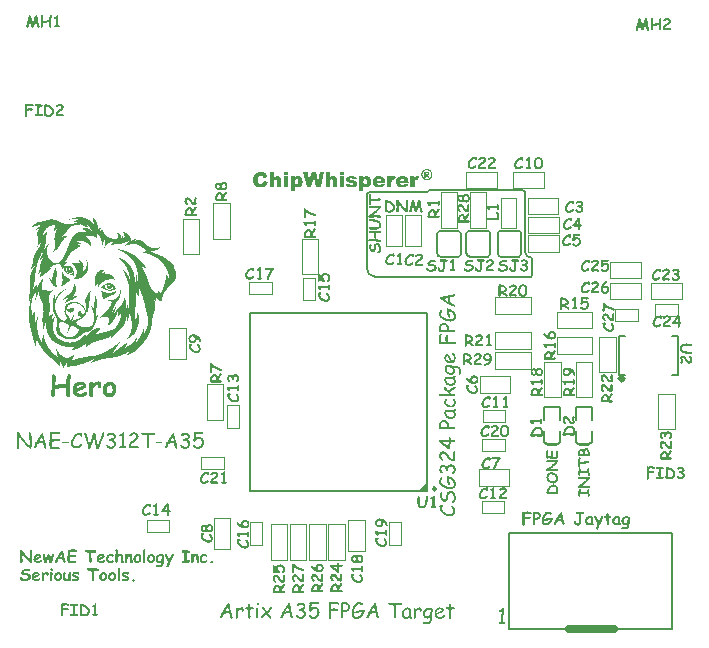
<source format=gto>
G04*
G04 #@! TF.GenerationSoftware,Altium Limited,Altium Designer,23.2.1 (34)*
G04*
G04 Layer_Color=65535*
%FSLAX45Y45*%
%MOMM*%
G71*
G04*
G04 #@! TF.SameCoordinates,ADC88703-2645-4175-AC7A-3A7664539AE9*
G04*
G04*
G04 #@! TF.FilePolarity,Positive*
G04*
G01*
G75*
%ADD10C,0.40000*%
%ADD11C,0.20320*%
%ADD12C,0.20000*%
%ADD13C,0.25000*%
%ADD14C,0.15000*%
%ADD15C,0.10000*%
%ADD16C,0.63500*%
%ADD17C,0.12700*%
G36*
X9153161Y8838482D02*
X9152189D01*
Y8839453D01*
X9153161D01*
Y8838482D01*
D02*
G37*
G36*
X8145653Y8714973D02*
X8145000D01*
Y8715627D01*
X8145653D01*
Y8714973D01*
D02*
G37*
G36*
X8145000Y8714320D02*
X8144347D01*
Y8714973D01*
X8145000D01*
Y8714320D01*
D02*
G37*
G36*
X8694453Y8703867D02*
X8693800D01*
Y8704520D01*
X8694453D01*
Y8703867D01*
D02*
G37*
G36*
X8458306Y8644383D02*
X8463950D01*
Y8643949D01*
X8468726D01*
Y8643515D01*
X8473067D01*
Y8643081D01*
X8475238D01*
Y8642646D01*
X8478277D01*
Y8642212D01*
X8480882D01*
Y8641778D01*
X8482618D01*
Y8641344D01*
X8485223D01*
Y8640910D01*
X8486960D01*
Y8640476D01*
X8488696D01*
Y8640042D01*
X8490867D01*
Y8639607D01*
X8492170D01*
Y8639173D01*
X8493906D01*
Y8638739D01*
X8495643D01*
Y8638305D01*
X8496511D01*
Y8637871D01*
X8498248D01*
Y8637437D01*
X8499550D01*
Y8637002D01*
X8500853D01*
Y8636568D01*
X8502155D01*
Y8636134D01*
X8503457D01*
Y8635700D01*
X8504760D01*
Y8635266D01*
X8506062D01*
Y8634832D01*
X8506931D01*
Y8634397D01*
X8508233D01*
Y8633963D01*
X8509101D01*
Y8633529D01*
X8509970D01*
Y8633095D01*
X8511272D01*
Y8632661D01*
X8512140D01*
Y8632227D01*
X8513443D01*
Y8631793D01*
X8514311D01*
Y8631358D01*
X8515179D01*
Y8630924D01*
X8516048D01*
Y8630490D01*
X8516916D01*
Y8630056D01*
X8517784D01*
Y8629622D01*
X8519087D01*
Y8629188D01*
X8519521D01*
Y8628753D01*
X8520389D01*
Y8628319D01*
X8521258D01*
Y8627885D01*
X8522126D01*
Y8627451D01*
X8522994D01*
Y8627017D01*
X8523862D01*
Y8626583D01*
X8524731D01*
Y8626149D01*
X8525599D01*
Y8625714D01*
X8526033D01*
Y8625280D01*
X8526901D01*
Y8624846D01*
X8527770D01*
Y8624412D01*
X8528204D01*
Y8623978D01*
X8529072D01*
Y8623544D01*
X8529940D01*
Y8623109D01*
X8530375D01*
Y8622675D01*
X8531243D01*
Y8622241D01*
X8531677D01*
Y8621807D01*
X8532545D01*
Y8621373D01*
X8533413D01*
Y8620939D01*
X8533848D01*
Y8620505D01*
X8534716D01*
Y8620071D01*
X8535150D01*
Y8619637D01*
X8536018D01*
Y8619202D01*
X8536452D01*
Y8618768D01*
X8536886D01*
Y8618334D01*
X8537755D01*
Y8617900D01*
X8538623D01*
Y8617466D01*
X8539057D01*
Y8617032D01*
X8539491D01*
Y8616597D01*
X8540360D01*
Y8616163D01*
X8540794D01*
Y8615729D01*
X8541228D01*
Y8615295D01*
X8541662D01*
Y8614861D01*
X8542531D01*
Y8614427D01*
X8542965D01*
Y8613993D01*
X8543833D01*
Y8613559D01*
X8544267D01*
Y8613124D01*
X8544701D01*
Y8612690D01*
X8545135D01*
Y8612256D01*
X8546004D01*
Y8611822D01*
X8546438D01*
Y8611388D01*
X8546872D01*
Y8610954D01*
X8547306D01*
Y8610519D01*
X8547740D01*
Y8610085D01*
X8548609D01*
Y8609651D01*
X8549043D01*
Y8609217D01*
X8549477D01*
Y8608783D01*
X8549911D01*
Y8608349D01*
X8550345D01*
Y8607915D01*
X8550780D01*
Y8607480D01*
X8551648D01*
Y8607046D01*
X8552082D01*
Y8606612D01*
X8552516D01*
Y8606178D01*
X8552950D01*
Y8605744D01*
X8553384D01*
Y8605310D01*
X8553819D01*
Y8604875D01*
X8554253D01*
Y8604441D01*
X8554687D01*
Y8604007D01*
X8555121D01*
Y8603573D01*
X8555555D01*
Y8603139D01*
X8555989D01*
Y8602705D01*
X8556424D01*
Y8602271D01*
X8556858D01*
Y8601836D01*
X8557292D01*
Y8601402D01*
X8557726D01*
Y8600968D01*
X8558160D01*
Y8600534D01*
X8558594D01*
Y8600100D01*
X8559028D01*
Y8599666D01*
X8559462D01*
Y8599231D01*
X8559897D01*
Y8598797D01*
X8560331D01*
Y8598363D01*
X8560765D01*
Y8597929D01*
X8561199D01*
Y8597495D01*
X8561633D01*
Y8597061D01*
X8562067D01*
Y8596627D01*
X8562502D01*
Y8596193D01*
X8562936D01*
Y8595759D01*
X8563370D01*
Y8595324D01*
X8563804D01*
Y8594890D01*
X8564238D01*
Y8594022D01*
X8564672D01*
Y8593588D01*
X8565106D01*
Y8593154D01*
X8565540D01*
Y8592719D01*
X8565974D01*
Y8592285D01*
X8566409D01*
Y8591417D01*
X8566843D01*
Y8590983D01*
X8567277D01*
Y8590549D01*
X8567711D01*
Y8590115D01*
X8568145D01*
Y8589681D01*
X8568580D01*
Y8589246D01*
X8569014D01*
Y8588812D01*
X8569448D01*
Y8587944D01*
X8569882D01*
Y8587510D01*
X8570316D01*
Y8587076D01*
X8570750D01*
Y8586642D01*
X8571184D01*
Y8585773D01*
X8572053D01*
Y8586642D01*
X8571618D01*
Y8588378D01*
X8571184D01*
Y8590983D01*
X8570750D01*
Y8594022D01*
X8570316D01*
Y8595759D01*
X8569882D01*
Y8598363D01*
X8569448D01*
Y8600968D01*
X8569014D01*
Y8603139D01*
X8568580D01*
Y8605744D01*
X8568145D01*
Y8607915D01*
X8567711D01*
Y8610519D01*
X8567277D01*
Y8613124D01*
X8566843D01*
Y8614861D01*
X8566409D01*
Y8617900D01*
X8565974D01*
Y8620505D01*
X8565540D01*
Y8622241D01*
X8565106D01*
Y8625280D01*
X8564672D01*
Y8627451D01*
X8564238D01*
Y8629622D01*
X8563804D01*
Y8632661D01*
X8563370D01*
Y8634397D01*
X8562936D01*
Y8637002D01*
X8562502D01*
Y8639173D01*
X8562936D01*
Y8638739D01*
X8563804D01*
Y8638305D01*
X8564238D01*
Y8637871D01*
X8565106D01*
Y8637437D01*
X8565974D01*
Y8637002D01*
X8566409D01*
Y8636568D01*
X8567277D01*
Y8636134D01*
X8567711D01*
Y8635700D01*
X8568580D01*
Y8635266D01*
X8569014D01*
Y8634832D01*
X8569448D01*
Y8634397D01*
X8570316D01*
Y8633963D01*
X8570750D01*
Y8633529D01*
X8571184D01*
Y8633095D01*
X8571618D01*
Y8632661D01*
X8572053D01*
Y8632227D01*
X8572921D01*
Y8631793D01*
X8573355D01*
Y8631358D01*
X8573789D01*
Y8630924D01*
X8574223D01*
Y8630490D01*
X8574658D01*
Y8630056D01*
X8575092D01*
Y8629622D01*
X8575526D01*
Y8629188D01*
X8575960D01*
Y8628753D01*
X8576394D01*
Y8628319D01*
X8576828D01*
Y8627885D01*
X8577263D01*
Y8627451D01*
X8577697D01*
Y8627017D01*
X8578131D01*
Y8626583D01*
X8578565D01*
Y8626149D01*
X8578999D01*
Y8625280D01*
X8579433D01*
Y8624846D01*
X8579867D01*
Y8624412D01*
X8580301D01*
Y8623978D01*
X8580735D01*
Y8623544D01*
X8581170D01*
Y8623109D01*
X8581604D01*
Y8622241D01*
X8582038D01*
Y8621807D01*
X8582472D01*
Y8621373D01*
X8582906D01*
Y8620939D01*
X8583340D01*
Y8620071D01*
X8583775D01*
Y8619637D01*
X8584209D01*
Y8619202D01*
X8584643D01*
Y8618334D01*
X8585077D01*
Y8617900D01*
X8585511D01*
Y8617032D01*
X8585945D01*
Y8616597D01*
X8586379D01*
Y8615729D01*
X8586813D01*
Y8615295D01*
X8587247D01*
Y8614427D01*
X8587682D01*
Y8613993D01*
X8588116D01*
Y8613124D01*
X8588550D01*
Y8612256D01*
X8588984D01*
Y8611822D01*
X8589418D01*
Y8610954D01*
X8589853D01*
Y8610085D01*
X8590287D01*
Y8609217D01*
X8590721D01*
Y8608349D01*
X8591155D01*
Y8607915D01*
X8591589D01*
Y8607046D01*
X8592023D01*
Y8606178D01*
X8592457D01*
Y8605310D01*
X8592891D01*
Y8604441D01*
X8593326D01*
Y8603573D01*
X8593760D01*
Y8602705D01*
X8594194D01*
Y8601402D01*
X8594628D01*
Y8600968D01*
X8595062D01*
Y8599666D01*
X8595496D01*
Y8598797D01*
X8595931D01*
Y8597929D01*
X8596365D01*
Y8596627D01*
X8596799D01*
Y8595759D01*
X8597233D01*
Y8594456D01*
X8597667D01*
Y8593154D01*
X8598101D01*
Y8592285D01*
X8598536D01*
Y8590983D01*
X8598970D01*
Y8589681D01*
X8599404D01*
Y8588378D01*
X8599838D01*
Y8586642D01*
X8600272D01*
Y8585773D01*
X8600706D01*
Y8584037D01*
X8601141D01*
Y8582300D01*
X8601575D01*
Y8581432D01*
X8602009D01*
Y8579261D01*
X8602443D01*
Y8577524D01*
X8602877D01*
Y8576222D01*
X8603311D01*
Y8574051D01*
X8603746D01*
Y8572314D01*
X8604180D01*
Y8570144D01*
X8604614D01*
Y8567539D01*
X8605048D01*
Y8565802D01*
X8605482D01*
Y8562763D01*
X8605916D01*
Y8560158D01*
X8606351D01*
Y8557554D01*
X8606785D01*
Y8553212D01*
X8607219D01*
Y8549739D01*
X8607653D01*
Y8544095D01*
X8608087D01*
Y8539754D01*
X8608955D01*
Y8540188D01*
X8609389D01*
Y8540622D01*
X8609824D01*
Y8541056D01*
X8610258D01*
Y8541490D01*
X8610692D01*
Y8541924D01*
X8611126D01*
Y8542359D01*
X8611560D01*
Y8542793D01*
X8612428D01*
Y8543227D01*
X8612863D01*
Y8543661D01*
X8613297D01*
Y8544095D01*
X8613731D01*
Y8544529D01*
X8614165D01*
Y8544963D01*
X8614599D01*
Y8545397D01*
X8615033D01*
Y8545832D01*
X8615467D01*
Y8546266D01*
X8615901D01*
Y8546700D01*
X8616336D01*
Y8547134D01*
X8616770D01*
Y8547568D01*
X8617204D01*
Y8548002D01*
X8617638D01*
Y8548436D01*
X8618072D01*
Y8548870D01*
X8618506D01*
Y8549305D01*
X8618940D01*
Y8549739D01*
X8619809D01*
Y8550173D01*
X8620243D01*
Y8550607D01*
X8620677D01*
Y8551041D01*
X8621111D01*
Y8551475D01*
X8621545D01*
Y8551909D01*
X8621979D01*
Y8552344D01*
X8622414D01*
Y8552778D01*
X8622848D01*
Y8553212D01*
X8623282D01*
Y8553646D01*
X8623716D01*
Y8554080D01*
X8624150D01*
Y8554514D01*
X8624584D01*
Y8554949D01*
X8625019D01*
Y8555383D01*
X8625453D01*
Y8555817D01*
X8626321D01*
Y8556685D01*
X8627189D01*
Y8557119D01*
X8627624D01*
Y8557554D01*
X8628058D01*
Y8557988D01*
X8628492D01*
Y8558422D01*
X8628926D01*
Y8558856D01*
X8629360D01*
Y8559290D01*
X8629794D01*
Y8559724D01*
X8630228D01*
Y8557554D01*
X8629794D01*
Y8554514D01*
X8629360D01*
Y8552344D01*
X8628926D01*
Y8549305D01*
X8628492D01*
Y8546700D01*
X8628058D01*
Y8544095D01*
X8627624D01*
Y8541056D01*
X8627189D01*
Y8538885D01*
X8626755D01*
Y8535846D01*
X8626321D01*
Y8532807D01*
X8625887D01*
Y8530636D01*
X8625453D01*
Y8527597D01*
X8625019D01*
Y8525426D01*
X8625453D01*
Y8525861D01*
X8625887D01*
Y8526295D01*
X8626321D01*
Y8526729D01*
X8627189D01*
Y8527163D01*
X8627624D01*
Y8527597D01*
X8628058D01*
Y8528031D01*
X8628926D01*
Y8528466D01*
X8629360D01*
Y8528900D01*
X8629794D01*
Y8529334D01*
X8630662D01*
Y8529768D01*
X8631097D01*
Y8530202D01*
X8631531D01*
Y8530636D01*
X8631965D01*
Y8531071D01*
X8632833D01*
Y8531505D01*
X8633267D01*
Y8531939D01*
X8633702D01*
Y8532373D01*
X8634570D01*
Y8532807D01*
X8635004D01*
Y8533241D01*
X8635438D01*
Y8533676D01*
X8636306D01*
Y8534110D01*
X8636740D01*
Y8534544D01*
X8637609D01*
Y8534978D01*
X8638043D01*
Y8535412D01*
X8638477D01*
Y8535846D01*
X8639345D01*
Y8536281D01*
X8639780D01*
Y8536715D01*
X8640214D01*
Y8537149D01*
X8641082D01*
Y8537583D01*
X8641516D01*
Y8538017D01*
X8641950D01*
Y8538451D01*
X8642818D01*
Y8538885D01*
X8643252D01*
Y8539319D01*
X8643687D01*
Y8539754D01*
X8644555D01*
Y8540188D01*
X8644989D01*
Y8540622D01*
X8645423D01*
Y8541056D01*
X8645857D01*
Y8541490D01*
X8647160D01*
Y8534110D01*
X8647594D01*
Y8531071D01*
X8648028D01*
Y8529334D01*
X8648462D01*
Y8527163D01*
X8648897D01*
Y8525861D01*
X8649331D01*
Y8524124D01*
X8649765D01*
Y8522822D01*
X8650199D01*
Y8521519D01*
X8650633D01*
Y8520217D01*
X8651067D01*
Y8519348D01*
X8651502D01*
Y8518480D01*
X8651936D01*
Y8517178D01*
X8652370D01*
Y8516309D01*
X8652804D01*
Y8515441D01*
X8653238D01*
Y8514139D01*
X8653672D01*
Y8513705D01*
X8654106D01*
Y8512836D01*
X8654541D01*
Y8511968D01*
X8654975D01*
Y8511100D01*
X8655409D01*
Y8510231D01*
X8655843D01*
Y8509797D01*
X8656277D01*
Y8508929D01*
X8656711D01*
Y8508061D01*
X8657146D01*
Y8507627D01*
X8657580D01*
Y8506758D01*
X8658014D01*
Y8506324D01*
X8658448D01*
Y8505456D01*
X8658882D01*
Y8505022D01*
X8659316D01*
Y8504588D01*
X8659751D01*
Y8503719D01*
X8660185D01*
Y8503285D01*
X8660619D01*
Y8502851D01*
X8661053D01*
Y8501983D01*
X8661487D01*
Y8501549D01*
X8661921D01*
Y8501114D01*
X8662355D01*
Y8500246D01*
X8662789D01*
Y8499812D01*
X8663223D01*
Y8499378D01*
X8663658D01*
Y8498944D01*
X8664092D01*
Y8498510D01*
X8664526D01*
Y8498075D01*
X8664960D01*
Y8497641D01*
X8665394D01*
Y8497207D01*
X8665828D01*
Y8496339D01*
X8666263D01*
Y8495905D01*
X8666697D01*
Y8495470D01*
X8667131D01*
Y8495036D01*
X8667565D01*
Y8494602D01*
X8667999D01*
Y8494168D01*
X8668433D01*
Y8493734D01*
X8668867D01*
Y8493300D01*
X8669736D01*
Y8492866D01*
X8670170D01*
Y8492432D01*
X8670604D01*
Y8491997D01*
X8671038D01*
Y8491563D01*
X8671472D01*
Y8491129D01*
X8671906D01*
Y8490695D01*
X8672341D01*
Y8490261D01*
X8672775D01*
Y8489827D01*
X8673643D01*
Y8489392D01*
X8674077D01*
Y8488958D01*
X8674511D01*
Y8488524D01*
X8674945D01*
Y8488090D01*
X8675379D01*
Y8487656D01*
X8676248D01*
Y8487222D01*
X8676682D01*
Y8486788D01*
X8677116D01*
Y8486354D01*
X8677984D01*
Y8485920D01*
X8678419D01*
Y8485485D01*
X8678853D01*
Y8485051D01*
X8679721D01*
Y8484617D01*
X8680155D01*
Y8484183D01*
X8681024D01*
Y8483749D01*
X8681458D01*
Y8483315D01*
X8681892D01*
Y8482880D01*
X8682760D01*
Y8482446D01*
X8683629D01*
Y8482012D01*
X8684063D01*
Y8481578D01*
X8684931D01*
Y8481144D01*
X8685365D01*
Y8480710D01*
X8686233D01*
Y8480275D01*
X8687101D01*
Y8479841D01*
X8687536D01*
Y8479407D01*
X8688404D01*
Y8478973D01*
X8689272D01*
Y8478539D01*
X8689707D01*
Y8478105D01*
X8690575D01*
Y8477671D01*
X8691443D01*
Y8477236D01*
X8692311D01*
Y8476802D01*
X8693179D01*
Y8476368D01*
X8694048D01*
Y8475934D01*
X8694916D01*
Y8475500D01*
X8695784D01*
Y8475066D01*
X8696653D01*
Y8474631D01*
X8697521D01*
Y8474197D01*
X8698389D01*
Y8473763D01*
X8699257D01*
Y8473329D01*
X8700560D01*
Y8472895D01*
X8700994D01*
Y8472461D01*
X8702297D01*
Y8472026D01*
X8703165D01*
Y8471592D01*
X8704033D01*
Y8471158D01*
X8705336D01*
Y8470724D01*
X8706204D01*
Y8470290D01*
X8707507D01*
Y8469856D01*
X8708809D01*
Y8469421D01*
X8709677D01*
Y8468987D01*
X8710980D01*
Y8468553D01*
X8712282D01*
Y8468119D01*
X8713150D01*
Y8467685D01*
X8714887D01*
Y8467251D01*
X8715755D01*
Y8466817D01*
X8717058D01*
Y8466382D01*
X8718794D01*
Y8465948D01*
X8719663D01*
Y8465514D01*
X8721399D01*
Y8465080D01*
X8722702D01*
Y8464646D01*
X8724004D01*
Y8464212D01*
X8725740D01*
Y8463778D01*
X8727043D01*
Y8463343D01*
X8728780D01*
Y8462909D01*
X8730950D01*
Y8462475D01*
X8732253D01*
Y8462041D01*
X8734424D01*
Y8461607D01*
X8736594D01*
Y8461173D01*
X8738331D01*
Y8460739D01*
X8741370D01*
Y8460305D01*
X8743975D01*
Y8459871D01*
X8749184D01*
Y8459436D01*
X8756131D01*
Y8459871D01*
X8760038D01*
Y8460305D01*
X8761775D01*
Y8460739D01*
X8763946D01*
Y8461173D01*
X8765248D01*
Y8461607D01*
X8766117D01*
Y8462041D01*
X8767419D01*
Y8462475D01*
X8767853D01*
Y8462909D01*
X8768721D01*
Y8463343D01*
X8769590D01*
Y8463778D01*
X8770024D01*
Y8464212D01*
X8770892D01*
Y8464646D01*
X8771326D01*
Y8465080D01*
X8771760D01*
Y8465514D01*
X8772195D01*
Y8465948D01*
X8772629D01*
Y8466382D01*
X8773063D01*
Y8466817D01*
X8773497D01*
Y8467685D01*
X8773931D01*
Y8468119D01*
X8774365D01*
Y8468553D01*
X8774799D01*
Y8469421D01*
X8775233D01*
Y8470290D01*
X8775667D01*
Y8471158D01*
X8776102D01*
Y8472461D01*
X8776536D01*
Y8473763D01*
X8776970D01*
Y8475934D01*
X8777404D01*
Y8478973D01*
X8777838D01*
Y8483315D01*
X8777404D01*
Y8487222D01*
X8776970D01*
Y8490261D01*
X8776536D01*
Y8491997D01*
X8776102D01*
Y8493734D01*
X8775667D01*
Y8495470D01*
X8775233D01*
Y8496773D01*
X8774799D01*
Y8498510D01*
X8774365D01*
Y8499812D01*
X8773931D01*
Y8500680D01*
X8773497D01*
Y8502417D01*
X8773063D01*
Y8503285D01*
X8772629D01*
Y8504153D01*
X8772195D01*
Y8505456D01*
X8771760D01*
Y8506324D01*
X8771326D01*
Y8507627D01*
X8770892D01*
Y8508495D01*
X8770458D01*
Y8509363D01*
X8770024D01*
Y8510666D01*
X8769590D01*
Y8511534D01*
X8769155D01*
Y8512402D01*
X8768721D01*
Y8513271D01*
X8768287D01*
Y8514139D01*
X8768721D01*
Y8513705D01*
X8770024D01*
Y8513271D01*
X8770892D01*
Y8512836D01*
X8772195D01*
Y8512402D01*
X8773063D01*
Y8511968D01*
X8773931D01*
Y8511534D01*
X8774799D01*
Y8511100D01*
X8775233D01*
Y8510666D01*
X8776102D01*
Y8510231D01*
X8776970D01*
Y8509797D01*
X8777838D01*
Y8509363D01*
X8778272D01*
Y8508929D01*
X8779141D01*
Y8508495D01*
X8779575D01*
Y8508061D01*
X8780443D01*
Y8507627D01*
X8780877D01*
Y8507193D01*
X8781746D01*
Y8506758D01*
X8782180D01*
Y8506324D01*
X8782614D01*
Y8505890D01*
X8783482D01*
Y8505456D01*
X8783916D01*
Y8505022D01*
X8784350D01*
Y8504588D01*
X8785219D01*
Y8504153D01*
X8785653D01*
Y8503719D01*
X8786087D01*
Y8503285D01*
X8786521D01*
Y8502851D01*
X8786955D01*
Y8502417D01*
X8787390D01*
Y8501983D01*
X8787824D01*
Y8501549D01*
X8788258D01*
Y8501114D01*
X8788692D01*
Y8500680D01*
X8789126D01*
Y8500246D01*
X8789560D01*
Y8499812D01*
X8789994D01*
Y8499378D01*
X8790428D01*
Y8498944D01*
X8790863D01*
Y8498510D01*
X8791297D01*
Y8498075D01*
X8791731D01*
Y8497641D01*
X8792165D01*
Y8496773D01*
X8792599D01*
Y8496339D01*
X8793033D01*
Y8495905D01*
X8793468D01*
Y8495470D01*
X8793902D01*
Y8495036D01*
X8794336D01*
Y8494168D01*
X8794770D01*
Y8493734D01*
X8795204D01*
Y8493300D01*
X8795638D01*
Y8492432D01*
X8796072D01*
Y8491997D01*
X8796506D01*
Y8491129D01*
X8796940D01*
Y8490695D01*
X8797375D01*
Y8489827D01*
X8797809D01*
Y8489392D01*
X8798243D01*
Y8488524D01*
X8798677D01*
Y8487656D01*
X8799111D01*
Y8486788D01*
X8799546D01*
Y8486354D01*
X8799980D01*
Y8485485D01*
X8800414D01*
Y8484617D01*
X8800848D01*
Y8483749D01*
X8801282D01*
Y8482880D01*
X8801716D01*
Y8482012D01*
X8802150D01*
Y8481144D01*
X8802584D01*
Y8479841D01*
X8803019D01*
Y8479407D01*
X8803453D01*
Y8478105D01*
X8803887D01*
Y8476802D01*
X8804321D01*
Y8475934D01*
X8804755D01*
Y8474631D01*
X8805189D01*
Y8473329D01*
X8805623D01*
Y8472026D01*
X8806058D01*
Y8469856D01*
X8806926D01*
Y8471592D01*
X8807360D01*
Y8475934D01*
X8807794D01*
Y8479841D01*
X8808228D01*
Y8485051D01*
X8808663D01*
Y8488524D01*
X8809097D01*
Y8492866D01*
X8809531D01*
Y8495470D01*
X8810399D01*
Y8494168D01*
X8810833D01*
Y8493300D01*
X8811268D01*
Y8492866D01*
X8811702D01*
Y8491997D01*
X8812136D01*
Y8491129D01*
X8812570D01*
Y8490261D01*
X8813004D01*
Y8489392D01*
X8813438D01*
Y8488958D01*
X8813873D01*
Y8488090D01*
X8814307D01*
Y8487222D01*
X8814741D01*
Y8486354D01*
X8815175D01*
Y8485485D01*
X8815609D01*
Y8484617D01*
X8816043D01*
Y8483749D01*
X8816478D01*
Y8482880D01*
X8816912D01*
Y8482446D01*
X8817346D01*
Y8481578D01*
X8817780D01*
Y8480710D01*
X8818214D01*
Y8479841D01*
X8818648D01*
Y8478973D01*
X8819082D01*
Y8478539D01*
X8819517D01*
Y8477671D01*
X8819951D01*
Y8476802D01*
X8820385D01*
Y8475934D01*
X8820819D01*
Y8475066D01*
X8821253D01*
Y8474197D01*
X8821687D01*
Y8473763D01*
X8822121D01*
Y8472461D01*
X8822555D01*
Y8472026D01*
X8822990D01*
Y8471158D01*
X8823424D01*
Y8470290D01*
X8823858D01*
Y8469421D01*
X8824292D01*
Y8468553D01*
X8824726D01*
Y8467685D01*
X8825160D01*
Y8467251D01*
X8825594D01*
Y8466382D01*
X8826029D01*
Y8465514D01*
X8826463D01*
Y8464646D01*
X8826897D01*
Y8463778D01*
X8827331D01*
Y8463343D01*
X8827765D01*
Y8463778D01*
X8828199D01*
Y8465080D01*
X8828633D01*
Y8466382D01*
X8829067D01*
Y8468119D01*
X8829502D01*
Y8469421D01*
X8829936D01*
Y8471592D01*
X8830370D01*
Y8475066D01*
X8830804D01*
Y8478105D01*
X8831238D01*
Y8486788D01*
X8830804D01*
Y8489827D01*
X8830370D01*
Y8492866D01*
X8829936D01*
Y8494602D01*
X8829502D01*
Y8495905D01*
X8829067D01*
Y8497641D01*
X8828633D01*
Y8498944D01*
X8828199D01*
Y8500246D01*
X8827765D01*
Y8501549D01*
X8827331D01*
Y8501983D01*
X8826897D01*
Y8503285D01*
X8826463D01*
Y8504153D01*
X8826029D01*
Y8505022D01*
X8825594D01*
Y8505890D01*
X8825160D01*
Y8506324D01*
X8824726D01*
Y8507193D01*
X8824292D01*
Y8508061D01*
X8823858D01*
Y8508495D01*
X8823424D01*
Y8509363D01*
X8822990D01*
Y8509797D01*
X8822555D01*
Y8510666D01*
X8822121D01*
Y8511100D01*
X8821687D01*
Y8511534D01*
X8821253D01*
Y8512402D01*
X8820819D01*
Y8512836D01*
X8820385D01*
Y8513271D01*
X8819951D01*
Y8513705D01*
X8819517D01*
Y8514573D01*
X8819082D01*
Y8515007D01*
X8818648D01*
Y8515441D01*
X8818214D01*
Y8515875D01*
X8817780D01*
Y8516309D01*
X8817346D01*
Y8516743D01*
X8816912D01*
Y8517178D01*
X8816478D01*
Y8517612D01*
X8816043D01*
Y8518046D01*
X8815609D01*
Y8518480D01*
X8815175D01*
Y8518914D01*
X8814307D01*
Y8519783D01*
X8819517D01*
Y8519348D01*
X8822555D01*
Y8518914D01*
X8825160D01*
Y8518480D01*
X8828199D01*
Y8518046D01*
X8829502D01*
Y8517612D01*
X8831672D01*
Y8517178D01*
X8832975D01*
Y8516743D01*
X8834277D01*
Y8516309D01*
X8836014D01*
Y8515875D01*
X8836882D01*
Y8515441D01*
X8838185D01*
Y8515007D01*
X8839487D01*
Y8514573D01*
X8840355D01*
Y8514139D01*
X8841658D01*
Y8513705D01*
X8842526D01*
Y8513271D01*
X8843395D01*
Y8512836D01*
X8844697D01*
Y8512402D01*
X8845131D01*
Y8511968D01*
X8845999D01*
Y8511534D01*
X8846867D01*
Y8511100D01*
X8847736D01*
Y8510666D01*
X8848604D01*
Y8510231D01*
X8849473D01*
Y8509797D01*
X8849907D01*
Y8509363D01*
X8850775D01*
Y8508929D01*
X8851643D01*
Y8508495D01*
X8852077D01*
Y8508061D01*
X8852945D01*
Y8507627D01*
X8853380D01*
Y8507193D01*
X8854248D01*
Y8506758D01*
X8854682D01*
Y8506324D01*
X8855116D01*
Y8505890D01*
X8855985D01*
Y8505456D01*
X8856419D01*
Y8505022D01*
X8856853D01*
Y8504588D01*
X8857721D01*
Y8504153D01*
X8858155D01*
Y8503719D01*
X8858589D01*
Y8503285D01*
X8859024D01*
Y8502851D01*
X8859458D01*
Y8502417D01*
X8860326D01*
Y8501983D01*
X8860760D01*
Y8501549D01*
X8861194D01*
Y8501114D01*
X8861629D01*
Y8500680D01*
X8862063D01*
Y8500246D01*
X8862497D01*
Y8499812D01*
X8862931D01*
Y8499378D01*
X8863365D01*
Y8498944D01*
X8863799D01*
Y8498510D01*
X8864234D01*
Y8498075D01*
X8864668D01*
Y8497641D01*
X8865102D01*
Y8497207D01*
X8865536D01*
Y8496773D01*
X8865970D01*
Y8496339D01*
X8866404D01*
Y8495905D01*
X8866839D01*
Y8495470D01*
X8867273D01*
Y8494602D01*
X8867707D01*
Y8494168D01*
X8868141D01*
Y8493734D01*
X8868575D01*
Y8492866D01*
X8869009D01*
Y8492432D01*
X8869443D01*
Y8491997D01*
X8869878D01*
Y8491563D01*
X8870312D01*
Y8490695D01*
X8870746D01*
Y8490261D01*
X8871180D01*
Y8489827D01*
X8871614D01*
Y8488958D01*
X8872048D01*
Y8488090D01*
X8872482D01*
Y8487656D01*
X8872916D01*
Y8486788D01*
X8873351D01*
Y8486354D01*
X8873785D01*
Y8485485D01*
X8874219D01*
Y8485051D01*
X8874653D01*
Y8484183D01*
X8875087D01*
Y8483315D01*
X8875521D01*
Y8482446D01*
X8875956D01*
Y8482012D01*
X8876390D01*
Y8481144D01*
X8876824D01*
Y8480275D01*
X8877258D01*
Y8479407D01*
X8877692D01*
Y8478539D01*
X8878126D01*
Y8477671D01*
X8878560D01*
Y8476802D01*
X8878994D01*
Y8475500D01*
X8879429D01*
Y8475066D01*
X8879863D01*
Y8473763D01*
X8880297D01*
Y8472461D01*
X8880731D01*
Y8471592D01*
X8881165D01*
Y8470290D01*
X8881599D01*
Y8469421D01*
X8882034D01*
Y8468119D01*
X8882468D01*
Y8466382D01*
X8882902D01*
Y8465514D01*
X8883336D01*
Y8463778D01*
X8883770D01*
Y8462475D01*
X8884204D01*
Y8461173D01*
X8884638D01*
Y8459002D01*
X8885072D01*
Y8457700D01*
X8885507D01*
Y8455529D01*
X8885941D01*
Y8453358D01*
X8886375D01*
Y8451622D01*
X8886809D01*
Y8448583D01*
X8887243D01*
Y8446412D01*
X8888546D01*
Y8446846D01*
X8889848D01*
Y8447280D01*
X8890717D01*
Y8447714D01*
X8892019D01*
Y8448148D01*
X8893321D01*
Y8448583D01*
X8894190D01*
Y8449017D01*
X8895492D01*
Y8449451D01*
X8896795D01*
Y8449885D01*
X8897663D01*
Y8450319D01*
X8898965D01*
Y8450753D01*
X8899834D01*
Y8451188D01*
X8901136D01*
Y8451622D01*
X8902438D01*
Y8452056D01*
X8903307D01*
Y8452490D01*
X8904609D01*
Y8452924D01*
X8905911D01*
Y8453358D01*
X8906780D01*
Y8453793D01*
X8908082D01*
Y8454227D01*
X8908950D01*
Y8454661D01*
X8910253D01*
Y8455095D01*
X8911555D01*
Y8455529D01*
X8912424D01*
Y8455963D01*
X8913726D01*
Y8456397D01*
X8915029D01*
Y8456831D01*
X8915897D01*
Y8457266D01*
X8917199D01*
Y8457700D01*
X8918068D01*
Y8458134D01*
X8919370D01*
Y8458568D01*
X8920673D01*
Y8459002D01*
X8921541D01*
Y8459436D01*
X8922843D01*
Y8459871D01*
X8924146D01*
Y8460305D01*
X8925014D01*
Y8460739D01*
X8926317D01*
Y8461173D01*
X8927185D01*
Y8461607D01*
X8928487D01*
Y8462041D01*
X8929790D01*
Y8462475D01*
X8930658D01*
Y8462909D01*
X8931961D01*
Y8463343D01*
X8932829D01*
Y8463778D01*
X8934131D01*
Y8463343D01*
X8933697D01*
Y8462909D01*
X8933263D01*
Y8462475D01*
X8932829D01*
Y8462041D01*
X8932395D01*
Y8461607D01*
X8931961D01*
Y8460739D01*
X8931526D01*
Y8460305D01*
X8931092D01*
Y8459871D01*
X8930658D01*
Y8459436D01*
X8930224D01*
Y8459002D01*
X8929790D01*
Y8458568D01*
X8929356D01*
Y8458134D01*
X8928921D01*
Y8457700D01*
X8928487D01*
Y8456831D01*
X8928053D01*
Y8456397D01*
X8927619D01*
Y8455963D01*
X8927185D01*
Y8455529D01*
X8926751D01*
Y8455095D01*
X8926317D01*
Y8454661D01*
X8925883D01*
Y8454227D01*
X8925448D01*
Y8453793D01*
X8925014D01*
Y8452924D01*
X8924580D01*
Y8452490D01*
X8924146D01*
Y8452056D01*
X8923712D01*
Y8451622D01*
X8923278D01*
Y8451188D01*
X8922843D01*
Y8450753D01*
X8922409D01*
Y8450319D01*
X8921975D01*
Y8449885D01*
X8921541D01*
Y8449017D01*
X8921107D01*
Y8448583D01*
X8920673D01*
Y8448148D01*
X8920239D01*
Y8447714D01*
X8919804D01*
Y8447280D01*
X8919370D01*
Y8446846D01*
X8918936D01*
Y8446412D01*
X8918502D01*
Y8445978D01*
X8918068D01*
Y8445109D01*
X8917634D01*
Y8444675D01*
X8917199D01*
Y8444241D01*
X8916765D01*
Y8443807D01*
X8916331D01*
Y8443373D01*
X8915897D01*
Y8442939D01*
X8915463D01*
Y8442505D01*
X8915029D01*
Y8442070D01*
X8914594D01*
Y8441636D01*
X8914160D01*
Y8440768D01*
X8913726D01*
Y8440334D01*
X8914594D01*
Y8440768D01*
X8915029D01*
Y8441202D01*
X8915897D01*
Y8441636D01*
X8916765D01*
Y8442070D01*
X8917634D01*
Y8442505D01*
X8918502D01*
Y8442939D01*
X8918936D01*
Y8443373D01*
X8920239D01*
Y8443807D01*
X8921107D01*
Y8444241D01*
X8921975D01*
Y8444675D01*
X8923278D01*
Y8445109D01*
X8924146D01*
Y8445543D01*
X8925014D01*
Y8445978D01*
X8926317D01*
Y8446412D01*
X8927619D01*
Y8446846D01*
X8928921D01*
Y8447280D01*
X8930224D01*
Y8447714D01*
X8931961D01*
Y8448148D01*
X8933697D01*
Y8448583D01*
X8935433D01*
Y8449017D01*
X8938039D01*
Y8449451D01*
X8940643D01*
Y8449885D01*
X8944117D01*
Y8450319D01*
X8954102D01*
Y8449885D01*
X8957575D01*
Y8449451D01*
X8960614D01*
Y8449017D01*
X8963219D01*
Y8448583D01*
X8964521D01*
Y8448148D01*
X8966692D01*
Y8447714D01*
X8968429D01*
Y8447280D01*
X8969297D01*
Y8446846D01*
X8971034D01*
Y8446412D01*
X8971902D01*
Y8445978D01*
X8973205D01*
Y8445543D01*
X8974507D01*
Y8445109D01*
X8975375D01*
Y8444675D01*
X8976678D01*
Y8444241D01*
X8977546D01*
Y8443807D01*
X8978414D01*
Y8443373D01*
X8979717D01*
Y8442939D01*
X8980151D01*
Y8442505D01*
X8981019D01*
Y8442070D01*
X8981887D01*
Y8441636D01*
X8982756D01*
Y8441202D01*
X8983624D01*
Y8440768D01*
X8984492D01*
Y8440334D01*
X8984926D01*
Y8439900D01*
X8985795D01*
Y8439465D01*
X8986663D01*
Y8439031D01*
X8987097D01*
Y8438597D01*
X8987965D01*
Y8438163D01*
X8988399D01*
Y8437729D01*
X8989268D01*
Y8437295D01*
X8990136D01*
Y8436861D01*
X8990570D01*
Y8436427D01*
X8991438D01*
Y8435993D01*
X8991873D01*
Y8435558D01*
X8992307D01*
Y8435124D01*
X8993175D01*
Y8434690D01*
X8993609D01*
Y8434256D01*
X8994478D01*
Y8433822D01*
X8994912D01*
Y8433388D01*
X8995346D01*
Y8432953D01*
X8995780D01*
Y8432519D01*
X8996648D01*
Y8432085D01*
X8997083D01*
Y8431651D01*
X8997517D01*
Y8431217D01*
X8997951D01*
Y8430783D01*
X8998819D01*
Y8430349D01*
X8999253D01*
Y8429915D01*
X8999687D01*
Y8429480D01*
X9000121D01*
Y8429046D01*
X9000556D01*
Y8428612D01*
X9000990D01*
Y8428178D01*
X9001858D01*
Y8427744D01*
X9002292D01*
Y8427310D01*
X9002726D01*
Y8426875D01*
X9003161D01*
Y8426441D01*
X9003595D01*
Y8426007D01*
X9004029D01*
Y8425573D01*
X9004463D01*
Y8425139D01*
X9004897D01*
Y8424705D01*
X9005331D01*
Y8424270D01*
X9005765D01*
Y8423836D01*
X9006199D01*
Y8423402D01*
X9006633D01*
Y8422968D01*
X9007068D01*
Y8422534D01*
X9007502D01*
Y8422100D01*
X9007936D01*
Y8421665D01*
X9008370D01*
Y8421231D01*
X9008804D01*
Y8420797D01*
X9009239D01*
Y8420363D01*
X9009673D01*
Y8419929D01*
X9010107D01*
Y8419495D01*
X9010541D01*
Y8419060D01*
X9010975D01*
Y8418192D01*
X9011409D01*
Y8417758D01*
X9011843D01*
Y8417324D01*
X9012277D01*
Y8416890D01*
X9012711D01*
Y8416456D01*
X9013146D01*
Y8416022D01*
X9013580D01*
Y8415587D01*
X9014014D01*
Y8415153D01*
X9014448D01*
Y8414285D01*
X9015316D01*
Y8413416D01*
X9015751D01*
Y8412982D01*
X9016185D01*
Y8412548D01*
X9016619D01*
Y8412114D01*
X9017053D01*
Y8411680D01*
X9017487D01*
Y8411246D01*
X9017921D01*
Y8410812D01*
X9018356D01*
Y8410378D01*
X9018790D01*
Y8409944D01*
X9019224D01*
Y8409509D01*
X9019658D01*
Y8409075D01*
X9020092D01*
Y8408641D01*
X9020961D01*
Y8408207D01*
X9021395D01*
Y8407773D01*
X9021829D01*
Y8407339D01*
X9022263D01*
Y8406904D01*
X9022697D01*
Y8406470D01*
X9023131D01*
Y8406036D01*
X9023565D01*
Y8405602D01*
X9024000D01*
Y8405168D01*
X9024868D01*
Y8404734D01*
X9025302D01*
Y8404300D01*
X9025736D01*
Y8403866D01*
X9026170D01*
Y8403432D01*
X9026605D01*
Y8402997D01*
X9027039D01*
Y8402563D01*
X9027907D01*
Y8402129D01*
X9028341D01*
Y8401695D01*
X9028775D01*
Y8401261D01*
X9029644D01*
Y8400826D01*
X9030078D01*
Y8400392D01*
X9030512D01*
Y8399958D01*
X9031380D01*
Y8399524D01*
X9031814D01*
Y8399090D01*
X9032682D01*
Y8398656D01*
X9033117D01*
Y8398222D01*
X9033984D01*
Y8397787D01*
X9034419D01*
Y8397353D01*
X9034853D01*
Y8396919D01*
X9035722D01*
Y8396485D01*
X9036156D01*
Y8396051D01*
X9037024D01*
Y8395617D01*
X9037892D01*
Y8395182D01*
X9038326D01*
Y8394748D01*
X9039195D01*
Y8394314D01*
X9040063D01*
Y8393880D01*
X9040497D01*
Y8393446D01*
X9041365D01*
Y8393012D01*
X9042234D01*
Y8392578D01*
X9043102D01*
Y8392143D01*
X9043970D01*
Y8391709D01*
X9044838D01*
Y8391275D01*
X9045707D01*
Y8390841D01*
X9046575D01*
Y8390407D01*
X9047443D01*
Y8389973D01*
X9048746D01*
Y8389538D01*
X9049180D01*
Y8389104D01*
X9050483D01*
Y8388670D01*
X9051351D01*
Y8388236D01*
X9052219D01*
Y8387802D01*
X9053522D01*
Y8387368D01*
X9054390D01*
Y8386934D01*
X9055692D01*
Y8386500D01*
X9057429D01*
Y8386066D01*
X9058297D01*
Y8385631D01*
X9060034D01*
Y8385197D01*
X9061336D01*
Y8384763D01*
X9062638D01*
Y8384329D01*
X9064809D01*
Y8383895D01*
X9066112D01*
Y8383461D01*
X9068282D01*
Y8383027D01*
X9070887D01*
Y8382592D01*
X9073058D01*
Y8382158D01*
X9076097D01*
Y8381724D01*
X9080873D01*
Y8381290D01*
X9096068D01*
Y8381724D01*
X9100844D01*
Y8382158D01*
X9104751D01*
Y8382592D01*
X9106488D01*
Y8383027D01*
X9109526D01*
Y8383461D01*
X9111697D01*
Y8383895D01*
X9113000D01*
Y8384329D01*
X9115170D01*
Y8384763D01*
X9116907D01*
Y8385197D01*
X9118209D01*
Y8385631D01*
X9119946D01*
Y8386066D01*
X9121248D01*
Y8386500D01*
X9122551D01*
Y8386934D01*
X9123853D01*
Y8387368D01*
X9125156D01*
Y8387802D01*
X9126458D01*
Y8388236D01*
X9127326D01*
Y8388670D01*
X9128629D01*
Y8387802D01*
X9128195D01*
Y8387368D01*
X9127761D01*
Y8386500D01*
X9127326D01*
Y8386066D01*
X9126892D01*
Y8385631D01*
X9126458D01*
Y8384763D01*
X9126024D01*
Y8384329D01*
X9125590D01*
Y8383895D01*
X9125156D01*
Y8383027D01*
X9124722D01*
Y8382592D01*
X9124287D01*
Y8382158D01*
X9123853D01*
Y8381724D01*
X9123419D01*
Y8381290D01*
X9122985D01*
Y8380856D01*
X9122551D01*
Y8380422D01*
X9122117D01*
Y8379988D01*
X9121682D01*
Y8379553D01*
X9121248D01*
Y8379119D01*
X9120814D01*
Y8378685D01*
X9120380D01*
Y8378251D01*
X9119946D01*
Y8377817D01*
X9119512D01*
Y8377383D01*
X9119078D01*
Y8376949D01*
X9118643D01*
Y8376514D01*
X9118209D01*
Y8376080D01*
X9117341D01*
Y8375212D01*
X9116472D01*
Y8374778D01*
X9116038D01*
Y8374344D01*
X9115604D01*
Y8373909D01*
X9114736D01*
Y8373475D01*
X9114302D01*
Y8373041D01*
X9113868D01*
Y8372607D01*
X9113000D01*
Y8372173D01*
X9112565D01*
Y8371739D01*
X9111697D01*
Y8371305D01*
X9111263D01*
Y8370870D01*
X9110829D01*
Y8370436D01*
X9109960D01*
Y8370002D01*
X9109092D01*
Y8369568D01*
X9108224D01*
Y8369134D01*
X9107356D01*
Y8368700D01*
X9106922D01*
Y8368265D01*
X9106053D01*
Y8367831D01*
X9105185D01*
Y8367397D01*
X9104317D01*
Y8366963D01*
X9103449D01*
Y8366529D01*
X9102580D01*
Y8366095D01*
X9101712D01*
Y8365660D01*
X9100409D01*
Y8365226D01*
X9099541D01*
Y8364792D01*
X9098239D01*
Y8364358D01*
X9096936D01*
Y8363924D01*
X9095634D01*
Y8363490D01*
X9093897D01*
Y8363055D01*
X9092595D01*
Y8362621D01*
X9090858D01*
Y8362187D01*
X9088687D01*
Y8361753D01*
X9087385D01*
Y8361319D01*
X9083911D01*
Y8360885D01*
X9080439D01*
Y8360451D01*
X9073492D01*
Y8360017D01*
X9070887D01*
Y8360451D01*
X9064375D01*
Y8360885D01*
X9060034D01*
Y8361319D01*
X9056560D01*
Y8361753D01*
X9054390D01*
Y8362187D01*
X9051785D01*
Y8362621D01*
X9050048D01*
Y8363055D01*
X9048312D01*
Y8363490D01*
X9046141D01*
Y8363924D01*
X9045273D01*
Y8363490D01*
X9045707D01*
Y8363055D01*
X9046141D01*
Y8362621D01*
X9047009D01*
Y8362187D01*
X9047878D01*
Y8361753D01*
X9048312D01*
Y8361319D01*
X9049180D01*
Y8360885D01*
X9049614D01*
Y8360451D01*
X9050048D01*
Y8360017D01*
X9050917D01*
Y8359582D01*
X9051785D01*
Y8359148D01*
X9052219D01*
Y8358714D01*
X9053088D01*
Y8358280D01*
X9053522D01*
Y8357846D01*
X9054390D01*
Y8357412D01*
X9055258D01*
Y8356977D01*
X9055692D01*
Y8356543D01*
X9056560D01*
Y8356109D01*
X9056995D01*
Y8355675D01*
X9057863D01*
Y8355241D01*
X9058731D01*
Y8354807D01*
X9059166D01*
Y8354373D01*
X9060034D01*
Y8353939D01*
X9060902D01*
Y8353505D01*
X9061770D01*
Y8353070D01*
X9062638D01*
Y8352636D01*
X9063073D01*
Y8352202D01*
X9063941D01*
Y8351768D01*
X9064809D01*
Y8351334D01*
X9065243D01*
Y8350899D01*
X9066112D01*
Y8350465D01*
X9066980D01*
Y8350031D01*
X9067848D01*
Y8349597D01*
X9068716D01*
Y8349163D01*
X9069151D01*
Y8348729D01*
X9070019D01*
Y8348295D01*
X9071321D01*
Y8347861D01*
X9071756D01*
Y8347427D01*
X9072624D01*
Y8346992D01*
X9073492D01*
Y8346558D01*
X9074361D01*
Y8346124D01*
X9075229D01*
Y8345690D01*
X9075663D01*
Y8345256D01*
X9076531D01*
Y8344822D01*
X9077834D01*
Y8344387D01*
X9078268D01*
Y8343953D01*
X9079136D01*
Y8343519D01*
X9080005D01*
Y8343085D01*
X9080873D01*
Y8342651D01*
X9082175D01*
Y8342217D01*
X9082609D01*
Y8341782D01*
X9083478D01*
Y8341348D01*
X9084780D01*
Y8340914D01*
X9085214D01*
Y8340480D01*
X9086517D01*
Y8340046D01*
X9087385D01*
Y8339612D01*
X9087819D01*
Y8339178D01*
X9089122D01*
Y8338744D01*
X9089989D01*
Y8338309D01*
X9090858D01*
Y8337875D01*
X9091727D01*
Y8337441D01*
X9092595D01*
Y8337007D01*
X9093463D01*
Y8336573D01*
X9094765D01*
Y8336139D01*
X9095199D01*
Y8335704D01*
X9096502D01*
Y8335270D01*
X9097370D01*
Y8334836D01*
X9098239D01*
Y8334402D01*
X9099541D01*
Y8333968D01*
X9099975D01*
Y8333534D01*
X9101278D01*
Y8333100D01*
X9102146D01*
Y8332666D01*
X9103014D01*
Y8332231D01*
X9104317D01*
Y8331797D01*
X9105185D01*
Y8331363D01*
X9106053D01*
Y8330929D01*
X9107356D01*
Y8330495D01*
X9108224D01*
Y8330061D01*
X9109526D01*
Y8329626D01*
X9110395D01*
Y8329192D01*
X9111263D01*
Y8328758D01*
X9112565D01*
Y8328324D01*
X9113434D01*
Y8327890D01*
X9114302D01*
Y8327456D01*
X9115604D01*
Y8327022D01*
X9116472D01*
Y8326588D01*
X9117775D01*
Y8326154D01*
X9118643D01*
Y8325719D01*
X9119946D01*
Y8325285D01*
X9121248D01*
Y8324851D01*
X9122117D01*
Y8324417D01*
X9122985D01*
Y8323983D01*
X9124287D01*
Y8323549D01*
X9125156D01*
Y8323114D01*
X9126458D01*
Y8322680D01*
X9127761D01*
Y8322246D01*
X9128629D01*
Y8321812D01*
X9129931D01*
Y8321378D01*
X9131234D01*
Y8320944D01*
X9132102D01*
Y8320509D01*
X9133405D01*
Y8320075D01*
X9134707D01*
Y8319641D01*
X9136010D01*
Y8319207D01*
X9137312D01*
Y8318773D01*
X9138180D01*
Y8318339D01*
X9139483D01*
Y8317904D01*
X9140351D01*
Y8317470D01*
X9141654D01*
Y8317036D01*
X9142956D01*
Y8316602D01*
X9143824D01*
Y8316168D01*
X9145126D01*
Y8315734D01*
X9145995D01*
Y8315299D01*
X9146863D01*
Y8314865D01*
X9148165D01*
Y8314431D01*
X9149034D01*
Y8313997D01*
X9149902D01*
Y8313563D01*
X9151205D01*
Y8313129D01*
X9151639D01*
Y8312694D01*
X9152941D01*
Y8312260D01*
X9153809D01*
Y8311826D01*
X9154244D01*
Y8311392D01*
X9155546D01*
Y8310958D01*
X9155980D01*
Y8310524D01*
X9156849D01*
Y8310090D01*
X9158151D01*
Y8309655D01*
X9158585D01*
Y8309221D01*
X9159453D01*
Y8308787D01*
X9160322D01*
Y8308353D01*
X9161190D01*
Y8307919D01*
X9162058D01*
Y8307485D01*
X9162492D01*
Y8307050D01*
X9163361D01*
Y8306616D01*
X9164229D01*
Y8306182D01*
X9164663D01*
Y8305748D01*
X9165531D01*
Y8305314D01*
X9166399D01*
Y8304880D01*
X9166834D01*
Y8304446D01*
X9168136D01*
Y8304012D01*
X9168570D01*
Y8303578D01*
X9169439D01*
Y8303143D01*
X9169873D01*
Y8302709D01*
X9170741D01*
Y8302275D01*
X9171175D01*
Y8301841D01*
X9172043D01*
Y8301407D01*
X9172478D01*
Y8300973D01*
X9173346D01*
Y8300539D01*
X9174214D01*
Y8300104D01*
X9174648D01*
Y8299670D01*
X9175517D01*
Y8299236D01*
X9175951D01*
Y8298802D01*
X9176819D01*
Y8298368D01*
X9177253D01*
Y8297934D01*
X9177687D01*
Y8297500D01*
X9178556D01*
Y8297065D01*
X9178990D01*
Y8296631D01*
X9179858D01*
Y8296197D01*
X9180292D01*
Y8295763D01*
X9181161D01*
Y8295329D01*
X9181595D01*
Y8294895D01*
X9182463D01*
Y8294461D01*
X9182897D01*
Y8294026D01*
X9183332D01*
Y8293592D01*
X9184200D01*
Y8293158D01*
X9184634D01*
Y8292724D01*
X9185502D01*
Y8292290D01*
X9185937D01*
Y8291856D01*
X9186371D01*
Y8291421D01*
X9187239D01*
Y8290987D01*
X9187673D01*
Y8290553D01*
X9188107D01*
Y8290119D01*
X9188976D01*
Y8289685D01*
X9189410D01*
Y8289251D01*
X9189843D01*
Y8288817D01*
X9190278D01*
Y8288382D01*
X9191146D01*
Y8287948D01*
X9191580D01*
Y8287514D01*
X9192014D01*
Y8287080D01*
X9192882D01*
Y8286646D01*
X9193316D01*
Y8286212D01*
X9193751D01*
Y8285777D01*
X9194619D01*
Y8285343D01*
X9195053D01*
Y8284909D01*
X9195488D01*
Y8284475D01*
X9195922D01*
Y8284041D01*
X9196355D01*
Y8283607D01*
X9197224D01*
Y8283173D01*
X9197658D01*
Y8282739D01*
X9198092D01*
Y8282304D01*
X9198526D01*
Y8281870D01*
X9199395D01*
Y8281436D01*
X9199829D01*
Y8281002D01*
X9200263D01*
Y8280568D01*
X9200697D01*
Y8280134D01*
X9201566D01*
Y8279699D01*
X9202000D01*
Y8279265D01*
X9202434D01*
Y8278831D01*
X9202868D01*
Y8278397D01*
X9203302D01*
Y8277963D01*
X9203736D01*
Y8277529D01*
X9204605D01*
Y8277095D01*
X9205039D01*
Y8276661D01*
X9205473D01*
Y8276227D01*
X9205907D01*
Y8275792D01*
X9206341D01*
Y8275358D01*
X9206775D01*
Y8274924D01*
X9207210D01*
Y8274490D01*
X9208078D01*
Y8274056D01*
X9208512D01*
Y8273622D01*
X9208946D01*
Y8273187D01*
X9209380D01*
Y8272753D01*
X9209814D01*
Y8272319D01*
X9210249D01*
Y8271885D01*
X9211117D01*
Y8271017D01*
X9211985D01*
Y8270583D01*
X9212419D01*
Y8270148D01*
X9212854D01*
Y8269714D01*
X9213288D01*
Y8269280D01*
X9213722D01*
Y8268846D01*
X9214156D01*
Y8268412D01*
X9214590D01*
Y8267978D01*
X9215024D01*
Y8267543D01*
X9215892D01*
Y8267109D01*
X9216326D01*
Y8266675D01*
X9216761D01*
Y8266241D01*
X9217195D01*
Y8265807D01*
X9217629D01*
Y8265373D01*
X9218063D01*
Y8264938D01*
X9218497D01*
Y8264504D01*
X9218932D01*
Y8264070D01*
X9219366D01*
Y8263636D01*
X9219800D01*
Y8263202D01*
X9220234D01*
Y8262768D01*
X9220668D01*
Y8262334D01*
X9221102D01*
Y8261899D01*
X9221536D01*
Y8261465D01*
X9221970D01*
Y8261031D01*
X9222404D01*
Y8260597D01*
X9222839D01*
Y8260163D01*
X9223273D01*
Y8259729D01*
X9223707D01*
Y8259294D01*
X9224141D01*
Y8258860D01*
X9224575D01*
Y8258426D01*
X9225009D01*
Y8257992D01*
X9225878D01*
Y8257124D01*
X9226312D01*
Y8256690D01*
X9227180D01*
Y8255821D01*
X9228048D01*
Y8255388D01*
X9228483D01*
Y8254519D01*
X9229351D01*
Y8254085D01*
X9229785D01*
Y8253216D01*
X9230653D01*
Y8252348D01*
X9231088D01*
Y8251914D01*
X9231522D01*
Y8251480D01*
X9231956D01*
Y8251046D01*
X9232390D01*
Y8250612D01*
X9232824D01*
Y8250178D01*
X9233258D01*
Y8249743D01*
X9233692D01*
Y8249309D01*
X9234127D01*
Y8248875D01*
X9234561D01*
Y8248441D01*
X9234995D01*
Y8248007D01*
X9235429D01*
Y8247573D01*
X9235863D01*
Y8247138D01*
X9236298D01*
Y8246704D01*
X9236731D01*
Y8246270D01*
X9237165D01*
Y8245836D01*
X9237600D01*
Y8245402D01*
X9238034D01*
Y8244968D01*
X9238468D01*
Y8244534D01*
X9238902D01*
Y8244100D01*
X9239337D01*
Y8243665D01*
X9239770D01*
Y8243231D01*
X9240205D01*
Y8242797D01*
X9240639D01*
Y8242363D01*
X9241073D01*
Y8241929D01*
X9241507D01*
Y8241060D01*
X9241941D01*
Y8240626D01*
X9242375D01*
Y8240192D01*
X9242809D01*
Y8239758D01*
X9243243D01*
Y8239324D01*
X9243677D01*
Y8238890D01*
X9244112D01*
Y8238456D01*
X9244546D01*
Y8238021D01*
X9244980D01*
Y8237587D01*
X9245415D01*
Y8237153D01*
X9245849D01*
Y8236285D01*
X9246282D01*
Y8235851D01*
X9246717D01*
Y8235416D01*
X9247151D01*
Y8234982D01*
X9247585D01*
Y8234548D01*
X9248019D01*
Y8234114D01*
X9248453D01*
Y8233680D01*
X9248888D01*
Y8233246D01*
X9249321D01*
Y8232377D01*
X9249756D01*
Y8231943D01*
X9250190D01*
Y8231509D01*
X9250624D01*
Y8231075D01*
X9251058D01*
Y8230641D01*
X9251493D01*
Y8230207D01*
X9251927D01*
Y8229772D01*
X9252361D01*
Y8229338D01*
X9252795D01*
Y8228470D01*
X9253229D01*
Y8228036D01*
X9253663D01*
Y8227602D01*
X9254097D01*
Y8227168D01*
X9254531D01*
Y8226734D01*
X9254966D01*
Y8225865D01*
X9255400D01*
Y8225431D01*
X9255834D01*
Y8224997D01*
X9256268D01*
Y8224563D01*
X9256702D01*
Y8224129D01*
X9257136D01*
Y8223695D01*
X9257571D01*
Y8222826D01*
X9258005D01*
Y8222392D01*
X9258439D01*
Y8221958D01*
X9258873D01*
Y8221524D01*
X9259307D01*
Y8221090D01*
X9259741D01*
Y8220222D01*
X9260175D01*
Y8219787D01*
X9260610D01*
Y8219353D01*
X9261044D01*
Y8218919D01*
X9261478D01*
Y8218485D01*
X9261912D01*
Y8217617D01*
X9262346D01*
Y8217183D01*
X9262780D01*
Y8216748D01*
X9263215D01*
Y8216314D01*
X9262346D01*
Y8216748D01*
X9261478D01*
Y8217183D01*
X9261044D01*
Y8217617D01*
X9260175D01*
Y8218051D01*
X9259741D01*
Y8218485D01*
X9258873D01*
Y8218919D01*
X9258005D01*
Y8219353D01*
X9257571D01*
Y8219787D01*
X9256702D01*
Y8220222D01*
X9255834D01*
Y8220656D01*
X9255400D01*
Y8221090D01*
X9254531D01*
Y8221524D01*
X9254097D01*
Y8221958D01*
X9253229D01*
Y8222392D01*
X9252361D01*
Y8222826D01*
X9251927D01*
Y8223260D01*
X9251058D01*
Y8223695D01*
X9250624D01*
Y8224129D01*
X9249756D01*
Y8224563D01*
X9248888D01*
Y8224997D01*
X9248453D01*
Y8225431D01*
X9247585D01*
Y8225865D01*
X9247151D01*
Y8226300D01*
X9246282D01*
Y8226734D01*
X9245415D01*
Y8227168D01*
X9244980D01*
Y8227602D01*
X9244112D01*
Y8228036D01*
X9243677D01*
Y8228470D01*
X9242809D01*
Y8228904D01*
X9242375D01*
Y8228036D01*
X9242809D01*
Y8227602D01*
X9243243D01*
Y8226734D01*
X9243677D01*
Y8225865D01*
X9244112D01*
Y8225431D01*
X9244546D01*
Y8224563D01*
X9244980D01*
Y8224129D01*
X9245415D01*
Y8223695D01*
X9245849D01*
Y8222826D01*
X9246282D01*
Y8221958D01*
X9246717D01*
Y8221524D01*
X9247151D01*
Y8220656D01*
X9247585D01*
Y8219787D01*
X9248019D01*
Y8218919D01*
X9248453D01*
Y8218485D01*
X9248888D01*
Y8217617D01*
X9249321D01*
Y8216748D01*
X9249756D01*
Y8216314D01*
X9250190D01*
Y8215446D01*
X9250624D01*
Y8214578D01*
X9251058D01*
Y8213709D01*
X9251493D01*
Y8212841D01*
X9251927D01*
Y8211973D01*
X9252361D01*
Y8211104D01*
X9252795D01*
Y8210236D01*
X9253229D01*
Y8209368D01*
X9253663D01*
Y8208499D01*
X9254097D01*
Y8207631D01*
X9254531D01*
Y8207197D01*
X9254966D01*
Y8205894D01*
X9255400D01*
Y8205027D01*
X9255834D01*
Y8204158D01*
X9256268D01*
Y8202855D01*
X9256702D01*
Y8202421D01*
X9257136D01*
Y8201119D01*
X9257571D01*
Y8200251D01*
X9258005D01*
Y8199382D01*
X9258439D01*
Y8198080D01*
X9258873D01*
Y8197211D01*
X9259307D01*
Y8196343D01*
X9259741D01*
Y8195041D01*
X9260175D01*
Y8194173D01*
X9260610D01*
Y8192870D01*
X9261044D01*
Y8191568D01*
X9261478D01*
Y8190699D01*
X9261912D01*
Y8189397D01*
X9262346D01*
Y8188095D01*
X9262780D01*
Y8186792D01*
X9263215D01*
Y8185490D01*
X9263649D01*
Y8184187D01*
X9264083D01*
Y8182885D01*
X9264517D01*
Y8181148D01*
X9264951D01*
Y8179846D01*
X9265385D01*
Y8178109D01*
X9265819D01*
Y8176373D01*
X9266254D01*
Y8174636D01*
X9266688D01*
Y8172465D01*
X9267122D01*
Y8170729D01*
X9267556D01*
Y8168124D01*
X9267990D01*
Y8165085D01*
X9268424D01*
Y8162480D01*
X9268858D01*
Y8156836D01*
X9269293D01*
Y8145982D01*
X9268858D01*
Y8140772D01*
X9268424D01*
Y8138602D01*
X9267990D01*
Y8135997D01*
X9267556D01*
Y8133826D01*
X9267122D01*
Y8132090D01*
X9266688D01*
Y8130353D01*
X9266254D01*
Y8129051D01*
X9265819D01*
Y8127748D01*
X9265385D01*
Y8126446D01*
X9264951D01*
Y8125577D01*
X9264517D01*
Y8124275D01*
X9264083D01*
Y8122973D01*
X9263649D01*
Y8122104D01*
X9263215D01*
Y8120802D01*
X9262780D01*
Y8120368D01*
X9262346D01*
Y8119065D01*
X9261912D01*
Y8118197D01*
X9261478D01*
Y8117763D01*
X9261044D01*
Y8116895D01*
X9260610D01*
Y8116026D01*
X9260175D01*
Y8115158D01*
X9259741D01*
Y8114290D01*
X9259307D01*
Y8113856D01*
X9258873D01*
Y8112987D01*
X9258439D01*
Y8112119D01*
X9258005D01*
Y8111685D01*
X9257571D01*
Y8110817D01*
X9257136D01*
Y8110382D01*
X9256702D01*
Y8109948D01*
X9256268D01*
Y8109080D01*
X9255834D01*
Y8108646D01*
X9255400D01*
Y8108212D01*
X9254966D01*
Y8107343D01*
X9254531D01*
Y8106909D01*
X9254097D01*
Y8106475D01*
X9253663D01*
Y8105607D01*
X9253229D01*
Y8105173D01*
X9252795D01*
Y8104738D01*
X9252361D01*
Y8104304D01*
X9251927D01*
Y8103436D01*
X9251493D01*
Y8103002D01*
X9251058D01*
Y8102567D01*
X9250624D01*
Y8101699D01*
X9250190D01*
Y8101265D01*
X9249756D01*
Y8100831D01*
X9249321D01*
Y8100397D01*
X9248888D01*
Y8099962D01*
X9248453D01*
Y8099095D01*
X9248019D01*
Y8098660D01*
X9247585D01*
Y8098226D01*
X9247151D01*
Y8097792D01*
X9246717D01*
Y8096924D01*
X9246282D01*
Y8096489D01*
X9245849D01*
Y8096056D01*
X9245415D01*
Y8095621D01*
X9244980D01*
Y8095187D01*
X9244546D01*
Y8094753D01*
X9244112D01*
Y8093884D01*
X9243677D01*
Y8093450D01*
X9243243D01*
Y8093017D01*
X9242809D01*
Y8092582D01*
X9242375D01*
Y8092148D01*
X9241941D01*
Y8091714D01*
X9241507D01*
Y8091280D01*
X9241073D01*
Y8090412D01*
X9240639D01*
Y8089977D01*
X9240205D01*
Y8089543D01*
X9239770D01*
Y8089109D01*
X9239337D01*
Y8088675D01*
X9238902D01*
Y8088241D01*
X9238468D01*
Y8087807D01*
X9238034D01*
Y8086938D01*
X9237600D01*
Y8086504D01*
X9237165D01*
Y8086070D01*
X9236731D01*
Y8085636D01*
X9236298D01*
Y8085202D01*
X9235863D01*
Y8084768D01*
X9235429D01*
Y8084334D01*
X9234995D01*
Y8083899D01*
X9234561D01*
Y8083465D01*
X9234127D01*
Y8083031D01*
X9233692D01*
Y8082163D01*
X9233258D01*
Y8081729D01*
X9232824D01*
Y8081294D01*
X9232390D01*
Y8080860D01*
X9231956D01*
Y8080426D01*
X9231522D01*
Y8079992D01*
X9231088D01*
Y8079558D01*
X9230653D01*
Y8079124D01*
X9230219D01*
Y8078689D01*
X9229785D01*
Y8078255D01*
X9229351D01*
Y8077821D01*
X9228917D01*
Y8077387D01*
X9228483D01*
Y8076519D01*
X9228048D01*
Y8076084D01*
X9227614D01*
Y8075650D01*
X9227180D01*
Y8075216D01*
X9226746D01*
Y8074782D01*
X9226312D01*
Y8074348D01*
X9225878D01*
Y8073914D01*
X9225444D01*
Y8073480D01*
X9225009D01*
Y8073046D01*
X9224575D01*
Y8072611D01*
X9224141D01*
Y8072177D01*
X9223707D01*
Y8071743D01*
X9223273D01*
Y8071309D01*
X9222839D01*
Y8070441D01*
X9222404D01*
Y8070006D01*
X9221970D01*
Y8069572D01*
X9221536D01*
Y8069138D01*
X9221102D01*
Y8068704D01*
X9220668D01*
Y8068270D01*
X9220234D01*
Y8067836D01*
X9219800D01*
Y8067402D01*
X9219366D01*
Y8066968D01*
X9218932D01*
Y8066534D01*
X9218497D01*
Y8066099D01*
X9218063D01*
Y8065665D01*
X9217629D01*
Y8065231D01*
X9217195D01*
Y8064797D01*
X9216761D01*
Y8064363D01*
X9216326D01*
Y8063929D01*
X9215892D01*
Y8063494D01*
X9215458D01*
Y8063060D01*
X9215024D01*
Y8062626D01*
X9214590D01*
Y8062192D01*
X9214156D01*
Y8061324D01*
X9213288D01*
Y8060456D01*
X9212854D01*
Y8060021D01*
X9212419D01*
Y8059587D01*
X9211985D01*
Y8059153D01*
X9211551D01*
Y8058719D01*
X9211117D01*
Y8058285D01*
X9210683D01*
Y8057851D01*
X9210249D01*
Y8057416D01*
X9209814D01*
Y8056982D01*
X9209380D01*
Y8056548D01*
X9208946D01*
Y8056114D01*
X9208512D01*
Y8055680D01*
X9208078D01*
Y8055246D01*
X9207644D01*
Y8054377D01*
X9206775D01*
Y8053509D01*
X9206341D01*
Y8053075D01*
X9205907D01*
Y8052641D01*
X9205473D01*
Y8052207D01*
X9205039D01*
Y8051773D01*
X9204605D01*
Y8051338D01*
X9204170D01*
Y8050904D01*
X9203736D01*
Y8050470D01*
X9203302D01*
Y8050036D01*
X9202868D01*
Y8049601D01*
X9202434D01*
Y8049168D01*
X9202000D01*
Y8048733D01*
X9201566D01*
Y8047865D01*
X9201131D01*
Y8047431D01*
X9200697D01*
Y8046997D01*
X9200263D01*
Y8046563D01*
X9199829D01*
Y8046129D01*
X9199395D01*
Y8045695D01*
X9198961D01*
Y8045261D01*
X9198526D01*
Y8044826D01*
X9198092D01*
Y8044392D01*
X9197658D01*
Y8043957D01*
X9197224D01*
Y8043090D01*
X9196790D01*
Y8042655D01*
X9196355D01*
Y8042221D01*
X9195922D01*
Y8041787D01*
X9195488D01*
Y8041353D01*
X9195053D01*
Y8040919D01*
X9194619D01*
Y8040485D01*
X9194185D01*
Y8040050D01*
X9193751D01*
Y8039183D01*
X9193316D01*
Y8038748D01*
X9192882D01*
Y8038314D01*
X9192448D01*
Y8037880D01*
X9192014D01*
Y8037445D01*
X9191580D01*
Y8037011D01*
X9191146D01*
Y8036578D01*
X9190712D01*
Y8036143D01*
X9190278D01*
Y8035275D01*
X9189843D01*
Y8034841D01*
X9189410D01*
Y8034407D01*
X9188976D01*
Y8033973D01*
X9188541D01*
Y8033538D01*
X9188107D01*
Y8032670D01*
X9187673D01*
Y8032236D01*
X9187239D01*
Y8031802D01*
X9186805D01*
Y8031367D01*
X9186371D01*
Y8030933D01*
X9185937D01*
Y8030065D01*
X9185502D01*
Y8029631D01*
X9185068D01*
Y8029197D01*
X9184634D01*
Y8028763D01*
X9184200D01*
Y8028328D01*
X9183765D01*
Y8027460D01*
X9183332D01*
Y8027026D01*
X9182897D01*
Y8026592D01*
X9182463D01*
Y8025723D01*
X9182029D01*
Y8025289D01*
X9181595D01*
Y8024855D01*
X9181161D01*
Y8024421D01*
X9180727D01*
Y8023553D01*
X9180292D01*
Y8023119D01*
X9179858D01*
Y8022684D01*
X9179424D01*
Y8022250D01*
X9178990D01*
Y8021382D01*
X9178556D01*
Y8020948D01*
X9178122D01*
Y8020079D01*
X9177687D01*
Y8019645D01*
X9177253D01*
Y8019211D01*
X9176819D01*
Y8018777D01*
X9176385D01*
Y8017909D01*
X9175951D01*
Y8017475D01*
X9175517D01*
Y8016607D01*
X9175082D01*
Y8016172D01*
X9174648D01*
Y8015738D01*
X9174214D01*
Y8014870D01*
X9173780D01*
Y8014436D01*
X9173346D01*
Y8013568D01*
X9172912D01*
Y8012699D01*
X9172478D01*
Y8012265D01*
X9172043D01*
Y8011831D01*
X9171609D01*
Y8010963D01*
X9171175D01*
Y8010529D01*
X9170741D01*
Y8009660D01*
X9170307D01*
Y8008792D01*
X9169873D01*
Y8008358D01*
X9169439D01*
Y8007490D01*
X9169005D01*
Y8007055D01*
X9168570D01*
Y8006187D01*
X9168136D01*
Y8005319D01*
X9167702D01*
Y8004885D01*
X9167268D01*
Y8004016D01*
X9166834D01*
Y8003148D01*
X9166399D01*
Y8002714D01*
X9165965D01*
Y8001846D01*
X9165531D01*
Y8000977D01*
X9165097D01*
Y8000543D01*
X9164663D01*
Y7999241D01*
X9164229D01*
Y7998806D01*
X9163795D01*
Y7997938D01*
X9163361D01*
Y7997070D01*
X9162927D01*
Y7996202D01*
X9162492D01*
Y7995334D01*
X9162058D01*
Y7994465D01*
X9161624D01*
Y7993596D01*
X9161190D01*
Y7992294D01*
X9160756D01*
Y7991860D01*
X9160322D01*
Y7990558D01*
X9159887D01*
Y7989690D01*
X9159453D01*
Y7988821D01*
X9159019D01*
Y7987518D01*
X9158585D01*
Y7986651D01*
X9158151D01*
Y7985348D01*
X9157717D01*
Y7984480D01*
X9157283D01*
Y7983612D01*
X9156849D01*
Y7981875D01*
X9156414D01*
Y7980572D01*
X9155980D01*
Y7979704D01*
X9155546D01*
Y7977968D01*
X9155112D01*
Y7976665D01*
X9154678D01*
Y7975363D01*
X9154244D01*
Y7973192D01*
X9153809D01*
Y7971889D01*
X9153375D01*
Y7969719D01*
X9152941D01*
Y7967548D01*
X9152507D01*
Y7965377D01*
X9152073D01*
Y7961470D01*
X9151639D01*
Y7957997D01*
X9151205D01*
Y7953221D01*
X9150770D01*
Y7949748D01*
X9150336D01*
Y7948011D01*
X9149902D01*
Y7945841D01*
X9149468D01*
Y7944104D01*
X9149034D01*
Y7943236D01*
X9148600D01*
Y7941499D01*
X9148165D01*
Y7940631D01*
X9147731D01*
Y7939763D01*
X9147297D01*
Y7938894D01*
X9146863D01*
Y7938460D01*
X9146429D01*
Y7937591D01*
X9145995D01*
Y7937157D01*
X9145561D01*
Y7936724D01*
X9145126D01*
Y7936289D01*
X9144692D01*
Y7935855D01*
X9144258D01*
Y7935421D01*
X9143824D01*
Y7934987D01*
X9142956D01*
Y7934553D01*
X9142522D01*
Y7934118D01*
X9141219D01*
Y7933685D01*
X9135141D01*
Y7934118D01*
X9133405D01*
Y7934553D01*
X9132536D01*
Y7934987D01*
X9131668D01*
Y7935421D01*
X9130800D01*
Y7935855D01*
X9129931D01*
Y7936289D01*
X9129063D01*
Y7936724D01*
X9128195D01*
Y7937157D01*
X9127761D01*
Y7937591D01*
X9126892D01*
Y7938026D01*
X9126458D01*
Y7938460D01*
X9125590D01*
Y7938894D01*
X9125156D01*
Y7939329D01*
X9124722D01*
Y7939763D01*
X9123853D01*
Y7940196D01*
X9123419D01*
Y7940631D01*
X9122985D01*
Y7941065D01*
X9122551D01*
Y7941499D01*
X9121682D01*
Y7941933D01*
X9121248D01*
Y7942367D01*
X9120814D01*
Y7942801D01*
X9120380D01*
Y7943236D01*
X9119946D01*
Y7943670D01*
X9119512D01*
Y7944104D01*
X9119078D01*
Y7944538D01*
X9118209D01*
Y7944972D01*
X9117775D01*
Y7945407D01*
X9117341D01*
Y7945841D01*
X9116907D01*
Y7946275D01*
X9116472D01*
Y7946709D01*
X9116038D01*
Y7947143D01*
X9115604D01*
Y7947577D01*
X9115170D01*
Y7948011D01*
X9114736D01*
Y7948445D01*
X9114302D01*
Y7948880D01*
X9113868D01*
Y7949314D01*
X9113434D01*
Y7949748D01*
X9113000D01*
Y7950182D01*
X9112565D01*
Y7951050D01*
X9112131D01*
Y7951485D01*
X9111697D01*
Y7951919D01*
X9111263D01*
Y7952353D01*
X9110829D01*
Y7952787D01*
X9110395D01*
Y7953221D01*
X9109960D01*
Y7953655D01*
X9109526D01*
Y7954090D01*
X9109092D01*
Y7954958D01*
X9108658D01*
Y7955392D01*
X9108224D01*
Y7955826D01*
X9107790D01*
Y7956260D01*
X9107356D01*
Y7956695D01*
X9106922D01*
Y7957129D01*
X9106488D01*
Y7957997D01*
X9106053D01*
Y7958431D01*
X9105619D01*
Y7958865D01*
X9105185D01*
Y7959299D01*
X9104751D01*
Y7960167D01*
X9104317D01*
Y7960602D01*
X9103883D01*
Y7961036D01*
X9103449D01*
Y7961904D01*
X9103014D01*
Y7962338D01*
X9102580D01*
Y7962772D01*
X9102146D01*
Y7963207D01*
X9101712D01*
Y7963641D01*
X9101278D01*
Y7964509D01*
X9100844D01*
Y7964943D01*
X9100409D01*
Y7965377D01*
X9099975D01*
Y7966245D01*
X9099541D01*
Y7966680D01*
X9099107D01*
Y7967114D01*
X9098673D01*
Y7967982D01*
X9098239D01*
Y7968416D01*
X9097805D01*
Y7968850D01*
X9097370D01*
Y7965811D01*
X9097805D01*
Y7960167D01*
X9098239D01*
Y7956695D01*
X9098673D01*
Y7951485D01*
X9099107D01*
Y7946709D01*
X9099541D01*
Y7942801D01*
X9099975D01*
Y7937157D01*
X9100409D01*
Y7933251D01*
X9100844D01*
Y7928475D01*
X9101278D01*
Y7925436D01*
X9100844D01*
Y7925870D01*
X9100409D01*
Y7926304D01*
X9099975D01*
Y7927172D01*
X9099541D01*
Y7927606D01*
X9099107D01*
Y7928041D01*
X9098673D01*
Y7928475D01*
X9098239D01*
Y7928909D01*
X9097805D01*
Y7929343D01*
X9097370D01*
Y7929777D01*
X9096936D01*
Y7930212D01*
X9096502D01*
Y7930645D01*
X9096068D01*
Y7931080D01*
X9095634D01*
Y7931514D01*
X9095199D01*
Y7932382D01*
X9094765D01*
Y7932816D01*
X9094331D01*
Y7933251D01*
X9093897D01*
Y7933685D01*
X9093463D01*
Y7934118D01*
X9093029D01*
Y7934553D01*
X9092595D01*
Y7934987D01*
X9092161D01*
Y7935421D01*
X9091727D01*
Y7935855D01*
X9091292D01*
Y7936289D01*
X9090858D01*
Y7937157D01*
X9090424D01*
Y7937591D01*
X9089989D01*
Y7938026D01*
X9089556D01*
Y7938460D01*
X9089122D01*
Y7938894D01*
X9088687D01*
Y7939329D01*
X9088253D01*
Y7939763D01*
X9087819D01*
Y7940196D01*
X9087385D01*
Y7940631D01*
X9086951D01*
Y7941499D01*
X9086517D01*
Y7941933D01*
X9086083D01*
Y7942367D01*
X9085649D01*
Y7942801D01*
X9085214D01*
Y7943236D01*
X9084780D01*
Y7943670D01*
X9084346D01*
Y7944104D01*
X9083911D01*
Y7944538D01*
X9083478D01*
Y7944972D01*
X9083044D01*
Y7945407D01*
X9082609D01*
Y7945841D01*
X9082175D01*
Y7946709D01*
X9081741D01*
Y7947143D01*
X9081307D01*
Y7947577D01*
X9080873D01*
Y7948011D01*
X9080439D01*
Y7948445D01*
X9080005D01*
Y7948880D01*
X9079571D01*
Y7949314D01*
X9079136D01*
Y7949748D01*
X9078702D01*
Y7950182D01*
X9078268D01*
Y7951050D01*
X9077834D01*
Y7951485D01*
X9077399D01*
Y7951919D01*
X9076966D01*
Y7952353D01*
X9076531D01*
Y7952787D01*
X9076097D01*
Y7953221D01*
X9075663D01*
Y7952353D01*
X9076097D01*
Y7951919D01*
X9076531D01*
Y7951050D01*
X9076966D01*
Y7950182D01*
X9077399D01*
Y7949748D01*
X9077834D01*
Y7948880D01*
X9078268D01*
Y7948011D01*
X9078702D01*
Y7947143D01*
X9079136D01*
Y7946275D01*
X9079571D01*
Y7945407D01*
X9080005D01*
Y7944538D01*
X9080439D01*
Y7943670D01*
X9080873D01*
Y7942801D01*
X9081307D01*
Y7941933D01*
X9081741D01*
Y7940631D01*
X9082175D01*
Y7939763D01*
X9082609D01*
Y7938460D01*
X9083044D01*
Y7937591D01*
X9083478D01*
Y7936724D01*
X9083911D01*
Y7934987D01*
X9084346D01*
Y7934118D01*
X9084780D01*
Y7932816D01*
X9085214D01*
Y7931514D01*
X9085649D01*
Y7930212D01*
X9086083D01*
Y7928475D01*
X9086517D01*
Y7927172D01*
X9086951D01*
Y7925002D01*
X9087385D01*
Y7923265D01*
X9087819D01*
Y7921528D01*
X9088253D01*
Y7919358D01*
X9088687D01*
Y7916753D01*
X9089122D01*
Y7914582D01*
X9089556D01*
Y7910675D01*
X9089989D01*
Y7907636D01*
X9090424D01*
Y7901124D01*
X9090858D01*
Y7886797D01*
X9090424D01*
Y7880285D01*
X9089989D01*
Y7876811D01*
X9089556D01*
Y7872904D01*
X9089122D01*
Y7870299D01*
X9088687D01*
Y7867694D01*
X9088253D01*
Y7864655D01*
X9087819D01*
Y7862918D01*
X9087385D01*
Y7860313D01*
X9086951D01*
Y7858143D01*
X9086517D01*
Y7856841D01*
X9086083D01*
Y7854236D01*
X9085649D01*
Y7852933D01*
X9085214D01*
Y7851197D01*
X9084780D01*
Y7849460D01*
X9084346D01*
Y7848158D01*
X9083911D01*
Y7846421D01*
X9083478D01*
Y7844684D01*
X9083044D01*
Y7843382D01*
X9082609D01*
Y7841645D01*
X9082175D01*
Y7840777D01*
X9081741D01*
Y7839040D01*
X9081307D01*
Y7837738D01*
X9080873D01*
Y7836870D01*
X9080439D01*
Y7835133D01*
X9080005D01*
Y7833831D01*
X9079571D01*
Y7832962D01*
X9079136D01*
Y7831226D01*
X9078702D01*
Y7830358D01*
X9078268D01*
Y7829055D01*
X9077834D01*
Y7827319D01*
X9077399D01*
Y7826450D01*
X9076966D01*
Y7825148D01*
X9076531D01*
Y7823846D01*
X9076097D01*
Y7822543D01*
X9075663D01*
Y7820806D01*
X9075229D01*
Y7819938D01*
X9074795D01*
Y7818636D01*
X9074361D01*
Y7816899D01*
X9073926D01*
Y7815596D01*
X9073492D01*
Y7813860D01*
X9073058D01*
Y7812557D01*
X9072624D01*
Y7811255D01*
X9072190D01*
Y7809084D01*
X9071756D01*
Y7807782D01*
X9071321D01*
Y7806479D01*
X9070887D01*
Y7804309D01*
X9070453D01*
Y7803006D01*
X9070019D01*
Y7801270D01*
X9069585D01*
Y7799099D01*
X9069151D01*
Y7797797D01*
X9068716D01*
Y7795626D01*
X9068282D01*
Y7793889D01*
X9067848D01*
Y7791718D01*
X9067414D01*
Y7789113D01*
X9066980D01*
Y7787811D01*
X9066546D01*
Y7784772D01*
X9066112D01*
Y7782601D01*
X9065677D01*
Y7780431D01*
X9065243D01*
Y7776958D01*
X9064809D01*
Y7774353D01*
X9064375D01*
Y7770880D01*
X9063941D01*
Y7766538D01*
X9063507D01*
Y7763499D01*
X9063073D01*
Y7756552D01*
X9062638D01*
Y7734411D01*
X9063073D01*
Y7728333D01*
X9063507D01*
Y7725728D01*
X9063941D01*
Y7721821D01*
X9064375D01*
Y7719216D01*
X9064809D01*
Y7717045D01*
X9065243D01*
Y7714440D01*
X9065677D01*
Y7713138D01*
X9066112D01*
Y7711401D01*
X9066546D01*
Y7709665D01*
X9066980D01*
Y7708362D01*
X9067414D01*
Y7707494D01*
X9066546D01*
Y7708796D01*
X9066112D01*
Y7709230D01*
X9065677D01*
Y7710099D01*
X9065243D01*
Y7710967D01*
X9064809D01*
Y7711835D01*
X9064375D01*
Y7712704D01*
X9063941D01*
Y7713572D01*
X9063507D01*
Y7714006D01*
X9063073D01*
Y7715309D01*
X9062638D01*
Y7716177D01*
X9062204D01*
Y7716611D01*
X9061770D01*
Y7717914D01*
X9061336D01*
Y7718348D01*
X9060902D01*
Y7719216D01*
X9060468D01*
Y7720519D01*
X9060034D01*
Y7720953D01*
X9059600D01*
Y7722255D01*
X9059166D01*
Y7723123D01*
X9058731D01*
Y7723558D01*
X9057863D01*
Y7721387D01*
X9057429D01*
Y7718348D01*
X9056995D01*
Y7714875D01*
X9056560D01*
Y7713138D01*
X9056126D01*
Y7710533D01*
X9055692D01*
Y7707928D01*
X9055258D01*
Y7705757D01*
X9054824D01*
Y7703587D01*
X9054390D01*
Y7701850D01*
X9053956D01*
Y7699679D01*
X9053522D01*
Y7697509D01*
X9053088D01*
Y7696206D01*
X9052653D01*
Y7694035D01*
X9052219D01*
Y7692299D01*
X9051785D01*
Y7690997D01*
X9051351D01*
Y7689260D01*
X9050917D01*
Y7687957D01*
X9050483D01*
Y7686221D01*
X9050048D01*
Y7684484D01*
X9049614D01*
Y7683616D01*
X9049180D01*
Y7681879D01*
X9048746D01*
Y7680577D01*
X9048312D01*
Y7679274D01*
X9047878D01*
Y7677972D01*
X9047443D01*
Y7676670D01*
X9047009D01*
Y7675367D01*
X9046575D01*
Y7673631D01*
X9046141D01*
Y7672762D01*
X9045707D01*
Y7671460D01*
X9045273D01*
Y7670158D01*
X9044838D01*
Y7669289D01*
X9044404D01*
Y7667987D01*
X9043970D01*
Y7667119D01*
X9043536D01*
Y7665816D01*
X9043102D01*
Y7664514D01*
X9042668D01*
Y7663645D01*
X9042234D01*
Y7662343D01*
X9041800D01*
Y7661474D01*
X9041365D01*
Y7660606D01*
X9040931D01*
Y7659304D01*
X9040497D01*
Y7658435D01*
X9040063D01*
Y7657567D01*
X9039629D01*
Y7656264D01*
X9039195D01*
Y7655396D01*
X9038760D01*
Y7654528D01*
X9038326D01*
Y7653660D01*
X9037892D01*
Y7652791D01*
X9037458D01*
Y7651489D01*
X9037024D01*
Y7650621D01*
X9036590D01*
Y7649752D01*
X9036156D01*
Y7648884D01*
X9035722D01*
Y7648016D01*
X9035287D01*
Y7647148D01*
X9034853D01*
Y7646279D01*
X9034419D01*
Y7645411D01*
X9033984D01*
Y7644543D01*
X9033551D01*
Y7643675D01*
X9033117D01*
Y7642806D01*
X9032682D01*
Y7641938D01*
X9032248D01*
Y7641504D01*
X9031814D01*
Y7640635D01*
X9031380D01*
Y7639767D01*
X9030946D01*
Y7638899D01*
X9030512D01*
Y7638031D01*
X9030078D01*
Y7637162D01*
X9029644D01*
Y7636728D01*
X9029210D01*
Y7635860D01*
X9028775D01*
Y7634991D01*
X9028341D01*
Y7634123D01*
X9027907D01*
Y7633255D01*
X9027472D01*
Y7632821D01*
X9027039D01*
Y7631952D01*
X9026605D01*
Y7631084D01*
X9026170D01*
Y7630650D01*
X9025736D01*
Y7629782D01*
X9025302D01*
Y7629347D01*
X9024868D01*
Y7628479D01*
X9024434D01*
Y7627611D01*
X9024000D01*
Y7627177D01*
X9023565D01*
Y7626309D01*
X9023131D01*
Y7625440D01*
X9022697D01*
Y7625006D01*
X9022263D01*
Y7624138D01*
X9021829D01*
Y7623704D01*
X9021395D01*
Y7622835D01*
X9020961D01*
Y7622401D01*
X9020526D01*
Y7621533D01*
X9020092D01*
Y7621099D01*
X9019658D01*
Y7620231D01*
X9019224D01*
Y7619797D01*
X9018790D01*
Y7618928D01*
X9018356D01*
Y7618494D01*
X9017921D01*
Y7617626D01*
X9017487D01*
Y7617192D01*
X9017053D01*
Y7616323D01*
X9016619D01*
Y7615455D01*
X9016185D01*
Y7615021D01*
X9015751D01*
Y7614587D01*
X9015316D01*
Y7613718D01*
X9014882D01*
Y7613284D01*
X9014448D01*
Y7612416D01*
X9014014D01*
Y7611982D01*
X9013580D01*
Y7611114D01*
X9013146D01*
Y7610679D01*
X9012711D01*
Y7610245D01*
X9012277D01*
Y7609377D01*
X9011843D01*
Y7608509D01*
X9011409D01*
Y7608074D01*
X9010975D01*
Y7607640D01*
X9010541D01*
Y7606772D01*
X9010107D01*
Y7606338D01*
X9009673D01*
Y7605469D01*
X9009239D01*
Y7605035D01*
X9008804D01*
Y7604601D01*
X9008370D01*
Y7603733D01*
X9007936D01*
Y7603299D01*
X9007502D01*
Y7602430D01*
X9007068D01*
Y7601996D01*
X9006633D01*
Y7601562D01*
X9006199D01*
Y7600694D01*
X9005765D01*
Y7600260D01*
X9005331D01*
Y7599391D01*
X9004897D01*
Y7598957D01*
X9004463D01*
Y7598523D01*
X9004029D01*
Y7597655D01*
X9003595D01*
Y7597221D01*
X9003161D01*
Y7596786D01*
X9002726D01*
Y7595918D01*
X9002292D01*
Y7595484D01*
X9001858D01*
Y7595050D01*
X9001424D01*
Y7594182D01*
X9000990D01*
Y7593748D01*
X9000556D01*
Y7593313D01*
X9000121D01*
Y7592445D01*
X8999687D01*
Y7592011D01*
X8999253D01*
Y7591143D01*
X8998819D01*
Y7590708D01*
X8998385D01*
Y7590274D01*
X8997951D01*
Y7589840D01*
X8997517D01*
Y7588972D01*
X8997083D01*
Y7588538D01*
X8996648D01*
Y7588104D01*
X8996214D01*
Y7587670D01*
X8995780D01*
Y7586801D01*
X8995346D01*
Y7586367D01*
X8994912D01*
Y7585933D01*
X8994478D01*
Y7585065D01*
X8994043D01*
Y7584630D01*
X8993609D01*
Y7584196D01*
X8993175D01*
Y7583328D01*
X8992741D01*
Y7582894D01*
X8992307D01*
Y7582460D01*
X8991873D01*
Y7582026D01*
X8991438D01*
Y7581157D01*
X8991004D01*
Y7580723D01*
X8990570D01*
Y7580289D01*
X8990136D01*
Y7579855D01*
X8989702D01*
Y7578986D01*
X8989268D01*
Y7578552D01*
X8988833D01*
Y7578118D01*
X8988399D01*
Y7577684D01*
X8987965D01*
Y7576816D01*
X8987531D01*
Y7576382D01*
X8987097D01*
Y7575948D01*
X8986663D01*
Y7575513D01*
X8986229D01*
Y7574645D01*
X8985795D01*
Y7574211D01*
X8985360D01*
Y7573777D01*
X8984926D01*
Y7573342D01*
X8984492D01*
Y7572908D01*
X8984058D01*
Y7572040D01*
X8983624D01*
Y7571606D01*
X8983190D01*
Y7571172D01*
X8982756D01*
Y7570738D01*
X8982322D01*
Y7570304D01*
X8981887D01*
Y7569435D01*
X8981453D01*
Y7569001D01*
X8981019D01*
Y7568567D01*
X8980585D01*
Y7568133D01*
X8980151D01*
Y7567699D01*
X8979717D01*
Y7567265D01*
X8979283D01*
Y7566396D01*
X8978848D01*
Y7565962D01*
X8978414D01*
Y7565528D01*
X8977980D01*
Y7565094D01*
X8977546D01*
Y7564660D01*
X8977112D01*
Y7564226D01*
X8976678D01*
Y7563792D01*
X8976244D01*
Y7563357D01*
X8975810D01*
Y7562489D01*
X8975375D01*
Y7562055D01*
X8974941D01*
Y7561621D01*
X8974507D01*
Y7561187D01*
X8974073D01*
Y7560753D01*
X8973639D01*
Y7560318D01*
X8973205D01*
Y7559884D01*
X8972770D01*
Y7559016D01*
X8972336D01*
Y7558582D01*
X8971902D01*
Y7558148D01*
X8971468D01*
Y7557713D01*
X8971034D01*
Y7557279D01*
X8970600D01*
Y7556845D01*
X8970165D01*
Y7556411D01*
X8969731D01*
Y7555977D01*
X8969297D01*
Y7555543D01*
X8968863D01*
Y7555108D01*
X8968429D01*
Y7554674D01*
X8967995D01*
Y7553806D01*
X8967560D01*
Y7553372D01*
X8967126D01*
Y7552938D01*
X8966692D01*
Y7552503D01*
X8966258D01*
Y7552069D01*
X8965824D01*
Y7551635D01*
X8965390D01*
Y7551201D01*
X8964955D01*
Y7550767D01*
X8964521D01*
Y7550333D01*
X8964087D01*
Y7549899D01*
X8963653D01*
Y7549464D01*
X8963219D01*
Y7549030D01*
X8962785D01*
Y7548596D01*
X8962350D01*
Y7548162D01*
X8961916D01*
Y7547728D01*
X8961482D01*
Y7547294D01*
X8961048D01*
Y7546859D01*
X8960614D01*
Y7546425D01*
X8960180D01*
Y7545991D01*
X8959746D01*
Y7545557D01*
X8959312D01*
Y7545123D01*
X8958877D01*
Y7544689D01*
X8958443D01*
Y7544255D01*
X8958009D01*
Y7543821D01*
X8957575D01*
Y7543386D01*
X8957141D01*
Y7542952D01*
X8956706D01*
Y7542518D01*
X8956272D01*
Y7542084D01*
X8955838D01*
Y7541650D01*
X8955404D01*
Y7541216D01*
X8954970D01*
Y7540781D01*
X8954536D01*
Y7540347D01*
X8954102D01*
Y7539913D01*
X8953668D01*
Y7539479D01*
X8953234D01*
Y7539045D01*
X8952799D01*
Y7538611D01*
X8952365D01*
Y7538177D01*
X8951931D01*
Y7537743D01*
X8951497D01*
Y7537309D01*
X8951063D01*
Y7536874D01*
X8950629D01*
Y7536440D01*
X8950194D01*
Y7536006D01*
X8949760D01*
Y7535572D01*
X8949326D01*
Y7535138D01*
X8948892D01*
Y7534703D01*
X8948458D01*
Y7534269D01*
X8948024D01*
Y7533835D01*
X8947156D01*
Y7533401D01*
X8946722D01*
Y7532967D01*
X8946287D01*
Y7532533D01*
X8945853D01*
Y7532099D01*
X8945419D01*
Y7531665D01*
X8944985D01*
Y7531230D01*
X8944551D01*
Y7530796D01*
X8944117D01*
Y7530362D01*
X8943682D01*
Y7529928D01*
X8943248D01*
Y7529494D01*
X8942814D01*
Y7529060D01*
X8941946D01*
Y7528625D01*
X8941512D01*
Y7528191D01*
X8941077D01*
Y7527757D01*
X8940643D01*
Y7527323D01*
X8940209D01*
Y7526889D01*
X8939775D01*
Y7526455D01*
X8938907D01*
Y7526021D01*
X8938473D01*
Y7525586D01*
X8938039D01*
Y7525152D01*
X8937604D01*
Y7524718D01*
X8937170D01*
Y7524284D01*
X8936736D01*
Y7523850D01*
X8936302D01*
Y7523416D01*
X8935433D01*
Y7522982D01*
X8934999D01*
Y7522547D01*
X8934565D01*
Y7522113D01*
X8934131D01*
Y7521679D01*
X8933263D01*
Y7521245D01*
X8932829D01*
Y7520811D01*
X8932395D01*
Y7520377D01*
X8931961D01*
Y7519943D01*
X8931526D01*
Y7519508D01*
X8930658D01*
Y7519074D01*
X8930224D01*
Y7518640D01*
X8929790D01*
Y7518206D01*
X8929356D01*
Y7517772D01*
X8928921D01*
Y7517338D01*
X8928053D01*
Y7516904D01*
X8927619D01*
Y7516470D01*
X8927185D01*
Y7516036D01*
X8926317D01*
Y7515601D01*
X8925883D01*
Y7515167D01*
X8925448D01*
Y7514733D01*
X8924580D01*
Y7514299D01*
X8924146D01*
Y7513865D01*
X8923712D01*
Y7513430D01*
X8923278D01*
Y7512996D01*
X8922409D01*
Y7512562D01*
X8921975D01*
Y7512128D01*
X8921541D01*
Y7511694D01*
X8920673D01*
Y7511260D01*
X8920239D01*
Y7510826D01*
X8919804D01*
Y7510392D01*
X8918936D01*
Y7509957D01*
X8918502D01*
Y7509523D01*
X8918068D01*
Y7509089D01*
X8917199D01*
Y7508655D01*
X8916765D01*
Y7508221D01*
X8915897D01*
Y7507787D01*
X8915463D01*
Y7507352D01*
X8915029D01*
Y7506918D01*
X8914160D01*
Y7506484D01*
X8913726D01*
Y7506050D01*
X8912858D01*
Y7505616D01*
X8912424D01*
Y7505182D01*
X8911555D01*
Y7504747D01*
X8911121D01*
Y7504313D01*
X8910253D01*
Y7503879D01*
X8909819D01*
Y7503445D01*
X8908950D01*
Y7503011D01*
X8908516D01*
Y7502577D01*
X8908082D01*
Y7502143D01*
X8907214D01*
Y7501708D01*
X8906345D01*
Y7501274D01*
X8905911D01*
Y7500840D01*
X8905043D01*
Y7500406D01*
X8904609D01*
Y7499972D01*
X8903741D01*
Y7499538D01*
X8903307D01*
Y7499103D01*
X8902438D01*
Y7498669D01*
X8901570D01*
Y7498235D01*
X8901136D01*
Y7497801D01*
X8900268D01*
Y7497367D01*
X8899399D01*
Y7496933D01*
X8898965D01*
Y7496498D01*
X8898097D01*
Y7496064D01*
X8897229D01*
Y7495630D01*
X8896795D01*
Y7495196D01*
X8895926D01*
Y7494762D01*
X8895058D01*
Y7494328D01*
X8894624D01*
Y7493894D01*
X8893756D01*
Y7493459D01*
X8892887D01*
Y7493025D01*
X8892019D01*
Y7492591D01*
X8891151D01*
Y7492157D01*
X8890717D01*
Y7491723D01*
X8889848D01*
Y7491289D01*
X8888980D01*
Y7490854D01*
X8888112D01*
Y7490420D01*
X8887243D01*
Y7489986D01*
X8886809D01*
Y7489552D01*
X8885507D01*
Y7489118D01*
X8884638D01*
Y7488684D01*
X8884204D01*
Y7488250D01*
X8882902D01*
Y7487816D01*
X8882468D01*
Y7487382D01*
X8881165D01*
Y7486947D01*
X8880297D01*
Y7486513D01*
X8879429D01*
Y7486079D01*
X8878560D01*
Y7485645D01*
X8877692D01*
Y7485211D01*
X8876824D01*
Y7484777D01*
X8875521D01*
Y7484343D01*
X8874653D01*
Y7483908D01*
X8873785D01*
Y7483474D01*
X8872482D01*
Y7483040D01*
X8871614D01*
Y7482606D01*
X8870312D01*
Y7482172D01*
X8869443D01*
Y7481738D01*
X8868575D01*
Y7481304D01*
X8866839D01*
Y7480869D01*
X8865970D01*
Y7480435D01*
X8864668D01*
Y7480001D01*
X8863365D01*
Y7479567D01*
X8862497D01*
Y7479133D01*
X8860760D01*
Y7478699D01*
X8859458D01*
Y7478265D01*
X8858155D01*
Y7477830D01*
X8855985D01*
Y7477396D01*
X8854682D01*
Y7476962D01*
X8852945D01*
Y7476528D01*
X8851643D01*
Y7477396D01*
X8852077D01*
Y7478265D01*
X8852511D01*
Y7478699D01*
X8852945D01*
Y7479567D01*
X8853380D01*
Y7480435D01*
X8853814D01*
Y7480869D01*
X8854248D01*
Y7481738D01*
X8854682D01*
Y7482172D01*
X8855116D01*
Y7483040D01*
X8855550D01*
Y7483908D01*
X8855985D01*
Y7484343D01*
X8856419D01*
Y7485211D01*
X8856853D01*
Y7486079D01*
X8857287D01*
Y7486513D01*
X8857721D01*
Y7487382D01*
X8858155D01*
Y7487816D01*
X8858589D01*
Y7488684D01*
X8859024D01*
Y7489552D01*
X8859458D01*
Y7489986D01*
X8859892D01*
Y7490854D01*
X8860326D01*
Y7491723D01*
X8860760D01*
Y7492157D01*
X8861194D01*
Y7493025D01*
X8861629D01*
Y7493459D01*
X8862063D01*
Y7494328D01*
X8862497D01*
Y7495196D01*
X8862931D01*
Y7495630D01*
X8863365D01*
Y7496498D01*
X8863799D01*
Y7497367D01*
X8864234D01*
Y7497801D01*
X8864668D01*
Y7498669D01*
X8865102D01*
Y7499103D01*
X8865536D01*
Y7499972D01*
X8865970D01*
Y7500840D01*
X8866404D01*
Y7501274D01*
X8866839D01*
Y7502143D01*
X8867273D01*
Y7503011D01*
X8867707D01*
Y7503445D01*
X8868141D01*
Y7504313D01*
X8868575D01*
Y7504747D01*
X8869009D01*
Y7505616D01*
X8869443D01*
Y7506484D01*
X8869878D01*
Y7506918D01*
X8870312D01*
Y7507787D01*
X8870746D01*
Y7508655D01*
X8871180D01*
Y7509089D01*
X8871614D01*
Y7509957D01*
X8872048D01*
Y7510392D01*
X8872482D01*
Y7511260D01*
X8872916D01*
Y7511694D01*
X8872048D01*
Y7511260D01*
X8871614D01*
Y7510826D01*
X8871180D01*
Y7510392D01*
X8870312D01*
Y7509957D01*
X8869878D01*
Y7509523D01*
X8869443D01*
Y7509089D01*
X8868575D01*
Y7508655D01*
X8868141D01*
Y7508221D01*
X8867273D01*
Y7507787D01*
X8866839D01*
Y7507352D01*
X8866404D01*
Y7506918D01*
X8865536D01*
Y7506484D01*
X8864668D01*
Y7506050D01*
X8864234D01*
Y7505616D01*
X8863799D01*
Y7505182D01*
X8862931D01*
Y7504747D01*
X8862497D01*
Y7504313D01*
X8861629D01*
Y7503879D01*
X8861194D01*
Y7503445D01*
X8860326D01*
Y7503011D01*
X8859892D01*
Y7502577D01*
X8859024D01*
Y7502143D01*
X8858155D01*
Y7501708D01*
X8857721D01*
Y7501274D01*
X8856853D01*
Y7500840D01*
X8856419D01*
Y7500406D01*
X8855550D01*
Y7499972D01*
X8854682D01*
Y7499538D01*
X8854248D01*
Y7499103D01*
X8853380D01*
Y7498669D01*
X8852511D01*
Y7498235D01*
X8852077D01*
Y7497801D01*
X8851209D01*
Y7497367D01*
X8850775D01*
Y7496933D01*
X8849907D01*
Y7496498D01*
X8849038D01*
Y7496064D01*
X8848604D01*
Y7495630D01*
X8847736D01*
Y7495196D01*
X8846867D01*
Y7494762D01*
X8846433D01*
Y7494328D01*
X8845565D01*
Y7493894D01*
X8844697D01*
Y7493459D01*
X8843829D01*
Y7493025D01*
X8842960D01*
Y7492591D01*
X8842092D01*
Y7492157D01*
X8841658D01*
Y7491723D01*
X8840790D01*
Y7491289D01*
X8839921D01*
Y7490854D01*
X8839053D01*
Y7490420D01*
X8838185D01*
Y7489986D01*
X8837751D01*
Y7489552D01*
X8836448D01*
Y7489118D01*
X8836014D01*
Y7488684D01*
X8835146D01*
Y7488250D01*
X8833843D01*
Y7487816D01*
X8833409D01*
Y7487382D01*
X8832541D01*
Y7486947D01*
X8831672D01*
Y7486513D01*
X8830804D01*
Y7486079D01*
X8829936D01*
Y7485645D01*
X8829067D01*
Y7485211D01*
X8828199D01*
Y7484777D01*
X8826897D01*
Y7484343D01*
X8826463D01*
Y7483908D01*
X8825160D01*
Y7483474D01*
X8824292D01*
Y7483040D01*
X8823424D01*
Y7482606D01*
X8822555D01*
Y7482172D01*
X8821687D01*
Y7481738D01*
X8820819D01*
Y7481304D01*
X8819517D01*
Y7480869D01*
X8818648D01*
Y7480435D01*
X8817780D01*
Y7480001D01*
X8816478D01*
Y7479567D01*
X8816043D01*
Y7479133D01*
X8814741D01*
Y7478699D01*
X8813438D01*
Y7478265D01*
X8812570D01*
Y7477830D01*
X8811268D01*
Y7477396D01*
X8810833D01*
Y7476962D01*
X8809531D01*
Y7476528D01*
X8808228D01*
Y7476094D01*
X8807360D01*
Y7475660D01*
X8806058D01*
Y7475225D01*
X8805189D01*
Y7474791D01*
X8804321D01*
Y7474357D01*
X8802584D01*
Y7473923D01*
X8801716D01*
Y7473489D01*
X8800414D01*
Y7473055D01*
X8799111D01*
Y7472621D01*
X8798243D01*
Y7472186D01*
X8796940D01*
Y7471752D01*
X8795638D01*
Y7471318D01*
X8794770D01*
Y7470884D01*
X8793033D01*
Y7470450D01*
X8792165D01*
Y7470016D01*
X8790863D01*
Y7469581D01*
X8789126D01*
Y7469147D01*
X8788258D01*
Y7468713D01*
X8786521D01*
Y7468279D01*
X8785219D01*
Y7467845D01*
X8783916D01*
Y7467411D01*
X8782180D01*
Y7466977D01*
X8780877D01*
Y7466543D01*
X8779575D01*
Y7466109D01*
X8777838D01*
Y7465674D01*
X8776536D01*
Y7465240D01*
X8774799D01*
Y7464806D01*
X8773063D01*
Y7464372D01*
X8771760D01*
Y7463938D01*
X8769590D01*
Y7463503D01*
X8768287D01*
Y7463069D01*
X8766551D01*
Y7462635D01*
X8764380D01*
Y7462201D01*
X8763077D01*
Y7461767D01*
X8760907D01*
Y7461333D01*
X8758736D01*
Y7460899D01*
X8756999D01*
Y7460465D01*
X8754394D01*
Y7460031D01*
X8752658D01*
Y7459596D01*
X8750053D01*
Y7459162D01*
X8747448D01*
Y7458728D01*
X8745277D01*
Y7458294D01*
X8742238D01*
Y7457860D01*
X8739199D01*
Y7457426D01*
X8736594D01*
Y7456991D01*
X8732253D01*
Y7456557D01*
X8729214D01*
Y7456123D01*
X8724438D01*
Y7455689D01*
X8718360D01*
Y7455255D01*
X8714887D01*
Y7454821D01*
X8709677D01*
Y7454387D01*
X8705770D01*
Y7453952D01*
X8702731D01*
Y7453518D01*
X8698823D01*
Y7453084D01*
X8696218D01*
Y7452650D01*
X8693179D01*
Y7452216D01*
X8689707D01*
Y7451782D01*
X8687970D01*
Y7451347D01*
X8684931D01*
Y7450913D01*
X8682326D01*
Y7450479D01*
X8680155D01*
Y7450045D01*
X8677116D01*
Y7449611D01*
X8675379D01*
Y7449177D01*
X8673209D01*
Y7448742D01*
X8670604D01*
Y7448308D01*
X8668867D01*
Y7447874D01*
X8666697D01*
Y7447440D01*
X8664526D01*
Y7447006D01*
X8662789D01*
Y7446572D01*
X8660185D01*
Y7446137D01*
X8658882D01*
Y7445703D01*
X8656711D01*
Y7445269D01*
X8654541D01*
Y7444835D01*
X8653238D01*
Y7444401D01*
X8651067D01*
Y7443967D01*
X8649331D01*
Y7443532D01*
X8647594D01*
Y7443098D01*
X8645423D01*
Y7442664D01*
X8644121D01*
Y7442230D01*
X8642384D01*
Y7441796D01*
X8640648D01*
Y7441362D01*
X8639345D01*
Y7440928D01*
X8637174D01*
Y7440494D01*
X8635438D01*
Y7440059D01*
X8634136D01*
Y7439625D01*
X8632399D01*
Y7439191D01*
X8631097D01*
Y7438757D01*
X8629360D01*
Y7438323D01*
X8627624D01*
Y7437889D01*
X8626321D01*
Y7437455D01*
X8624584D01*
Y7437020D01*
X8623282D01*
Y7436586D01*
X8621979D01*
Y7436152D01*
X8620243D01*
Y7435718D01*
X8618940D01*
Y7435284D01*
X8617638D01*
Y7434850D01*
X8615901D01*
Y7434416D01*
X8614599D01*
Y7433982D01*
X8613297D01*
Y7433547D01*
X8611560D01*
Y7433113D01*
X8610692D01*
Y7432679D01*
X8608955D01*
Y7432245D01*
X8607653D01*
Y7431811D01*
X8606351D01*
Y7431377D01*
X8604614D01*
Y7430942D01*
X8603746D01*
Y7430508D01*
X8602009D01*
Y7430074D01*
X8600706D01*
Y7429640D01*
X8599838D01*
Y7429206D01*
X8598101D01*
Y7428772D01*
X8597233D01*
Y7428338D01*
X8595931D01*
Y7427904D01*
X8594194D01*
Y7427469D01*
X8593326D01*
Y7427035D01*
X8592023D01*
Y7426601D01*
X8590721D01*
Y7426167D01*
X8589418D01*
Y7425733D01*
X8588116D01*
Y7425299D01*
X8587247D01*
Y7424864D01*
X8585945D01*
Y7424430D01*
X8584209D01*
Y7423996D01*
X8583340D01*
Y7423562D01*
X8582038D01*
Y7423128D01*
X8580735D01*
Y7422694D01*
X8579867D01*
Y7422259D01*
X8578131D01*
Y7421825D01*
X8577263D01*
Y7421391D01*
X8575960D01*
Y7420957D01*
X8574658D01*
Y7420523D01*
X8573789D01*
Y7420089D01*
X8572487D01*
Y7419654D01*
X8571184D01*
Y7419220D01*
X8570316D01*
Y7418786D01*
X8569014D01*
Y7418352D01*
X8568145D01*
Y7417918D01*
X8566843D01*
Y7417484D01*
X8565540D01*
Y7417050D01*
X8564672D01*
Y7416616D01*
X8563370D01*
Y7416182D01*
X8562502D01*
Y7415747D01*
X8561633D01*
Y7415313D01*
X8559897D01*
Y7414879D01*
X8559028D01*
Y7414445D01*
X8558160D01*
Y7414011D01*
X8556858D01*
Y7413576D01*
X8555989D01*
Y7413142D01*
X8554687D01*
Y7412708D01*
X8553819D01*
Y7412274D01*
X8552950D01*
Y7411840D01*
X8551648D01*
Y7411406D01*
X8550780D01*
Y7410972D01*
X8549477D01*
Y7410538D01*
X8548609D01*
Y7410104D01*
X8547740D01*
Y7409669D01*
X8546438D01*
Y7409235D01*
X8545570D01*
Y7408801D01*
X8544701D01*
Y7408367D01*
X8543399D01*
Y7407933D01*
X8542531D01*
Y7407499D01*
X8541662D01*
Y7407064D01*
X8540360D01*
Y7406630D01*
X8539491D01*
Y7406196D01*
X8538623D01*
Y7405762D01*
X8537321D01*
Y7405328D01*
X8536886D01*
Y7404894D01*
X8535584D01*
Y7405328D01*
X8536018D01*
Y7405762D01*
X8536452D01*
Y7406196D01*
X8536886D01*
Y7406630D01*
X8537321D01*
Y7407064D01*
X8537755D01*
Y7407499D01*
X8538189D01*
Y7407933D01*
X8538623D01*
Y7408367D01*
X8539057D01*
Y7408801D01*
X8539491D01*
Y7409235D01*
X8539926D01*
Y7409669D01*
X8540360D01*
Y7410104D01*
X8540794D01*
Y7410538D01*
X8541228D01*
Y7410972D01*
X8541662D01*
Y7411406D01*
X8542096D01*
Y7411840D01*
X8542531D01*
Y7412274D01*
X8542965D01*
Y7412708D01*
X8543399D01*
Y7413142D01*
X8543833D01*
Y7413576D01*
X8544267D01*
Y7414011D01*
X8544701D01*
Y7414445D01*
X8545570D01*
Y7415313D01*
X8546438D01*
Y7415747D01*
X8546872D01*
Y7416182D01*
X8547306D01*
Y7416616D01*
X8547740D01*
Y7417050D01*
X8548175D01*
Y7417484D01*
X8548609D01*
Y7417918D01*
X8549043D01*
Y7418352D01*
X8549477D01*
Y7418786D01*
X8549911D01*
Y7419220D01*
X8550345D01*
Y7419654D01*
X8550780D01*
Y7420089D01*
X8551214D01*
Y7420523D01*
X8551648D01*
Y7420957D01*
X8552082D01*
Y7421391D01*
X8552516D01*
Y7421825D01*
X8552950D01*
Y7422259D01*
X8553384D01*
Y7422694D01*
X8553819D01*
Y7423128D01*
X8554253D01*
Y7423562D01*
X8554687D01*
Y7423996D01*
X8555121D01*
Y7424430D01*
X8555555D01*
Y7424864D01*
X8555989D01*
Y7425299D01*
X8556424D01*
Y7425733D01*
X8556858D01*
Y7426167D01*
X8557292D01*
Y7426601D01*
X8557726D01*
Y7427035D01*
X8558160D01*
Y7427469D01*
X8558594D01*
Y7427904D01*
X8559462D01*
Y7428338D01*
X8559897D01*
Y7428772D01*
X8560331D01*
Y7429206D01*
X8560765D01*
Y7429640D01*
X8561199D01*
Y7430074D01*
X8561633D01*
Y7430508D01*
X8562067D01*
Y7430942D01*
X8562502D01*
Y7431377D01*
X8562936D01*
Y7431811D01*
X8563370D01*
Y7432245D01*
X8563804D01*
Y7432679D01*
X8564238D01*
Y7433113D01*
X8564672D01*
Y7433547D01*
X8565106D01*
Y7433982D01*
X8565540D01*
Y7434416D01*
X8565974D01*
Y7434850D01*
X8566409D01*
Y7435284D01*
X8566843D01*
Y7435718D01*
X8567277D01*
Y7436152D01*
X8567711D01*
Y7436586D01*
X8568145D01*
Y7437020D01*
X8568580D01*
Y7437455D01*
X8569014D01*
Y7437889D01*
X8569448D01*
Y7438323D01*
X8569882D01*
Y7438757D01*
X8570316D01*
Y7439191D01*
X8570750D01*
Y7439625D01*
X8571184D01*
Y7440059D01*
X8571618D01*
Y7440494D01*
X8572053D01*
Y7440928D01*
X8572487D01*
Y7441362D01*
X8572921D01*
Y7441796D01*
X8573355D01*
Y7442230D01*
X8574223D01*
Y7443098D01*
X8575092D01*
Y7443532D01*
X8575526D01*
Y7443967D01*
X8575960D01*
Y7444401D01*
X8576394D01*
Y7444835D01*
X8576828D01*
Y7445269D01*
X8577263D01*
Y7445703D01*
X8577697D01*
Y7446572D01*
X8577263D01*
Y7446137D01*
X8576394D01*
Y7445703D01*
X8575960D01*
Y7445269D01*
X8575092D01*
Y7444835D01*
X8574223D01*
Y7444401D01*
X8573355D01*
Y7443967D01*
X8572487D01*
Y7443532D01*
X8571618D01*
Y7443098D01*
X8570750D01*
Y7442664D01*
X8569882D01*
Y7442230D01*
X8569448D01*
Y7441796D01*
X8568145D01*
Y7441362D01*
X8567711D01*
Y7440928D01*
X8566843D01*
Y7440494D01*
X8565974D01*
Y7440059D01*
X8565106D01*
Y7439625D01*
X8563804D01*
Y7439191D01*
X8563370D01*
Y7438757D01*
X8562502D01*
Y7438323D01*
X8561199D01*
Y7437889D01*
X8560765D01*
Y7437455D01*
X8559897D01*
Y7437020D01*
X8559028D01*
Y7436586D01*
X8558160D01*
Y7436152D01*
X8556858D01*
Y7435718D01*
X8556424D01*
Y7435284D01*
X8555121D01*
Y7434850D01*
X8554253D01*
Y7434416D01*
X8553819D01*
Y7433982D01*
X8552516D01*
Y7433547D01*
X8551648D01*
Y7433113D01*
X8550780D01*
Y7432679D01*
X8549911D01*
Y7432245D01*
X8549043D01*
Y7431811D01*
X8548175D01*
Y7431377D01*
X8546872D01*
Y7430942D01*
X8546438D01*
Y7430508D01*
X8545135D01*
Y7430074D01*
X8544267D01*
Y7429640D01*
X8543399D01*
Y7429206D01*
X8542096D01*
Y7428772D01*
X8541228D01*
Y7428338D01*
X8540360D01*
Y7427904D01*
X8539491D01*
Y7427469D01*
X8538623D01*
Y7427035D01*
X8537321D01*
Y7426601D01*
X8536452D01*
Y7426167D01*
X8535584D01*
Y7425733D01*
X8534282D01*
Y7425299D01*
X8533413D01*
Y7424864D01*
X8532545D01*
Y7424430D01*
X8531243D01*
Y7423996D01*
X8530375D01*
Y7423562D01*
X8529506D01*
Y7423128D01*
X8528204D01*
Y7422694D01*
X8527335D01*
Y7422259D01*
X8526033D01*
Y7421825D01*
X8525599D01*
Y7421391D01*
X8524297D01*
Y7420957D01*
X8522994D01*
Y7420523D01*
X8522560D01*
Y7420089D01*
X8521258D01*
Y7419654D01*
X8519955D01*
Y7419220D01*
X8519087D01*
Y7418786D01*
X8517784D01*
Y7418352D01*
X8516916D01*
Y7417918D01*
X8516048D01*
Y7417484D01*
X8514745D01*
Y7417050D01*
X8513877D01*
Y7416616D01*
X8512575D01*
Y7416182D01*
X8511706D01*
Y7415747D01*
X8510404D01*
Y7415313D01*
X8509101D01*
Y7414879D01*
X8508233D01*
Y7414445D01*
X8507365D01*
Y7414011D01*
X8506062D01*
Y7413576D01*
X8505194D01*
Y7413142D01*
X8503457D01*
Y7412708D01*
X8502589D01*
Y7412274D01*
X8501287D01*
Y7411840D01*
X8499985D01*
Y7411406D01*
X8499116D01*
Y7410972D01*
X8497814D01*
Y7410538D01*
X8496511D01*
Y7410104D01*
X8495643D01*
Y7409669D01*
X8494340D01*
Y7409235D01*
X8493038D01*
Y7408801D01*
X8492170D01*
Y7408367D01*
X8490433D01*
Y7407933D01*
X8489565D01*
Y7407499D01*
X8488262D01*
Y7407064D01*
X8486960D01*
Y7406630D01*
X8486091D01*
Y7406196D01*
X8484355D01*
Y7405762D01*
X8483052D01*
Y7405328D01*
X8482184D01*
Y7404894D01*
X8480448D01*
Y7404460D01*
X8479579D01*
Y7404026D01*
X8477843D01*
Y7403591D01*
X8476540D01*
Y7403157D01*
X8475672D01*
Y7402723D01*
X8473936D01*
Y7402289D01*
X8472633D01*
Y7401855D01*
X8471331D01*
Y7401421D01*
X8469594D01*
Y7400986D01*
X8468726D01*
Y7400552D01*
X8466989D01*
Y7400118D01*
X8465687D01*
Y7399684D01*
X8464384D01*
Y7399250D01*
X8462648D01*
Y7398816D01*
X8461345D01*
Y7398381D01*
X8460043D01*
Y7397947D01*
X8458306D01*
Y7397513D01*
X8457004D01*
Y7397079D01*
X8455701D01*
Y7396645D01*
X8453965D01*
Y7396211D01*
X8452662D01*
Y7395776D01*
X8450926D01*
Y7395342D01*
X8449189D01*
Y7394908D01*
X8447887D01*
Y7394474D01*
X8445716D01*
Y7394040D01*
X8444414D01*
Y7393606D01*
X8442677D01*
Y7393172D01*
X8440940D01*
Y7392737D01*
X8439638D01*
Y7392303D01*
X8437467D01*
Y7391869D01*
X8435730D01*
Y7391435D01*
X8434428D01*
Y7391001D01*
X8432257D01*
Y7390567D01*
X8430521D01*
Y7390133D01*
X8428784D01*
Y7389698D01*
X8426613D01*
Y7389264D01*
X8424877D01*
Y7388830D01*
X8422706D01*
Y7388396D01*
X8420535D01*
Y7387962D01*
X8418799D01*
Y7387528D01*
X8416194D01*
Y7387093D01*
X8414457D01*
Y7386659D01*
X8412287D01*
Y7386225D01*
X8409682D01*
Y7385791D01*
X8407945D01*
Y7385357D01*
X8404906D01*
Y7384923D01*
X8402301D01*
Y7384489D01*
X8400131D01*
Y7384055D01*
X8397092D01*
Y7383620D01*
X8394487D01*
Y7383186D01*
X8391448D01*
Y7382752D01*
X8387974D01*
Y7382318D01*
X8385369D01*
Y7381884D01*
X8381028D01*
Y7381450D01*
X8377554D01*
Y7381015D01*
X8373647D01*
Y7380581D01*
X8368004D01*
Y7380147D01*
X8362794D01*
Y7379713D01*
X8355413D01*
Y7379279D01*
X8344126D01*
Y7381450D01*
X8343691D01*
Y7384489D01*
X8343257D01*
Y7387093D01*
X8342823D01*
Y7390567D01*
X8342389D01*
Y7393172D01*
X8341955D01*
Y7396211D01*
X8341521D01*
Y7400118D01*
X8341087D01*
Y7402289D01*
X8340653D01*
Y7405762D01*
X8340218D01*
Y7407499D01*
X8339784D01*
Y7407933D01*
X8339350D01*
Y7407064D01*
X8338916D01*
Y7406196D01*
X8338482D01*
Y7405762D01*
X8338048D01*
Y7404894D01*
X8337613D01*
Y7404460D01*
X8337179D01*
Y7403591D01*
X8336745D01*
Y7403157D01*
X8336311D01*
Y7402723D01*
X8335877D01*
Y7401855D01*
X8335443D01*
Y7401421D01*
X8335008D01*
Y7400552D01*
X8334574D01*
Y7400118D01*
X8334140D01*
Y7399250D01*
X8333706D01*
Y7398816D01*
X8333272D01*
Y7397947D01*
X8332838D01*
Y7397513D01*
X8332403D01*
Y7396645D01*
X8331969D01*
Y7396211D01*
X8331535D01*
Y7395342D01*
X8331101D01*
Y7394908D01*
X8330667D01*
Y7394474D01*
X8330233D01*
Y7393606D01*
X8329798D01*
Y7392737D01*
X8329364D01*
Y7392303D01*
X8328930D01*
Y7391435D01*
X8328496D01*
Y7391001D01*
X8328062D01*
Y7390567D01*
X8327628D01*
Y7389698D01*
X8327194D01*
Y7389264D01*
X8326760D01*
Y7388396D01*
X8326325D01*
Y7387962D01*
X8325891D01*
Y7387093D01*
X8325457D01*
Y7386659D01*
X8325023D01*
Y7385791D01*
X8324589D01*
Y7385357D01*
X8324155D01*
Y7384489D01*
X8323720D01*
Y7384055D01*
X8323286D01*
Y7383186D01*
X8322852D01*
Y7382752D01*
X8322418D01*
Y7382318D01*
X8321984D01*
Y7381450D01*
X8321550D01*
Y7381015D01*
X8321116D01*
Y7380147D01*
X8320682D01*
Y7379279D01*
X8320248D01*
Y7378845D01*
X8319813D01*
Y7378411D01*
X8319379D01*
Y7377543D01*
X8318945D01*
Y7377108D01*
X8318511D01*
Y7376240D01*
X8318077D01*
Y7375806D01*
X8317642D01*
Y7374937D01*
X8317208D01*
Y7374503D01*
X8316774D01*
Y7373635D01*
X8316340D01*
Y7373201D01*
X8315906D01*
Y7372333D01*
X8315472D01*
Y7371899D01*
X8315038D01*
Y7371030D01*
X8314604D01*
Y7370596D01*
X8314170D01*
Y7370162D01*
X8313301D01*
Y7370596D01*
X8312867D01*
Y7371464D01*
X8312433D01*
Y7372333D01*
X8311999D01*
Y7373201D01*
X8311565D01*
Y7374503D01*
X8311130D01*
Y7374937D01*
X8310696D01*
Y7375806D01*
X8310262D01*
Y7377108D01*
X8309828D01*
Y7377543D01*
X8309394D01*
Y7378845D01*
X8308960D01*
Y7379713D01*
X8308525D01*
Y7380147D01*
X8308091D01*
Y7381450D01*
X8307657D01*
Y7382318D01*
X8307223D01*
Y7383186D01*
X8306789D01*
Y7384055D01*
X8306355D01*
Y7384923D01*
X8305920D01*
Y7385791D01*
X8305486D01*
Y7386659D01*
X8305052D01*
Y7387528D01*
X8304618D01*
Y7388396D01*
X8304184D01*
Y7389264D01*
X8303750D01*
Y7390133D01*
X8303316D01*
Y7391435D01*
X8302882D01*
Y7391869D01*
X8302447D01*
Y7393172D01*
X8302013D01*
Y7394040D01*
X8301579D01*
Y7394474D01*
X8301145D01*
Y7395776D01*
X8300711D01*
Y7396645D01*
X8300277D01*
Y7397513D01*
X8299842D01*
Y7398381D01*
X8299408D01*
Y7399250D01*
X8298974D01*
Y7400118D01*
X8298540D01*
Y7400986D01*
X8298106D01*
Y7401855D01*
X8297672D01*
Y7402723D01*
X8297238D01*
Y7403591D01*
X8296804D01*
Y7404460D01*
X8296369D01*
Y7405762D01*
X8295935D01*
Y7406196D01*
X8295501D01*
Y7407064D01*
X8295067D01*
Y7408367D01*
X8294633D01*
Y7408801D01*
X8294199D01*
Y7410104D01*
X8293764D01*
Y7410538D01*
X8293330D01*
Y7411840D01*
X8292896D01*
Y7412708D01*
X8292462D01*
Y7413142D01*
X8292028D01*
Y7414445D01*
X8291594D01*
Y7415313D01*
X8291160D01*
Y7416182D01*
X8290726D01*
Y7417050D01*
X8290292D01*
Y7417918D01*
X8289857D01*
Y7418786D01*
X8289423D01*
Y7420089D01*
X8288555D01*
Y7419654D01*
X8288121D01*
Y7417484D01*
X8287687D01*
Y7415747D01*
X8287252D01*
Y7413576D01*
X8286818D01*
Y7412274D01*
X8286384D01*
Y7410104D01*
X8285950D01*
Y7407933D01*
X8285516D01*
Y7406630D01*
X8285082D01*
Y7404460D01*
X8284647D01*
Y7402289D01*
X8284213D01*
Y7400986D01*
X8283779D01*
Y7398816D01*
X8283345D01*
Y7397079D01*
X8282911D01*
Y7395342D01*
X8282477D01*
Y7393172D01*
X8282043D01*
Y7391435D01*
X8281608D01*
Y7389264D01*
X8281174D01*
Y7387528D01*
X8280740D01*
Y7385791D01*
X8280306D01*
Y7384923D01*
X8279872D01*
Y7385357D01*
X8279438D01*
Y7385791D01*
X8279003D01*
Y7386225D01*
X8278569D01*
Y7386659D01*
X8278135D01*
Y7387093D01*
X8277701D01*
Y7387528D01*
X8277267D01*
Y7387962D01*
X8276833D01*
Y7388396D01*
X8275964D01*
Y7388830D01*
X8275530D01*
Y7389264D01*
X8275096D01*
Y7389698D01*
X8274662D01*
Y7390133D01*
X8274228D01*
Y7390567D01*
X8273793D01*
Y7391001D01*
X8273359D01*
Y7391435D01*
X8272925D01*
Y7391869D01*
X8272491D01*
Y7392303D01*
X8272057D01*
Y7392737D01*
X8271623D01*
Y7393172D01*
X8271189D01*
Y7393606D01*
X8270755D01*
Y7394040D01*
X8270321D01*
Y7394474D01*
X8269886D01*
Y7394908D01*
X8269452D01*
Y7395342D01*
X8269018D01*
Y7395776D01*
X8268150D01*
Y7396211D01*
X8267715D01*
Y7396645D01*
X8267281D01*
Y7397079D01*
X8266847D01*
Y7397513D01*
X8266413D01*
Y7397947D01*
X8265979D01*
Y7398381D01*
X8265545D01*
Y7398816D01*
X8265111D01*
Y7399250D01*
X8264677D01*
Y7399684D01*
X8264243D01*
Y7400118D01*
X8263808D01*
Y7400552D01*
X8263374D01*
Y7400986D01*
X8262940D01*
Y7401421D01*
X8262506D01*
Y7401855D01*
X8262072D01*
Y7402289D01*
X8261638D01*
Y7402723D01*
X8260769D01*
Y7403591D01*
X8259901D01*
Y7404026D01*
X8259467D01*
Y7404460D01*
X8259033D01*
Y7404894D01*
X8258599D01*
Y7405328D01*
X8258165D01*
Y7405762D01*
X8257730D01*
Y7406196D01*
X8257296D01*
Y7406630D01*
X8256862D01*
Y7407064D01*
X8256428D01*
Y7407499D01*
X8255994D01*
Y7407933D01*
X8255560D01*
Y7408367D01*
X8255125D01*
Y7408801D01*
X8254691D01*
Y7409235D01*
X8254257D01*
Y7409669D01*
X8253389D01*
Y7410104D01*
X8252955D01*
Y7410538D01*
X8252520D01*
Y7410972D01*
X8252086D01*
Y7411406D01*
X8251652D01*
Y7411840D01*
X8251218D01*
Y7412274D01*
X8250784D01*
Y7412708D01*
X8250350D01*
Y7413142D01*
X8249915D01*
Y7413576D01*
X8249481D01*
Y7414011D01*
X8249047D01*
Y7414445D01*
X8248613D01*
Y7414879D01*
X8248179D01*
Y7415313D01*
X8247745D01*
Y7415747D01*
X8247311D01*
Y7416182D01*
X8246877D01*
Y7416616D01*
X8246442D01*
Y7417050D01*
X8246008D01*
Y7417484D01*
X8245574D01*
Y7417918D01*
X8244706D01*
Y7418352D01*
X8244272D01*
Y7418786D01*
X8243838D01*
Y7419220D01*
X8243404D01*
Y7419654D01*
X8242970D01*
Y7420089D01*
X8242535D01*
Y7420523D01*
X8242101D01*
Y7420957D01*
X8241667D01*
Y7421391D01*
X8241233D01*
Y7421825D01*
X8240799D01*
Y7422259D01*
X8240365D01*
Y7422694D01*
X8239930D01*
Y7423128D01*
X8239496D01*
Y7423562D01*
X8239062D01*
Y7423996D01*
X8238628D01*
Y7424430D01*
X8238194D01*
Y7424864D01*
X8237326D01*
Y7425733D01*
X8236457D01*
Y7426167D01*
X8236023D01*
Y7426601D01*
X8235589D01*
Y7427035D01*
X8235155D01*
Y7427469D01*
X8234721D01*
Y7427904D01*
X8234287D01*
Y7428338D01*
X8233852D01*
Y7428772D01*
X8233418D01*
Y7429206D01*
X8232984D01*
Y7429640D01*
X8232550D01*
Y7430074D01*
X8232116D01*
Y7430508D01*
X8231682D01*
Y7430942D01*
X8231247D01*
Y7431377D01*
X8230813D01*
Y7431811D01*
X8230379D01*
Y7432245D01*
X8229945D01*
Y7432679D01*
X8229077D01*
Y7433113D01*
X8228642D01*
Y7433547D01*
X8228208D01*
Y7433982D01*
X8227774D01*
Y7434416D01*
X8227340D01*
Y7434850D01*
X8226906D01*
Y7435284D01*
X8226472D01*
Y7435718D01*
X8226037D01*
Y7436152D01*
X8225603D01*
Y7436586D01*
X8225169D01*
Y7437020D01*
X8224735D01*
Y7437455D01*
X8224301D01*
Y7437889D01*
X8223867D01*
Y7438323D01*
X8223432D01*
Y7438757D01*
X8222998D01*
Y7439191D01*
X8222564D01*
Y7439625D01*
X8222130D01*
Y7440059D01*
X8221696D01*
Y7440494D01*
X8221262D01*
Y7440928D01*
X8220828D01*
Y7441362D01*
X8220394D01*
Y7441796D01*
X8219959D01*
Y7442230D01*
X8219091D01*
Y7442664D01*
X8218657D01*
Y7443098D01*
X8218223D01*
Y7443532D01*
X8217788D01*
Y7443967D01*
X8217354D01*
Y7444401D01*
X8216920D01*
Y7444835D01*
X8216486D01*
Y7445269D01*
X8216052D01*
Y7445703D01*
X8215618D01*
Y7446137D01*
X8215184D01*
Y7446572D01*
X8214750D01*
Y7447006D01*
X8214316D01*
Y7447440D01*
X8213881D01*
Y7447874D01*
X8213447D01*
Y7448308D01*
X8213013D01*
Y7448742D01*
X8212579D01*
Y7449177D01*
X8212145D01*
Y7449611D01*
X8211711D01*
Y7450045D01*
X8210842D01*
Y7450479D01*
X8210408D01*
Y7450913D01*
X8209974D01*
Y7451347D01*
X8209540D01*
Y7451782D01*
X8209106D01*
Y7452216D01*
X8208672D01*
Y7452650D01*
X8208238D01*
Y7453084D01*
X8207803D01*
Y7453518D01*
X8207369D01*
Y7453952D01*
X8206935D01*
Y7454387D01*
X8206501D01*
Y7454821D01*
X8206067D01*
Y7455255D01*
X8205633D01*
Y7455689D01*
X8205199D01*
Y7456123D01*
X8204764D01*
Y7456557D01*
X8204330D01*
Y7456991D01*
X8203896D01*
Y7457426D01*
X8203462D01*
Y7457860D01*
X8203028D01*
Y7458294D01*
X8202594D01*
Y7458728D01*
X8202159D01*
Y7459162D01*
X8201291D01*
Y7459596D01*
X8200857D01*
Y7460031D01*
X8200423D01*
Y7460465D01*
X8199989D01*
Y7460899D01*
X8199555D01*
Y7461333D01*
X8199121D01*
Y7461767D01*
X8198686D01*
Y7462201D01*
X8198252D01*
Y7462635D01*
X8197818D01*
Y7463069D01*
X8197384D01*
Y7463503D01*
X8196950D01*
Y7463938D01*
X8196515D01*
Y7464372D01*
X8196081D01*
Y7464806D01*
X8195647D01*
Y7465240D01*
X8195213D01*
Y7465674D01*
X8194779D01*
Y7466109D01*
X8194345D01*
Y7466543D01*
X8193911D01*
Y7466977D01*
X8193477D01*
Y7467411D01*
X8193043D01*
Y7467845D01*
X8192608D01*
Y7468279D01*
X8192174D01*
Y7468713D01*
X8191306D01*
Y7469147D01*
X8190872D01*
Y7469581D01*
X8190438D01*
Y7470016D01*
X8190003D01*
Y7470450D01*
X8189569D01*
Y7470884D01*
X8189135D01*
Y7471318D01*
X8188701D01*
Y7471752D01*
X8188267D01*
Y7472186D01*
X8187833D01*
Y7472621D01*
X8187399D01*
Y7473055D01*
X8186965D01*
Y7473489D01*
X8186530D01*
Y7473923D01*
X8186096D01*
Y7474357D01*
X8185662D01*
Y7474791D01*
X8185228D01*
Y7475225D01*
X8184794D01*
Y7475660D01*
X8184360D01*
Y7476094D01*
X8183925D01*
Y7476528D01*
X8183057D01*
Y7476962D01*
X8182623D01*
Y7477396D01*
X8182189D01*
Y7477830D01*
X8181755D01*
Y7478265D01*
X8181321D01*
Y7478699D01*
X8180886D01*
Y7479133D01*
X8180452D01*
Y7479567D01*
X8180018D01*
Y7480001D01*
X8179584D01*
Y7480435D01*
X8179150D01*
Y7480869D01*
X8178716D01*
Y7481304D01*
X8178281D01*
Y7481738D01*
X8177847D01*
Y7482172D01*
X8177413D01*
Y7482606D01*
X8176979D01*
Y7483040D01*
X8176545D01*
Y7483474D01*
X8176111D01*
Y7483908D01*
X8175676D01*
Y7484343D01*
X8175242D01*
Y7484777D01*
X8174808D01*
Y7485211D01*
X8174374D01*
Y7485645D01*
X8173940D01*
Y7486079D01*
X8173506D01*
Y7486513D01*
X8173072D01*
Y7486947D01*
X8172637D01*
Y7487382D01*
X8171769D01*
Y7487816D01*
X8171335D01*
Y7488250D01*
X8170901D01*
Y7488684D01*
X8170467D01*
Y7489118D01*
X8170032D01*
Y7489552D01*
X8169598D01*
Y7489986D01*
X8169164D01*
Y7490420D01*
X8168730D01*
Y7490854D01*
X8168296D01*
Y7491289D01*
X8167862D01*
Y7491723D01*
X8167427D01*
Y7492157D01*
X8166993D01*
Y7492591D01*
X8166559D01*
Y7493025D01*
X8166125D01*
Y7493459D01*
X8165691D01*
Y7493894D01*
X8165257D01*
Y7494328D01*
X8164823D01*
Y7494762D01*
X8164389D01*
Y7495196D01*
X8163954D01*
Y7495630D01*
X8163520D01*
Y7496064D01*
X8163086D01*
Y7496498D01*
X8162652D01*
Y7496933D01*
X8162218D01*
Y7497367D01*
X8161784D01*
Y7497801D01*
X8161350D01*
Y7498235D01*
X8160916D01*
Y7498669D01*
X8160482D01*
Y7499103D01*
X8160047D01*
Y7499538D01*
X8159613D01*
Y7499972D01*
X8159179D01*
Y7500406D01*
X8158745D01*
Y7501274D01*
X8158311D01*
Y7501708D01*
X8157876D01*
Y7502143D01*
X8157442D01*
Y7502577D01*
X8157008D01*
Y7503011D01*
X8156574D01*
Y7503445D01*
X8156140D01*
Y7503879D01*
X8155706D01*
Y7504313D01*
X8155272D01*
Y7504747D01*
X8154838D01*
Y7505182D01*
X8154403D01*
Y7505616D01*
X8153969D01*
Y7506050D01*
X8153535D01*
Y7506484D01*
X8153101D01*
Y7507352D01*
X8152667D01*
Y7507787D01*
X8152233D01*
Y7508221D01*
X8151799D01*
Y7508655D01*
X8151364D01*
Y7509089D01*
X8150930D01*
Y7509523D01*
X8150496D01*
Y7510392D01*
X8150062D01*
Y7510826D01*
X8149628D01*
Y7511260D01*
X8149194D01*
Y7511694D01*
X8148759D01*
Y7512128D01*
X8148325D01*
Y7512562D01*
X8147891D01*
Y7512996D01*
X8147457D01*
Y7513430D01*
X8147023D01*
Y7514299D01*
X8146589D01*
Y7514733D01*
X8146154D01*
Y7515167D01*
X8145720D01*
Y7515601D01*
X8145286D01*
Y7516036D01*
X8144852D01*
Y7516904D01*
X8144418D01*
Y7517338D01*
X8143984D01*
Y7517772D01*
X8143550D01*
Y7518206D01*
X8143116D01*
Y7518640D01*
X8142681D01*
Y7519508D01*
X8142247D01*
Y7519943D01*
X8141813D01*
Y7520377D01*
X8141379D01*
Y7520811D01*
X8140945D01*
Y7521245D01*
X8140511D01*
Y7522113D01*
X8140076D01*
Y7522547D01*
X8139642D01*
Y7522982D01*
X8139208D01*
Y7523416D01*
X8138774D01*
Y7524284D01*
X8138340D01*
Y7524718D01*
X8137906D01*
Y7525152D01*
X8137472D01*
Y7526021D01*
X8137038D01*
Y7526455D01*
X8136603D01*
Y7526889D01*
X8136169D01*
Y7527323D01*
X8135735D01*
Y7528191D01*
X8135301D01*
Y7528625D01*
X8134867D01*
Y7529060D01*
X8134433D01*
Y7529928D01*
X8133998D01*
Y7530362D01*
X8133564D01*
Y7530796D01*
X8133130D01*
Y7531665D01*
X8132696D01*
Y7532099D01*
X8132262D01*
Y7532533D01*
X8131828D01*
Y7533401D01*
X8131394D01*
Y7533835D01*
X8130960D01*
Y7534703D01*
X8130526D01*
Y7535138D01*
X8130091D01*
Y7535572D01*
X8129657D01*
Y7536440D01*
X8129223D01*
Y7536874D01*
X8128789D01*
Y7537309D01*
X8128355D01*
Y7538177D01*
X8127921D01*
Y7538611D01*
X8127486D01*
Y7539479D01*
X8127052D01*
Y7539913D01*
X8126618D01*
Y7540347D01*
X8126184D01*
Y7541216D01*
X8125750D01*
Y7541650D01*
X8125316D01*
Y7542518D01*
X8124881D01*
Y7542952D01*
X8124447D01*
Y7543821D01*
X8124013D01*
Y7544255D01*
X8123579D01*
Y7545123D01*
X8123145D01*
Y7545557D01*
X8122711D01*
Y7546425D01*
X8122276D01*
Y7546859D01*
X8121842D01*
Y7547728D01*
X8121408D01*
Y7548162D01*
X8120974D01*
Y7549030D01*
X8120540D01*
Y7549899D01*
X8120106D01*
Y7550333D01*
X8119671D01*
Y7550767D01*
X8119237D01*
Y7551635D01*
X8118803D01*
Y7552069D01*
X8118369D01*
Y7552938D01*
X8117935D01*
Y7553806D01*
X8117501D01*
Y7554240D01*
X8117067D01*
Y7555108D01*
X8116632D01*
Y7555977D01*
X8116198D01*
Y7556411D01*
X8115764D01*
Y7557279D01*
X8115330D01*
Y7557713D01*
X8114896D01*
Y7558582D01*
X8114462D01*
Y7559450D01*
X8114027D01*
Y7559884D01*
X8113593D01*
Y7560753D01*
X8113159D01*
Y7561621D01*
X8112725D01*
Y7562489D01*
X8112291D01*
Y7563357D01*
X8111857D01*
Y7563792D01*
X8111423D01*
Y7564660D01*
X8110989D01*
Y7565528D01*
X8110555D01*
Y7565962D01*
X8110120D01*
Y7566831D01*
X8109686D01*
Y7567699D01*
X8109252D01*
Y7568567D01*
X8108818D01*
Y7569435D01*
X8108384D01*
Y7569870D01*
X8107949D01*
Y7570738D01*
X8107515D01*
Y7571606D01*
X8107081D01*
Y7572474D01*
X8106647D01*
Y7573342D01*
X8106213D01*
Y7574211D01*
X8105779D01*
Y7575079D01*
X8105345D01*
Y7575948D01*
X8104911D01*
Y7576382D01*
X8104477D01*
Y7577684D01*
X8104042D01*
Y7578552D01*
X8103608D01*
Y7578986D01*
X8103174D01*
Y7580289D01*
X8102740D01*
Y7580723D01*
X8102306D01*
Y7581591D01*
X8101872D01*
Y7582894D01*
X8101437D01*
Y7583328D01*
X8101003D01*
Y7584630D01*
X8100569D01*
Y7585499D01*
X8100135D01*
Y7586367D01*
X8099701D01*
Y7587236D01*
X8099267D01*
Y7588104D01*
X8098833D01*
Y7588972D01*
X8098398D01*
Y7590274D01*
X8097964D01*
Y7590708D01*
X8097530D01*
Y7592011D01*
X8097096D01*
Y7592879D01*
X8096662D01*
Y7593748D01*
X8096228D01*
Y7595050D01*
X8095793D01*
Y7595918D01*
X8095359D01*
Y7597221D01*
X8094925D01*
Y7598089D01*
X8094491D01*
Y7598957D01*
X8094057D01*
Y7600260D01*
X8093623D01*
Y7601562D01*
X8093189D01*
Y7602430D01*
X8092754D01*
Y7603733D01*
X8092320D01*
Y7604601D01*
X8091886D01*
Y7605904D01*
X8091452D01*
Y7607206D01*
X8091018D01*
Y7608074D01*
X8090584D01*
Y7609377D01*
X8090149D01*
Y7610679D01*
X8089715D01*
Y7611982D01*
X8089281D01*
Y7613284D01*
X8088847D01*
Y7614587D01*
X8088413D01*
Y7615889D01*
X8087979D01*
Y7618060D01*
X8087111D01*
Y7613718D01*
X8086676D01*
Y7605469D01*
X8086242D01*
Y7598957D01*
X8085808D01*
Y7589406D01*
X8085374D01*
Y7582460D01*
X8084940D01*
Y7574645D01*
X8084506D01*
Y7565094D01*
X8084072D01*
Y7559016D01*
X8083637D01*
Y7549899D01*
X8083203D01*
Y7544255D01*
X8082335D01*
Y7545557D01*
X8081901D01*
Y7546425D01*
X8081467D01*
Y7547728D01*
X8081033D01*
Y7549030D01*
X8080599D01*
Y7549899D01*
X8080164D01*
Y7551201D01*
X8079730D01*
Y7552503D01*
X8079296D01*
Y7553372D01*
X8078862D01*
Y7554674D01*
X8078428D01*
Y7555543D01*
X8077994D01*
Y7556845D01*
X8077560D01*
Y7558148D01*
X8077125D01*
Y7559016D01*
X8076691D01*
Y7560753D01*
X8076257D01*
Y7562055D01*
X8075823D01*
Y7562923D01*
X8075389D01*
Y7564226D01*
X8074955D01*
Y7565094D01*
X8074520D01*
Y7566396D01*
X8074086D01*
Y7568133D01*
X8073652D01*
Y7569001D01*
X8073218D01*
Y7570304D01*
X8072784D01*
Y7571606D01*
X8072350D01*
Y7572474D01*
X8071915D01*
Y7574211D01*
X8071481D01*
Y7575079D01*
X8071047D01*
Y7576382D01*
X8070613D01*
Y7578118D01*
X8070179D01*
Y7578986D01*
X8069745D01*
Y7580289D01*
X8069310D01*
Y7581591D01*
X8068876D01*
Y7582894D01*
X8068442D01*
Y7584630D01*
X8068008D01*
Y7585499D01*
X8067574D01*
Y7586801D01*
X8067140D01*
Y7588538D01*
X8066705D01*
Y7589406D01*
X8066271D01*
Y7590708D01*
X8065837D01*
Y7592445D01*
X8065403D01*
Y7593313D01*
X8064969D01*
Y7595050D01*
X8064535D01*
Y7595918D01*
X8064101D01*
Y7597655D01*
X8063666D01*
Y7598957D01*
X8063232D01*
Y7600260D01*
X8062798D01*
Y7601562D01*
X8062364D01*
Y7602864D01*
X8061930D01*
Y7604167D01*
X8061496D01*
Y7605904D01*
X8061062D01*
Y7607206D01*
X8060628D01*
Y7608509D01*
X8060193D01*
Y7610245D01*
X8059759D01*
Y7611114D01*
X8059325D01*
Y7612850D01*
X8058891D01*
Y7614587D01*
X8058457D01*
Y7615455D01*
X8058022D01*
Y7617192D01*
X8057588D01*
Y7618494D01*
X8057154D01*
Y7619797D01*
X8056720D01*
Y7621533D01*
X8056286D01*
Y7622835D01*
X8055852D01*
Y7624572D01*
X8055418D01*
Y7625875D01*
X8054984D01*
Y7627177D01*
X8054550D01*
Y7628913D01*
X8054115D01*
Y7630216D01*
X8053681D01*
Y7631952D01*
X8053247D01*
Y7633689D01*
X8052813D01*
Y7634557D01*
X8052379D01*
Y7636728D01*
X8051945D01*
Y7638031D01*
X8051510D01*
Y7639333D01*
X8051076D01*
Y7641070D01*
X8050642D01*
Y7642372D01*
X8050208D01*
Y7644109D01*
X8049774D01*
Y7645845D01*
X8049340D01*
Y7647148D01*
X8048906D01*
Y7649318D01*
X8048472D01*
Y7650621D01*
X8048037D01*
Y7651923D01*
X8047603D01*
Y7654094D01*
X8047169D01*
Y7655396D01*
X8046735D01*
Y7657133D01*
X8046301D01*
Y7658869D01*
X8045867D01*
Y7660172D01*
X8045432D01*
Y7662343D01*
X8044998D01*
Y7664079D01*
X8044564D01*
Y7665382D01*
X8044130D01*
Y7667553D01*
X8043696D01*
Y7668855D01*
X8043262D01*
Y7670592D01*
X8042828D01*
Y7672762D01*
X8042393D01*
Y7674065D01*
X8041959D01*
Y7676236D01*
X8041525D01*
Y7677972D01*
X8041091D01*
Y7679709D01*
X8040657D01*
Y7681879D01*
X8040223D01*
Y7683182D01*
X8039789D01*
Y7685352D01*
X8039354D01*
Y7687523D01*
X8038920D01*
Y7688826D01*
X8038486D01*
Y7690997D01*
X8038052D01*
Y7693167D01*
X8037618D01*
Y7694469D01*
X8037184D01*
Y7697075D01*
X8036749D01*
Y7698811D01*
X8036315D01*
Y7700547D01*
X8035881D01*
Y7703152D01*
X8035447D01*
Y7704455D01*
X8035013D01*
Y7707060D01*
X8034579D01*
Y7709230D01*
X8034145D01*
Y7710967D01*
X8033711D01*
Y7713572D01*
X8033277D01*
Y7715309D01*
X8032842D01*
Y7717480D01*
X8032408D01*
Y7720085D01*
X8031974D01*
Y7721821D01*
X8031540D01*
Y7724426D01*
X8031106D01*
Y7726597D01*
X8030672D01*
Y7728767D01*
X8030237D01*
Y7731372D01*
X8029803D01*
Y7733543D01*
X8029369D01*
Y7736148D01*
X8028935D01*
Y7738753D01*
X8028501D01*
Y7740923D01*
X8028067D01*
Y7743962D01*
X8027633D01*
Y7746567D01*
X8027199D01*
Y7748738D01*
X8026764D01*
Y7752211D01*
X8026330D01*
Y7754382D01*
X8025896D01*
Y7757855D01*
X8025462D01*
Y7761762D01*
X8025028D01*
Y7764801D01*
X8024594D01*
Y7769143D01*
X8024159D01*
Y7773919D01*
X8023725D01*
Y7777825D01*
X8023291D01*
Y7784772D01*
X8022857D01*
Y7790416D01*
X8022423D01*
Y7800401D01*
X8021989D01*
Y7835133D01*
X8022423D01*
Y7845553D01*
X8022857D01*
Y7851631D01*
X8023291D01*
Y7859445D01*
X8023725D01*
Y7863787D01*
X8024159D01*
Y7868997D01*
X8024594D01*
Y7874206D01*
X8025028D01*
Y7877246D01*
X8025462D01*
Y7882021D01*
X8025896D01*
Y7885929D01*
X8026330D01*
Y7888967D01*
X8026764D01*
Y7892875D01*
X8027199D01*
Y7895480D01*
X8027633D01*
Y7898953D01*
X8028067D01*
Y7902426D01*
X8028501D01*
Y7904597D01*
X8028935D01*
Y7908070D01*
X8029369D01*
Y7910675D01*
X8029803D01*
Y7913280D01*
X8030237D01*
Y7916318D01*
X8030672D01*
Y7918489D01*
X8031106D01*
Y7921094D01*
X8031540D01*
Y7923699D01*
X8031974D01*
Y7925436D01*
X8032408D01*
Y7928041D01*
X8032842D01*
Y7930645D01*
X8033277D01*
Y7932382D01*
X8033711D01*
Y7934987D01*
X8034145D01*
Y7936724D01*
X8034579D01*
Y7938894D01*
X8035013D01*
Y7941499D01*
X8035447D01*
Y7942801D01*
X8035881D01*
Y7945407D01*
X8036315D01*
Y7947577D01*
X8036749D01*
Y7948880D01*
X8037184D01*
Y7951485D01*
X8037618D01*
Y7952787D01*
X8038052D01*
Y7954958D01*
X8038486D01*
Y7956695D01*
X8038920D01*
Y7957997D01*
X8039354D01*
Y7960167D01*
X8039789D01*
Y7961904D01*
X8040223D01*
Y7963207D01*
X8040657D01*
Y7964943D01*
X8040223D01*
Y7964509D01*
X8039789D01*
Y7963641D01*
X8039354D01*
Y7962772D01*
X8038920D01*
Y7961904D01*
X8038486D01*
Y7961036D01*
X8038052D01*
Y7960167D01*
X8037618D01*
Y7959299D01*
X8037184D01*
Y7958431D01*
X8036749D01*
Y7957997D01*
X8036315D01*
Y7957129D01*
X8035881D01*
Y7955826D01*
X8035447D01*
Y7955392D01*
X8035013D01*
Y7954524D01*
X8034579D01*
Y7953655D01*
X8034145D01*
Y7952787D01*
X8033711D01*
Y7951919D01*
X8033277D01*
Y7951485D01*
X8032842D01*
Y7950616D01*
X8032408D01*
Y7949314D01*
X8031974D01*
Y7948880D01*
X8031540D01*
Y7948011D01*
X8031106D01*
Y7947143D01*
X8030672D01*
Y7946275D01*
X8030237D01*
Y7945407D01*
X8029803D01*
Y7944538D01*
X8029369D01*
Y7944104D01*
X8028935D01*
Y7942801D01*
X8028501D01*
Y7942367D01*
X8028067D01*
Y7941499D01*
X8027633D01*
Y7940631D01*
X8027199D01*
Y7939763D01*
X8026764D01*
Y7938894D01*
X8026330D01*
Y7938026D01*
X8025896D01*
Y7937591D01*
X8025462D01*
Y7936289D01*
X8025028D01*
Y7935855D01*
X8024594D01*
Y7934987D01*
X8024159D01*
Y7934118D01*
X8023725D01*
Y7933251D01*
X8023291D01*
Y7932382D01*
X8022857D01*
Y7931514D01*
X8022423D01*
Y7930645D01*
X8021989D01*
Y7929777D01*
X8021555D01*
Y7929343D01*
X8021120D01*
Y7928475D01*
X8020686D01*
Y7927606D01*
X8020252D01*
Y7926738D01*
X8019818D01*
Y7925870D01*
X8019384D01*
Y7925002D01*
X8018950D01*
Y7924133D01*
X8018515D01*
Y7923699D01*
X8018081D01*
Y7925870D01*
X8018515D01*
Y7928909D01*
X8018950D01*
Y7931948D01*
X8019384D01*
Y7934118D01*
X8019818D01*
Y7938026D01*
X8020252D01*
Y7940631D01*
X8020686D01*
Y7943670D01*
X8021120D01*
Y7947577D01*
X8021555D01*
Y7950182D01*
X8021989D01*
Y7954524D01*
X8022423D01*
Y7957997D01*
X8022857D01*
Y7961470D01*
X8023291D01*
Y7966245D01*
X8023725D01*
Y7969285D01*
X8024159D01*
Y7973626D01*
X8024594D01*
Y7978836D01*
X8025028D01*
Y7982309D01*
X8025462D01*
Y7988387D01*
X8025896D01*
Y7993596D01*
X8026330D01*
Y7998372D01*
X8026764D01*
Y8005753D01*
X8027199D01*
Y8011831D01*
X8027633D01*
Y8020948D01*
X8028067D01*
Y8033973D01*
X8028501D01*
Y8052207D01*
X8028935D01*
Y8056114D01*
X8028501D01*
Y8074348D01*
X8028067D01*
Y8085636D01*
X8027633D01*
Y8093017D01*
X8027199D01*
Y8112987D01*
X8027633D01*
Y8119065D01*
X8028067D01*
Y8123841D01*
X8028501D01*
Y8126011D01*
X8028935D01*
Y8129485D01*
X8029369D01*
Y8132524D01*
X8029803D01*
Y8134694D01*
X8030237D01*
Y8137299D01*
X8030672D01*
Y8139036D01*
X8031106D01*
Y8141207D01*
X8031540D01*
Y8143377D01*
X8031974D01*
Y8144680D01*
X8032408D01*
Y8146850D01*
X8032842D01*
Y8148587D01*
X8033277D01*
Y8149889D01*
X8033711D01*
Y8152060D01*
X8034145D01*
Y8153363D01*
X8034579D01*
Y8154665D01*
X8035013D01*
Y8156402D01*
X8035447D01*
Y8157704D01*
X8035881D01*
Y8159007D01*
X8036315D01*
Y8160743D01*
X8036749D01*
Y8161612D01*
X8037184D01*
Y8163348D01*
X8037618D01*
Y8164217D01*
X8038052D01*
Y8165519D01*
X8038486D01*
Y8167256D01*
X8038920D01*
Y8168124D01*
X8039354D01*
Y8169426D01*
X8039789D01*
Y8170729D01*
X8040223D01*
Y8171597D01*
X8040657D01*
Y8172900D01*
X8041091D01*
Y8173768D01*
X8041525D01*
Y8175070D01*
X8041959D01*
Y8176373D01*
X8042393D01*
Y8177241D01*
X8042828D01*
Y8178109D01*
X8043262D01*
Y8179412D01*
X8043696D01*
Y8180280D01*
X8044130D01*
Y8181582D01*
X8044564D01*
Y8182450D01*
X8044998D01*
Y8183319D01*
X8045432D01*
Y8184621D01*
X8045867D01*
Y8185055D01*
X8046301D01*
Y8186358D01*
X8046735D01*
Y8187226D01*
X8047169D01*
Y8188095D01*
X8047603D01*
Y8188963D01*
X8048037D01*
Y8189831D01*
X8048472D01*
Y8190699D01*
X8048906D01*
Y8192002D01*
X8049340D01*
Y8192436D01*
X8049774D01*
Y8193739D01*
X8050208D01*
Y8194607D01*
X8050642D01*
Y8195041D01*
X8051076D01*
Y8196343D01*
X8051510D01*
Y8196777D01*
X8051945D01*
Y8197646D01*
X8052379D01*
Y8198949D01*
X8052813D01*
Y8199382D01*
X8053247D01*
Y8200251D01*
X8053681D01*
Y8201119D01*
X8054115D01*
Y8201987D01*
X8054550D01*
Y8202855D01*
X8054984D01*
Y8203289D01*
X8055418D01*
Y8204158D01*
X8055852D01*
Y8205027D01*
X8056286D01*
Y8205894D01*
X8056720D01*
Y8206763D01*
X8057154D01*
Y8207631D01*
X8057588D01*
Y8208065D01*
X8058022D01*
Y8208933D01*
X8058457D01*
Y8209802D01*
X8058891D01*
Y8210236D01*
X8059325D01*
Y8211104D01*
X8059759D01*
Y8211973D01*
X8060193D01*
Y8212841D01*
X8060628D01*
Y8213275D01*
X8061062D01*
Y8214143D01*
X8061496D01*
Y8215012D01*
X8061930D01*
Y8215446D01*
X8062364D01*
Y8216314D01*
X8062798D01*
Y8216748D01*
X8063232D01*
Y8217617D01*
X8063666D01*
Y8218051D01*
X8064101D01*
Y8218919D01*
X8064535D01*
Y8219353D01*
X8064969D01*
Y8220222D01*
X8065403D01*
Y8220656D01*
X8065837D01*
Y8221524D01*
X8066271D01*
Y8222392D01*
X8066705D01*
Y8222826D01*
X8067140D01*
Y8223695D01*
X8067574D01*
Y8224129D01*
X8068008D01*
Y8224563D01*
X8068442D01*
Y8225431D01*
X8068876D01*
Y8225865D01*
X8069310D01*
Y8226734D01*
X8069745D01*
Y8227168D01*
X8070179D01*
Y8228036D01*
X8070613D01*
Y8228470D01*
X8071047D01*
Y8229338D01*
X8071481D01*
Y8229772D01*
X8071915D01*
Y8230641D01*
X8072350D01*
Y8231075D01*
X8072784D01*
Y8231509D01*
X8073218D01*
Y8232377D01*
X8073652D01*
Y8232812D01*
X8074086D01*
Y8233246D01*
X8074520D01*
Y8234114D01*
X8074955D01*
Y8234548D01*
X8075389D01*
Y8234982D01*
X8075823D01*
Y8235416D01*
X8076257D01*
Y8236285D01*
X8076691D01*
Y8236719D01*
X8077125D01*
Y8237153D01*
X8077560D01*
Y8237587D01*
X8076691D01*
Y8237153D01*
X8076257D01*
Y8236719D01*
X8075823D01*
Y8236285D01*
X8074955D01*
Y8235851D01*
X8074520D01*
Y8235416D01*
X8074086D01*
Y8234982D01*
X8073652D01*
Y8234548D01*
X8073218D01*
Y8234114D01*
X8072350D01*
Y8233680D01*
X8071915D01*
Y8233246D01*
X8071481D01*
Y8232812D01*
X8071047D01*
Y8232377D01*
X8070179D01*
Y8231943D01*
X8069745D01*
Y8231509D01*
X8069310D01*
Y8231075D01*
X8068876D01*
Y8230641D01*
X8068442D01*
Y8230207D01*
X8067574D01*
Y8229772D01*
X8067140D01*
Y8229338D01*
X8066705D01*
Y8228904D01*
X8066271D01*
Y8228470D01*
X8065837D01*
Y8228036D01*
X8064969D01*
Y8227602D01*
X8064535D01*
Y8227168D01*
X8064101D01*
Y8226734D01*
X8063666D01*
Y8226300D01*
X8062798D01*
Y8225865D01*
X8062364D01*
Y8225431D01*
X8061930D01*
Y8224997D01*
X8061496D01*
Y8224563D01*
X8060628D01*
Y8224129D01*
X8060193D01*
Y8223695D01*
X8059759D01*
Y8223260D01*
X8059325D01*
Y8222826D01*
X8058891D01*
Y8222392D01*
X8058022D01*
Y8221958D01*
X8057588D01*
Y8221524D01*
X8057154D01*
Y8221090D01*
X8056720D01*
Y8220656D01*
X8056286D01*
Y8220222D01*
X8055418D01*
Y8219787D01*
X8054984D01*
Y8219353D01*
X8054550D01*
Y8218919D01*
X8054115D01*
Y8218485D01*
X8053247D01*
Y8218051D01*
X8052813D01*
Y8217617D01*
X8052379D01*
Y8217183D01*
X8051945D01*
Y8216748D01*
X8051510D01*
Y8216314D01*
X8050642D01*
Y8215880D01*
X8050208D01*
Y8215446D01*
X8049774D01*
Y8215012D01*
X8049340D01*
Y8214578D01*
X8048906D01*
Y8214143D01*
X8048037D01*
Y8213709D01*
X8047603D01*
Y8213275D01*
X8047169D01*
Y8212841D01*
X8046301D01*
Y8212407D01*
X8045867D01*
Y8211973D01*
X8045432D01*
Y8211539D01*
X8044998D01*
Y8211104D01*
X8044564D01*
Y8210670D01*
X8043696D01*
Y8210236D01*
X8043262D01*
Y8209802D01*
X8042828D01*
Y8209368D01*
X8042393D01*
Y8208933D01*
X8041959D01*
Y8208499D01*
X8041525D01*
Y8208065D01*
X8040657D01*
Y8207631D01*
X8040223D01*
Y8208933D01*
X8040657D01*
Y8210670D01*
X8041091D01*
Y8211539D01*
X8041525D01*
Y8213275D01*
X8041959D01*
Y8215012D01*
X8042393D01*
Y8216314D01*
X8042828D01*
Y8218051D01*
X8043262D01*
Y8219353D01*
X8043696D01*
Y8220656D01*
X8044130D01*
Y8222392D01*
X8044564D01*
Y8223695D01*
X8044998D01*
Y8225431D01*
X8045432D01*
Y8227168D01*
X8045867D01*
Y8228470D01*
X8046301D01*
Y8230207D01*
X8046735D01*
Y8231943D01*
X8047169D01*
Y8233246D01*
X8047603D01*
Y8235416D01*
X8048037D01*
Y8236719D01*
X8048472D01*
Y8238456D01*
X8048906D01*
Y8240192D01*
X8049340D01*
Y8241495D01*
X8049774D01*
Y8243231D01*
X8050208D01*
Y8244968D01*
X8050642D01*
Y8246704D01*
X8051076D01*
Y8248875D01*
X8051510D01*
Y8250178D01*
X8051945D01*
Y8251914D01*
X8052379D01*
Y8253650D01*
X8052813D01*
Y8257992D01*
X8053247D01*
Y8262768D01*
X8053681D01*
Y8265807D01*
X8054115D01*
Y8267978D01*
X8054550D01*
Y8271451D01*
X8054984D01*
Y8273622D01*
X8055418D01*
Y8275792D01*
X8055852D01*
Y8278831D01*
X8056286D01*
Y8280568D01*
X8056720D01*
Y8283173D01*
X8057154D01*
Y8285343D01*
X8057588D01*
Y8287080D01*
X8058022D01*
Y8289251D01*
X8058457D01*
Y8290987D01*
X8058891D01*
Y8292724D01*
X8059325D01*
Y8294895D01*
X8059759D01*
Y8296197D01*
X8060193D01*
Y8298368D01*
X8060628D01*
Y8300104D01*
X8061062D01*
Y8301407D01*
X8061496D01*
Y8303578D01*
X8061930D01*
Y8304880D01*
X8062364D01*
Y8306616D01*
X8062798D01*
Y8308353D01*
X8063232D01*
Y8309221D01*
X8063666D01*
Y8310958D01*
X8064101D01*
Y8312694D01*
X8064535D01*
Y8313563D01*
X8064969D01*
Y8315299D01*
X8065403D01*
Y8316602D01*
X8065837D01*
Y8317904D01*
X8066271D01*
Y8319207D01*
X8066705D01*
Y8320075D01*
X8067140D01*
Y8321812D01*
X8067574D01*
Y8323114D01*
X8068008D01*
Y8323983D01*
X8068442D01*
Y8325285D01*
X8068876D01*
Y8326154D01*
X8069310D01*
Y8327456D01*
X8069745D01*
Y8328758D01*
X8070179D01*
Y8329626D01*
X8070613D01*
Y8330929D01*
X8071047D01*
Y8331797D01*
X8071481D01*
Y8332666D01*
X8071915D01*
Y8333968D01*
X8072350D01*
Y8334836D01*
X8072784D01*
Y8335704D01*
X8073218D01*
Y8337007D01*
X8073652D01*
Y8337875D01*
X8074086D01*
Y8338744D01*
X8074520D01*
Y8339612D01*
X8074955D01*
Y8340480D01*
X8075389D01*
Y8341782D01*
X8075823D01*
Y8342217D01*
X8076257D01*
Y8343085D01*
X8076691D01*
Y8344387D01*
X8077125D01*
Y8344822D01*
X8077560D01*
Y8345690D01*
X8077994D01*
Y8346558D01*
X8078428D01*
Y8347427D01*
X8078862D01*
Y8348295D01*
X8079296D01*
Y8348729D01*
X8079730D01*
Y8349597D01*
X8080164D01*
Y8350465D01*
X8080599D01*
Y8350899D01*
X8081033D01*
Y8351768D01*
X8081467D01*
Y8352636D01*
X8081901D01*
Y8353070D01*
X8082335D01*
Y8353939D01*
X8082769D01*
Y8354807D01*
X8083203D01*
Y8355241D01*
X8083637D01*
Y8356109D01*
X8084072D01*
Y8356543D01*
X8084506D01*
Y8357412D01*
X8084940D01*
Y8357846D01*
X8085374D01*
Y8358280D01*
X8085808D01*
Y8359148D01*
X8086242D01*
Y8359582D01*
X8086676D01*
Y8360451D01*
X8087111D01*
Y8360885D01*
X8087545D01*
Y8361319D01*
X8087979D01*
Y8362187D01*
X8088413D01*
Y8362621D01*
X8088847D01*
Y8363055D01*
X8089281D01*
Y8363490D01*
X8089715D01*
Y8363924D01*
X8090149D01*
Y8364792D01*
X8090584D01*
Y8365226D01*
X8091018D01*
Y8365660D01*
X8091452D01*
Y8366095D01*
X8091886D01*
Y8366963D01*
X8092320D01*
Y8367397D01*
X8092754D01*
Y8367831D01*
X8093189D01*
Y8368265D01*
X8093623D01*
Y8369134D01*
X8094057D01*
Y8369568D01*
X8094491D01*
Y8370002D01*
X8094925D01*
Y8370436D01*
X8095359D01*
Y8371305D01*
X8095793D01*
Y8371739D01*
X8096228D01*
Y8372173D01*
X8096662D01*
Y8373041D01*
X8097096D01*
Y8373475D01*
X8097530D01*
Y8373909D01*
X8097964D01*
Y8374778D01*
X8098398D01*
Y8375212D01*
X8098833D01*
Y8376080D01*
X8099267D01*
Y8376514D01*
X8099701D01*
Y8376949D01*
X8100135D01*
Y8377817D01*
X8100569D01*
Y8378251D01*
X8101003D01*
Y8379119D01*
X8101437D01*
Y8379553D01*
X8101872D01*
Y8380422D01*
X8102306D01*
Y8380856D01*
X8102740D01*
Y8381724D01*
X8103174D01*
Y8382158D01*
X8103608D01*
Y8383027D01*
X8104042D01*
Y8383461D01*
X8104477D01*
Y8384329D01*
X8104911D01*
Y8384763D01*
X8105345D01*
Y8385631D01*
X8105779D01*
Y8386500D01*
X8106213D01*
Y8386934D01*
X8106647D01*
Y8387802D01*
X8107081D01*
Y8388670D01*
X8107515D01*
Y8389104D01*
X8107949D01*
Y8389973D01*
X8108384D01*
Y8390841D01*
X8108818D01*
Y8391709D01*
X8109252D01*
Y8392578D01*
X8109686D01*
Y8393012D01*
X8110120D01*
Y8393880D01*
X8110555D01*
Y8394748D01*
X8110989D01*
Y8395617D01*
X8111423D01*
Y8396485D01*
X8111857D01*
Y8397353D01*
X8112291D01*
Y8398222D01*
X8112725D01*
Y8399090D01*
X8113159D01*
Y8399958D01*
X8113593D01*
Y8400826D01*
X8114027D01*
Y8401695D01*
X8114462D01*
Y8402563D01*
X8114896D01*
Y8403866D01*
X8115330D01*
Y8404300D01*
X8115764D01*
Y8405602D01*
X8116198D01*
Y8406470D01*
X8116632D01*
Y8407339D01*
X8117067D01*
Y8408641D01*
X8117501D01*
Y8409509D01*
X8117935D01*
Y8410812D01*
X8118369D01*
Y8412114D01*
X8118803D01*
Y8412982D01*
X8119237D01*
Y8414285D01*
X8119671D01*
Y8415587D01*
X8120106D01*
Y8416456D01*
X8120540D01*
Y8418192D01*
X8120974D01*
Y8419060D01*
X8121408D01*
Y8420797D01*
X8121842D01*
Y8422534D01*
X8122276D01*
Y8423402D01*
X8122711D01*
Y8425139D01*
X8123145D01*
Y8427310D01*
X8123579D01*
Y8428612D01*
X8124013D01*
Y8431217D01*
X8124447D01*
Y8432953D01*
X8124013D01*
Y8432519D01*
X8123579D01*
Y8432085D01*
X8123145D01*
Y8431651D01*
X8122711D01*
Y8430783D01*
X8122276D01*
Y8430349D01*
X8121842D01*
Y8429915D01*
X8121408D01*
Y8429046D01*
X8120974D01*
Y8428612D01*
X8120540D01*
Y8428178D01*
X8120106D01*
Y8427744D01*
X8119671D01*
Y8427310D01*
X8119237D01*
Y8426441D01*
X8118803D01*
Y8426007D01*
X8118369D01*
Y8425573D01*
X8117935D01*
Y8424705D01*
X8117501D01*
Y8424270D01*
X8117067D01*
Y8423836D01*
X8116632D01*
Y8423402D01*
X8116198D01*
Y8422534D01*
X8115764D01*
Y8422100D01*
X8115330D01*
Y8421665D01*
X8114896D01*
Y8421231D01*
X8114462D01*
Y8420363D01*
X8114027D01*
Y8419929D01*
X8113593D01*
Y8419495D01*
X8113159D01*
Y8419060D01*
X8112725D01*
Y8418192D01*
X8112291D01*
Y8417758D01*
X8111857D01*
Y8417324D01*
X8111423D01*
Y8416890D01*
X8110989D01*
Y8416022D01*
X8110555D01*
Y8415587D01*
X8110120D01*
Y8415153D01*
X8109686D01*
Y8414719D01*
X8109252D01*
Y8414285D01*
X8108818D01*
Y8413416D01*
X8108384D01*
Y8412982D01*
X8107949D01*
Y8412548D01*
X8107515D01*
Y8411680D01*
X8107081D01*
Y8411246D01*
X8106647D01*
Y8410812D01*
X8106213D01*
Y8410378D01*
X8105779D01*
Y8409944D01*
X8105345D01*
Y8409075D01*
X8104911D01*
Y8408641D01*
X8104477D01*
Y8408207D01*
X8104042D01*
Y8407339D01*
X8103608D01*
Y8406904D01*
X8103174D01*
Y8406470D01*
X8102740D01*
Y8406036D01*
X8102306D01*
Y8405168D01*
X8101872D01*
Y8404734D01*
X8101437D01*
Y8404300D01*
X8101003D01*
Y8403866D01*
X8100569D01*
Y8402997D01*
X8100135D01*
Y8402563D01*
X8099701D01*
Y8402129D01*
X8099267D01*
Y8401695D01*
X8098833D01*
Y8400826D01*
X8098398D01*
Y8400392D01*
X8097964D01*
Y8399958D01*
X8097530D01*
Y8399524D01*
X8097096D01*
Y8398656D01*
X8096662D01*
Y8398222D01*
X8096228D01*
Y8397787D01*
X8095793D01*
Y8397353D01*
X8095359D01*
Y8396919D01*
X8094925D01*
Y8396051D01*
X8094491D01*
Y8395617D01*
X8094057D01*
Y8395182D01*
X8093623D01*
Y8394314D01*
X8093189D01*
Y8393880D01*
X8092754D01*
Y8393446D01*
X8092320D01*
Y8393012D01*
X8091886D01*
Y8392578D01*
X8091452D01*
Y8391709D01*
X8091018D01*
Y8391275D01*
X8090584D01*
Y8390841D01*
X8090149D01*
Y8389973D01*
X8089715D01*
Y8389538D01*
X8089281D01*
Y8389104D01*
X8088847D01*
Y8388670D01*
X8088413D01*
Y8387802D01*
X8087979D01*
Y8387368D01*
X8087111D01*
Y8387802D01*
X8087545D01*
Y8388236D01*
X8087979D01*
Y8389104D01*
X8088413D01*
Y8389973D01*
X8088847D01*
Y8390841D01*
X8089281D01*
Y8391709D01*
X8089715D01*
Y8392578D01*
X8090149D01*
Y8393446D01*
X8090584D01*
Y8394748D01*
X8091018D01*
Y8395182D01*
X8091452D01*
Y8396485D01*
X8091886D01*
Y8397353D01*
X8092320D01*
Y8398222D01*
X8092754D01*
Y8399524D01*
X8093189D01*
Y8400392D01*
X8093623D01*
Y8401695D01*
X8094057D01*
Y8402997D01*
X8094491D01*
Y8403866D01*
X8094925D01*
Y8405168D01*
X8095359D01*
Y8406470D01*
X8095793D01*
Y8407773D01*
X8096228D01*
Y8409075D01*
X8096662D01*
Y8410378D01*
X8097096D01*
Y8412114D01*
X8097530D01*
Y8413851D01*
X8097964D01*
Y8415153D01*
X8098398D01*
Y8417324D01*
X8098833D01*
Y8419060D01*
X8099267D01*
Y8420797D01*
X8099701D01*
Y8423402D01*
X8100135D01*
Y8425573D01*
X8100569D01*
Y8428612D01*
X8101003D01*
Y8433388D01*
X8101437D01*
Y8438597D01*
X8101872D01*
Y8446846D01*
X8101437D01*
Y8452056D01*
X8101003D01*
Y8456397D01*
X8100569D01*
Y8459436D01*
X8100135D01*
Y8461607D01*
X8099701D01*
Y8464212D01*
X8099267D01*
Y8465948D01*
X8098833D01*
Y8467685D01*
X8098398D01*
Y8469856D01*
X8097964D01*
Y8470724D01*
X8097530D01*
Y8472461D01*
X8097096D01*
Y8474197D01*
X8096662D01*
Y8475500D01*
X8096228D01*
Y8477236D01*
X8095793D01*
Y8478539D01*
X8095359D01*
Y8480275D01*
X8094925D01*
Y8482446D01*
X8094491D01*
Y8483749D01*
X8094057D01*
Y8486354D01*
X8093623D01*
Y8488958D01*
X8093189D01*
Y8491563D01*
X8092754D01*
Y8497207D01*
X8092320D01*
Y8507193D01*
X8092754D01*
Y8512402D01*
X8093189D01*
Y8515007D01*
X8093623D01*
Y8517612D01*
X8094057D01*
Y8519783D01*
X8094491D01*
Y8521085D01*
X8094925D01*
Y8522822D01*
X8095359D01*
Y8524558D01*
X8095793D01*
Y8525426D01*
X8096228D01*
Y8527163D01*
X8096662D01*
Y8528031D01*
X8097096D01*
Y8529334D01*
X8097530D01*
Y8530636D01*
X8097964D01*
Y8531071D01*
X8098398D01*
Y8532373D01*
X8098833D01*
Y8533241D01*
X8099267D01*
Y8534110D01*
X8099701D01*
Y8535412D01*
X8100135D01*
Y8535846D01*
X8100569D01*
Y8536715D01*
X8101003D01*
Y8537583D01*
X8101437D01*
Y8538451D01*
X8101872D01*
Y8539319D01*
X8102306D01*
Y8539754D01*
X8102740D01*
Y8540622D01*
X8103174D01*
Y8541490D01*
X8103608D01*
Y8541924D01*
X8104042D01*
Y8542359D01*
X8104477D01*
Y8543227D01*
X8104911D01*
Y8543661D01*
X8105345D01*
Y8544529D01*
X8105779D01*
Y8544963D01*
X8106213D01*
Y8545397D01*
X8106647D01*
Y8546266D01*
X8107081D01*
Y8546700D01*
X8107515D01*
Y8547134D01*
X8107949D01*
Y8547568D01*
X8108384D01*
Y8548436D01*
X8107515D01*
Y8548002D01*
X8106647D01*
Y8547568D01*
X8105345D01*
Y8547134D01*
X8104477D01*
Y8546700D01*
X8103608D01*
Y8546266D01*
X8102306D01*
Y8545832D01*
X8101872D01*
Y8545397D01*
X8100569D01*
Y8544963D01*
X8099267D01*
Y8544529D01*
X8098398D01*
Y8544095D01*
X8097530D01*
Y8543661D01*
X8096662D01*
Y8543227D01*
X8095359D01*
Y8542793D01*
X8094057D01*
Y8542359D01*
X8093623D01*
Y8541924D01*
X8092320D01*
Y8541490D01*
X8091018D01*
Y8541056D01*
X8090149D01*
Y8540622D01*
X8089281D01*
Y8540188D01*
X8088413D01*
Y8539754D01*
X8087111D01*
Y8539319D01*
X8085808D01*
Y8538885D01*
X8085374D01*
Y8538451D01*
X8084072D01*
Y8538017D01*
X8083203D01*
Y8537583D01*
X8082335D01*
Y8537149D01*
X8081033D01*
Y8536715D01*
X8080164D01*
Y8536281D01*
X8078862D01*
Y8535846D01*
X8077994D01*
Y8535412D01*
X8077125D01*
Y8534978D01*
X8075823D01*
Y8534544D01*
X8074520D01*
Y8534978D01*
X8074955D01*
Y8535412D01*
X8075389D01*
Y8535846D01*
X8076257D01*
Y8536281D01*
X8076691D01*
Y8536715D01*
X8077125D01*
Y8537149D01*
X8077560D01*
Y8537583D01*
X8077994D01*
Y8538017D01*
X8078862D01*
Y8538451D01*
X8079296D01*
Y8538885D01*
X8079730D01*
Y8539319D01*
X8080164D01*
Y8539754D01*
X8080599D01*
Y8540188D01*
X8081033D01*
Y8540622D01*
X8081901D01*
Y8541056D01*
X8082335D01*
Y8541490D01*
X8082769D01*
Y8541924D01*
X8083203D01*
Y8542359D01*
X8083637D01*
Y8542793D01*
X8084072D01*
Y8543227D01*
X8084940D01*
Y8543661D01*
X8085374D01*
Y8544095D01*
X8085808D01*
Y8544529D01*
X8086242D01*
Y8544963D01*
X8086676D01*
Y8545397D01*
X8087545D01*
Y8545832D01*
X8087979D01*
Y8546266D01*
X8088413D01*
Y8546700D01*
X8088847D01*
Y8547134D01*
X8089281D01*
Y8547568D01*
X8089715D01*
Y8548002D01*
X8090149D01*
Y8548436D01*
X8091018D01*
Y8548870D01*
X8091452D01*
Y8549305D01*
X8091886D01*
Y8549739D01*
X8092320D01*
Y8550173D01*
X8092754D01*
Y8550607D01*
X8093623D01*
Y8551041D01*
X8094057D01*
Y8551475D01*
X8094491D01*
Y8551909D01*
X8094925D01*
Y8552344D01*
X8095359D01*
Y8552778D01*
X8095793D01*
Y8553212D01*
X8096662D01*
Y8553646D01*
X8097096D01*
Y8554080D01*
X8097530D01*
Y8554514D01*
X8097964D01*
Y8554949D01*
X8098398D01*
Y8555383D01*
X8098833D01*
Y8555817D01*
X8099701D01*
Y8556251D01*
X8100135D01*
Y8556685D01*
X8100569D01*
Y8557119D01*
X8101003D01*
Y8557554D01*
X8101437D01*
Y8557988D01*
X8102306D01*
Y8558422D01*
X8102740D01*
Y8558856D01*
X8103174D01*
Y8559290D01*
X8103608D01*
Y8559724D01*
X8104042D01*
Y8560158D01*
X8104477D01*
Y8560592D01*
X8104911D01*
Y8561027D01*
X8105779D01*
Y8561461D01*
X8106213D01*
Y8561895D01*
X8106647D01*
Y8562329D01*
X8107081D01*
Y8562763D01*
X8107515D01*
Y8563198D01*
X8107949D01*
Y8563632D01*
X8108818D01*
Y8564066D01*
X8109252D01*
Y8564500D01*
X8109686D01*
Y8564934D01*
X8110120D01*
Y8565368D01*
X8110555D01*
Y8565802D01*
X8111423D01*
Y8566236D01*
X8111857D01*
Y8566670D01*
X8112291D01*
Y8567105D01*
X8112725D01*
Y8567539D01*
X8113159D01*
Y8567973D01*
X8113593D01*
Y8568407D01*
X8114462D01*
Y8568841D01*
X8114896D01*
Y8569275D01*
X8115330D01*
Y8569710D01*
X8115764D01*
Y8570144D01*
X8116198D01*
Y8570578D01*
X8117067D01*
Y8571012D01*
X8117501D01*
Y8571446D01*
X8117935D01*
Y8571880D01*
X8118369D01*
Y8572314D01*
X8118803D01*
Y8572748D01*
X8119237D01*
Y8573182D01*
X8120106D01*
Y8574051D01*
X8118369D01*
Y8574485D01*
X8114896D01*
Y8574919D01*
X8110120D01*
Y8575353D01*
X8100135D01*
Y8574919D01*
X8094925D01*
Y8574485D01*
X8091018D01*
Y8574051D01*
X8087979D01*
Y8573617D01*
X8085808D01*
Y8573182D01*
X8083203D01*
Y8572748D01*
X8081467D01*
Y8572314D01*
X8079730D01*
Y8571880D01*
X8077994D01*
Y8571446D01*
X8076691D01*
Y8571012D01*
X8074955D01*
Y8570578D01*
X8073652D01*
Y8570144D01*
X8072784D01*
Y8569710D01*
X8071047D01*
Y8569275D01*
X8069745D01*
Y8568841D01*
X8068876D01*
Y8568407D01*
X8067574D01*
Y8567973D01*
X8066705D01*
Y8567539D01*
X8065837D01*
Y8567105D01*
X8064535D01*
Y8566670D01*
X8063666D01*
Y8566236D01*
X8062798D01*
Y8565802D01*
X8061930D01*
Y8565368D01*
X8061062D01*
Y8564934D01*
X8060193D01*
Y8564500D01*
X8059325D01*
Y8564066D01*
X8058457D01*
Y8563632D01*
X8057588D01*
Y8563198D01*
X8057154D01*
Y8562763D01*
X8056286D01*
Y8562329D01*
X8055418D01*
Y8561895D01*
X8054984D01*
Y8561461D01*
X8054115D01*
Y8561027D01*
X8053247D01*
Y8560592D01*
X8052813D01*
Y8560158D01*
X8051945D01*
Y8559724D01*
X8051510D01*
Y8559290D01*
X8050642D01*
Y8558856D01*
X8050208D01*
Y8558422D01*
X8049340D01*
Y8557988D01*
X8048906D01*
Y8557554D01*
X8048472D01*
Y8557119D01*
X8047603D01*
Y8556685D01*
X8047169D01*
Y8556251D01*
X8046735D01*
Y8555817D01*
X8045867D01*
Y8555383D01*
X8045432D01*
Y8554949D01*
X8044998D01*
Y8554514D01*
X8044564D01*
Y8554080D01*
X8044130D01*
Y8553646D01*
X8043262D01*
Y8553212D01*
X8042828D01*
Y8552778D01*
X8042393D01*
Y8552344D01*
X8041959D01*
Y8551909D01*
X8041525D01*
Y8551475D01*
X8041091D01*
Y8551041D01*
X8040657D01*
Y8550607D01*
X8039789D01*
Y8551041D01*
X8040223D01*
Y8551909D01*
X8040657D01*
Y8552344D01*
X8041091D01*
Y8552778D01*
X8041525D01*
Y8553646D01*
X8041959D01*
Y8554080D01*
X8042393D01*
Y8554514D01*
X8042828D01*
Y8555383D01*
X8043262D01*
Y8555817D01*
X8043696D01*
Y8556251D01*
X8044130D01*
Y8557119D01*
X8044564D01*
Y8557554D01*
X8044998D01*
Y8557988D01*
X8045432D01*
Y8558856D01*
X8045867D01*
Y8559290D01*
X8046301D01*
Y8559724D01*
X8046735D01*
Y8560592D01*
X8047169D01*
Y8561027D01*
X8047603D01*
Y8561461D01*
X8048037D01*
Y8561895D01*
X8048472D01*
Y8562329D01*
X8048906D01*
Y8563198D01*
X8049340D01*
Y8563632D01*
X8049774D01*
Y8564066D01*
X8050208D01*
Y8564500D01*
X8050642D01*
Y8564934D01*
X8051076D01*
Y8565368D01*
X8051510D01*
Y8566236D01*
X8051945D01*
Y8566670D01*
X8052379D01*
Y8567105D01*
X8052813D01*
Y8567539D01*
X8053247D01*
Y8567973D01*
X8053681D01*
Y8568407D01*
X8054115D01*
Y8568841D01*
X8054550D01*
Y8569710D01*
X8054984D01*
Y8570144D01*
X8055418D01*
Y8570578D01*
X8055852D01*
Y8571012D01*
X8056286D01*
Y8571446D01*
X8056720D01*
Y8571880D01*
X8057154D01*
Y8572314D01*
X8057588D01*
Y8572748D01*
X8058022D01*
Y8573182D01*
X8058457D01*
Y8573617D01*
X8058891D01*
Y8574051D01*
X8059325D01*
Y8574485D01*
X8059759D01*
Y8574919D01*
X8060193D01*
Y8575353D01*
X8060628D01*
Y8575788D01*
X8061062D01*
Y8576222D01*
X8061496D01*
Y8576656D01*
X8061930D01*
Y8577090D01*
X8062364D01*
Y8577524D01*
X8062798D01*
Y8577958D01*
X8063232D01*
Y8578392D01*
X8063666D01*
Y8578827D01*
X8064101D01*
Y8579261D01*
X8064535D01*
Y8579695D01*
X8064969D01*
Y8580129D01*
X8065837D01*
Y8580563D01*
X8066271D01*
Y8580997D01*
X8066705D01*
Y8581432D01*
X8067140D01*
Y8581866D01*
X8067574D01*
Y8582300D01*
X8068008D01*
Y8582734D01*
X8068442D01*
Y8583168D01*
X8069310D01*
Y8583602D01*
X8069745D01*
Y8584037D01*
X8070179D01*
Y8584471D01*
X8070613D01*
Y8584905D01*
X8071047D01*
Y8585339D01*
X8071915D01*
Y8585773D01*
X8072350D01*
Y8586207D01*
X8072784D01*
Y8586642D01*
X8073218D01*
Y8587076D01*
X8074086D01*
Y8587510D01*
X8074520D01*
Y8587944D01*
X8074955D01*
Y8588378D01*
X8075823D01*
Y8588812D01*
X8076257D01*
Y8589246D01*
X8076691D01*
Y8589681D01*
X8077560D01*
Y8590115D01*
X8077994D01*
Y8590549D01*
X8078862D01*
Y8590983D01*
X8079296D01*
Y8591417D01*
X8079730D01*
Y8591851D01*
X8080599D01*
Y8592285D01*
X8081033D01*
Y8592719D01*
X8081901D01*
Y8593154D01*
X8082335D01*
Y8593588D01*
X8083203D01*
Y8594022D01*
X8084072D01*
Y8594456D01*
X8084506D01*
Y8594890D01*
X8085374D01*
Y8595324D01*
X8085808D01*
Y8595759D01*
X8086676D01*
Y8596193D01*
X8087545D01*
Y8596627D01*
X8087979D01*
Y8597061D01*
X8088847D01*
Y8597495D01*
X8089715D01*
Y8597929D01*
X8090584D01*
Y8598363D01*
X8091452D01*
Y8598797D01*
X8092320D01*
Y8599231D01*
X8093189D01*
Y8599666D01*
X8094057D01*
Y8600100D01*
X8094925D01*
Y8600534D01*
X8095793D01*
Y8600968D01*
X8097096D01*
Y8601402D01*
X8097964D01*
Y8601836D01*
X8099267D01*
Y8602271D01*
X8100135D01*
Y8602705D01*
X8101003D01*
Y8603139D01*
X8102740D01*
Y8603573D01*
X8103608D01*
Y8604007D01*
X8104911D01*
Y8604441D01*
X8106647D01*
Y8604875D01*
X8107949D01*
Y8605310D01*
X8110120D01*
Y8605744D01*
X8112291D01*
Y8606178D01*
X8114027D01*
Y8606612D01*
X8117501D01*
Y8607046D01*
X8121842D01*
Y8607480D01*
X8129657D01*
Y8607915D01*
X8133998D01*
Y8608349D01*
X8136603D01*
Y8608783D01*
X8139208D01*
Y8609217D01*
X8141813D01*
Y8609651D01*
X8143550D01*
Y8610085D01*
X8145720D01*
Y8610519D01*
X8147457D01*
Y8610954D01*
X8149194D01*
Y8611388D01*
X8151364D01*
Y8611822D01*
X8152233D01*
Y8612256D01*
X8153969D01*
Y8612690D01*
X8155706D01*
Y8613124D01*
X8157008D01*
Y8613559D01*
X8158745D01*
Y8613993D01*
X8160047D01*
Y8614427D01*
X8161350D01*
Y8614861D01*
X8162652D01*
Y8615295D01*
X8163954D01*
Y8615729D01*
X8165257D01*
Y8616163D01*
X8166993D01*
Y8616597D01*
X8167862D01*
Y8617032D01*
X8169598D01*
Y8617466D01*
X8170467D01*
Y8617900D01*
X8172203D01*
Y8618334D01*
X8173506D01*
Y8618768D01*
X8174808D01*
Y8619202D01*
X8176111D01*
Y8619637D01*
X8177413D01*
Y8620071D01*
X8178716D01*
Y8620505D01*
X8180452D01*
Y8620939D01*
X8181755D01*
Y8621373D01*
X8183057D01*
Y8621807D01*
X8184794D01*
Y8622241D01*
X8186096D01*
Y8622675D01*
X8188267D01*
Y8623109D01*
X8190003D01*
Y8623544D01*
X8191306D01*
Y8623978D01*
X8193911D01*
Y8624412D01*
X8195647D01*
Y8624846D01*
X8198252D01*
Y8625280D01*
X8201725D01*
Y8625714D01*
X8204330D01*
Y8626149D01*
X8213013D01*
Y8626583D01*
X8214316D01*
Y8626149D01*
X8223432D01*
Y8625714D01*
X8226037D01*
Y8625280D01*
X8229511D01*
Y8624846D01*
X8232116D01*
Y8624412D01*
X8233852D01*
Y8623978D01*
X8236023D01*
Y8623544D01*
X8237326D01*
Y8623109D01*
X8239062D01*
Y8622675D01*
X8241233D01*
Y8622241D01*
X8242101D01*
Y8621807D01*
X8243838D01*
Y8621373D01*
X8245140D01*
Y8620939D01*
X8246442D01*
Y8620505D01*
X8247745D01*
Y8620071D01*
X8249047D01*
Y8619637D01*
X8250350D01*
Y8619202D01*
X8251652D01*
Y8618768D01*
X8252520D01*
Y8618334D01*
X8253823D01*
Y8617900D01*
X8254691D01*
Y8617466D01*
X8255560D01*
Y8617032D01*
X8256862D01*
Y8616597D01*
X8257730D01*
Y8616163D01*
X8258599D01*
Y8615729D01*
X8259901D01*
Y8615295D01*
X8260769D01*
Y8614861D01*
X8261638D01*
Y8614427D01*
X8262940D01*
Y8613993D01*
X8263374D01*
Y8613559D01*
X8264677D01*
Y8613124D01*
X8265545D01*
Y8612690D01*
X8266413D01*
Y8612256D01*
X8267715D01*
Y8611822D01*
X8268150D01*
Y8611388D01*
X8269452D01*
Y8610954D01*
X8270321D01*
Y8610519D01*
X8271189D01*
Y8610085D01*
X8272491D01*
Y8609651D01*
X8273359D01*
Y8609217D01*
X8274228D01*
Y8608783D01*
X8275530D01*
Y8608349D01*
X8275964D01*
Y8607915D01*
X8277267D01*
Y8607480D01*
X8278135D01*
Y8607046D01*
X8279003D01*
Y8606612D01*
X8280306D01*
Y8606178D01*
X8281174D01*
Y8605744D01*
X8282043D01*
Y8605310D01*
X8282911D01*
Y8604875D01*
X8283779D01*
Y8604441D01*
X8285082D01*
Y8604007D01*
X8285950D01*
Y8603573D01*
X8286818D01*
Y8603139D01*
X8287687D01*
Y8602705D01*
X8288555D01*
Y8602271D01*
X8289857D01*
Y8601836D01*
X8290726D01*
Y8601402D01*
X8291594D01*
Y8600968D01*
X8292896D01*
Y8600534D01*
X8293764D01*
Y8600100D01*
X8294633D01*
Y8599666D01*
X8295935D01*
Y8599231D01*
X8296804D01*
Y8598797D01*
X8297672D01*
Y8598363D01*
X8298974D01*
Y8597929D01*
X8299408D01*
Y8597495D01*
X8300711D01*
Y8597061D01*
X8302013D01*
Y8596627D01*
X8302882D01*
Y8596193D01*
X8304184D01*
Y8595759D01*
X8305052D01*
Y8595324D01*
X8305920D01*
Y8594890D01*
X8307223D01*
Y8594456D01*
X8308091D01*
Y8594022D01*
X8309394D01*
Y8593588D01*
X8310696D01*
Y8593154D01*
X8311565D01*
Y8592719D01*
X8312867D01*
Y8592285D01*
X8313735D01*
Y8591851D01*
X8315038D01*
Y8591417D01*
X8316774D01*
Y8590983D01*
X8317642D01*
Y8590549D01*
X8318945D01*
Y8590115D01*
X8320248D01*
Y8589681D01*
X8321550D01*
Y8589246D01*
X8323286D01*
Y8588812D01*
X8324155D01*
Y8588378D01*
X8325891D01*
Y8587944D01*
X8327628D01*
Y8587510D01*
X8328930D01*
Y8587076D01*
X8331101D01*
Y8586642D01*
X8333272D01*
Y8586207D01*
X8334574D01*
Y8585773D01*
X8337613D01*
Y8585339D01*
X8339350D01*
Y8584905D01*
X8342823D01*
Y8584471D01*
X8347599D01*
Y8584037D01*
X8363228D01*
Y8584471D01*
X8368438D01*
Y8584905D01*
X8371911D01*
Y8585339D01*
X8374516D01*
Y8585773D01*
X8377120D01*
Y8586207D01*
X8379291D01*
Y8586642D01*
X8381462D01*
Y8587076D01*
X8383633D01*
Y8587510D01*
X8384935D01*
Y8587944D01*
X8387106D01*
Y8588378D01*
X8389277D01*
Y8588812D01*
X8390579D01*
Y8589246D01*
X8392316D01*
Y8589681D01*
X8393618D01*
Y8590115D01*
X8395355D01*
Y8590549D01*
X8397092D01*
Y8590983D01*
X8398394D01*
Y8591417D01*
X8400131D01*
Y8591851D01*
X8401433D01*
Y8592285D01*
X8402736D01*
Y8592719D01*
X8404472D01*
Y8593154D01*
X8405774D01*
Y8593588D01*
X8407511D01*
Y8594022D01*
X8409248D01*
Y8594456D01*
X8410550D01*
Y8594890D01*
X8412721D01*
Y8595324D01*
X8414891D01*
Y8595759D01*
X8417062D01*
Y8596193D01*
X8420101D01*
Y8596627D01*
X8422272D01*
Y8597061D01*
X8425311D01*
Y8597495D01*
X8430521D01*
Y8597929D01*
X8432257D01*
Y8598363D01*
X8431389D01*
Y8598797D01*
X8430087D01*
Y8599231D01*
X8429218D01*
Y8599666D01*
X8427916D01*
Y8600100D01*
X8426613D01*
Y8600534D01*
X8425745D01*
Y8600968D01*
X8424009D01*
Y8601402D01*
X8423140D01*
Y8601836D01*
X8421838D01*
Y8602271D01*
X8420535D01*
Y8602705D01*
X8419233D01*
Y8603139D01*
X8417496D01*
Y8603573D01*
X8416628D01*
Y8604007D01*
X8415326D01*
Y8604441D01*
X8413589D01*
Y8604875D01*
X8412721D01*
Y8605310D01*
X8410984D01*
Y8605744D01*
X8409248D01*
Y8606178D01*
X8408379D01*
Y8606612D01*
X8406643D01*
Y8607046D01*
X8405340D01*
Y8607480D01*
X8403604D01*
Y8607915D01*
X8401867D01*
Y8608349D01*
X8400999D01*
Y8608783D01*
X8399262D01*
Y8609217D01*
X8398394D01*
Y8610085D01*
X8399262D01*
Y8610519D01*
X8399696D01*
Y8610954D01*
X8400565D01*
Y8611388D01*
X8401433D01*
Y8611822D01*
X8402301D01*
Y8612256D01*
X8403604D01*
Y8612690D01*
X8404472D01*
Y8613124D01*
X8405340D01*
Y8613559D01*
X8406643D01*
Y8613993D01*
X8407945D01*
Y8614427D01*
X8409248D01*
Y8614861D01*
X8410984D01*
Y8615295D01*
X8411852D01*
Y8615729D01*
X8414023D01*
Y8616163D01*
X8415760D01*
Y8616597D01*
X8417496D01*
Y8617032D01*
X8419667D01*
Y8617466D01*
X8421838D01*
Y8617900D01*
X8424443D01*
Y8618334D01*
X8428350D01*
Y8618768D01*
X8430955D01*
Y8619202D01*
X8437033D01*
Y8619637D01*
X8458306D01*
Y8620071D01*
X8458740D01*
Y8620505D01*
X8457004D01*
Y8620939D01*
X8455701D01*
Y8621373D01*
X8454399D01*
Y8621807D01*
X8452662D01*
Y8622241D01*
X8451794D01*
Y8622675D01*
X8450058D01*
Y8623109D01*
X8448321D01*
Y8623544D01*
X8447019D01*
Y8623978D01*
X8444848D01*
Y8624412D01*
X8443545D01*
Y8624846D01*
X8441374D01*
Y8625280D01*
X8439204D01*
Y8625714D01*
X8437467D01*
Y8626149D01*
X8434862D01*
Y8626583D01*
X8431823D01*
Y8627017D01*
X8429652D01*
Y8627451D01*
X8425311D01*
Y8627885D01*
X8421838D01*
Y8628319D01*
X8416194D01*
Y8628753D01*
X8394487D01*
Y8628319D01*
X8388409D01*
Y8627885D01*
X8384935D01*
Y8627451D01*
X8380160D01*
Y8627017D01*
X8377554D01*
Y8626583D01*
X8374516D01*
Y8626149D01*
X8371477D01*
Y8625714D01*
X8369740D01*
Y8625280D01*
X8366701D01*
Y8624846D01*
X8364531D01*
Y8624412D01*
X8362794D01*
Y8623978D01*
X8360623D01*
Y8623544D01*
X8358887D01*
Y8623109D01*
X8357584D01*
Y8623978D01*
X8358887D01*
Y8624412D01*
X8359321D01*
Y8624846D01*
X8360623D01*
Y8625280D01*
X8361491D01*
Y8625714D01*
X8362360D01*
Y8626149D01*
X8363662D01*
Y8626583D01*
X8364531D01*
Y8627017D01*
X8365399D01*
Y8627451D01*
X8366701D01*
Y8627885D01*
X8367569D01*
Y8628319D01*
X8368872D01*
Y8628753D01*
X8370174D01*
Y8629188D01*
X8371043D01*
Y8629622D01*
X8372345D01*
Y8630056D01*
X8373647D01*
Y8630490D01*
X8374516D01*
Y8630924D01*
X8375818D01*
Y8631358D01*
X8376686D01*
Y8631793D01*
X8377989D01*
Y8632227D01*
X8379725D01*
Y8632661D01*
X8380594D01*
Y8633095D01*
X8381896D01*
Y8633529D01*
X8383633D01*
Y8633963D01*
X8384501D01*
Y8634397D01*
X8386238D01*
Y8634832D01*
X8387540D01*
Y8635266D01*
X8388843D01*
Y8635700D01*
X8390579D01*
Y8636134D01*
X8391882D01*
Y8636568D01*
X8393618D01*
Y8637002D01*
X8395355D01*
Y8637437D01*
X8396658D01*
Y8637871D01*
X8398828D01*
Y8638305D01*
X8400131D01*
Y8638739D01*
X8401867D01*
Y8639173D01*
X8404038D01*
Y8639607D01*
X8405774D01*
Y8640042D01*
X8407945D01*
Y8640476D01*
X8410116D01*
Y8640910D01*
X8412287D01*
Y8641344D01*
X8414891D01*
Y8641778D01*
X8417062D01*
Y8642212D01*
X8420101D01*
Y8642646D01*
X8423574D01*
Y8643081D01*
X8425745D01*
Y8643515D01*
X8430521D01*
Y8643949D01*
X8435296D01*
Y8644383D01*
X8441374D01*
Y8644817D01*
X8458306D01*
Y8644383D01*
D02*
G37*
G36*
X9159627Y8424240D02*
X9158973D01*
Y8424893D01*
X9159627D01*
Y8424240D01*
D02*
G37*
G36*
X7947215Y8150481D02*
X7946243D01*
Y8152424D01*
X7947215D01*
Y8150481D01*
D02*
G37*
G36*
X7988853Y8149187D02*
Y8148533D01*
X7988200D01*
Y8149840D01*
X7988853D01*
Y8149187D01*
D02*
G37*
G36*
X11390000Y6330000D02*
X11331317D01*
X11390000Y6388683D01*
Y6330000D01*
D02*
G37*
G36*
X11326563Y8792208D02*
X11327039D01*
X11328346Y8791733D01*
X11329060Y8791376D01*
X11329892Y8790901D01*
X11330843Y8790306D01*
X11331675Y8789593D01*
X11332626Y8788642D01*
X11333458Y8787572D01*
X11334290Y8786383D01*
X11335241Y8784838D01*
X11335954Y8783174D01*
X11336667Y8781153D01*
X11336786Y8780915D01*
Y8780678D01*
X11336905Y8780321D01*
X11337024Y8779727D01*
X11337262Y8779132D01*
X11337381Y8778300D01*
X11337618Y8777468D01*
X11337856Y8776398D01*
X11338094Y8775210D01*
X11338332Y8773783D01*
X11338569Y8772238D01*
X11338807Y8770574D01*
X11339164Y8768790D01*
X11339402Y8766770D01*
X11339758Y8764511D01*
Y8764392D01*
Y8764154D01*
X11339877Y8763798D01*
X11339996Y8763203D01*
Y8762609D01*
X11340115Y8761777D01*
X11340234Y8760826D01*
X11340471Y8759756D01*
X11340828Y8757379D01*
X11341303Y8754526D01*
X11341779Y8751316D01*
X11342373Y8747869D01*
X11343087Y8744065D01*
X11343800Y8740261D01*
X11344632Y8736220D01*
X11345464Y8732059D01*
X11347366Y8723857D01*
X11348436Y8719815D01*
X11349506Y8715892D01*
X11349624Y8715655D01*
X11349743Y8715060D01*
X11350100Y8713990D01*
X11350457Y8712683D01*
X11350932Y8711019D01*
X11351408Y8709354D01*
X11351883Y8707334D01*
X11352477Y8705432D01*
X11353547Y8701390D01*
X11354023Y8699488D01*
X11354498Y8697824D01*
X11354855Y8696279D01*
X11355211Y8694971D01*
X11355330Y8694139D01*
X11355449Y8693544D01*
Y8693426D01*
Y8692950D01*
X11355330Y8692237D01*
X11355093Y8691286D01*
X11354617Y8690335D01*
X11354142Y8689265D01*
X11353310Y8688195D01*
X11352240Y8687125D01*
X11352121Y8687007D01*
X11351764Y8686769D01*
X11351170Y8686293D01*
X11350338Y8685937D01*
X11349387Y8685461D01*
X11348198Y8684986D01*
X11347009Y8684748D01*
X11345702Y8684629D01*
X11345345D01*
X11344988Y8684748D01*
X11344513D01*
X11343205Y8685223D01*
X11342373Y8685461D01*
X11341541Y8685937D01*
X11340709Y8686531D01*
X11339877Y8687125D01*
X11338926Y8687957D01*
X11337975Y8689027D01*
X11337143Y8690216D01*
X11336311Y8691524D01*
X11335598Y8693188D01*
X11334884Y8694971D01*
X11331080Y8711019D01*
Y8711138D01*
X11330962Y8711613D01*
X11330724Y8712326D01*
X11330486Y8713277D01*
X11330248Y8714466D01*
X11329892Y8716011D01*
X11329535Y8717794D01*
X11329060Y8719815D01*
X11328584Y8722193D01*
X11327990Y8724689D01*
X11327514Y8727542D01*
X11326920Y8730633D01*
X11326207Y8733961D01*
X11325612Y8737527D01*
X11324899Y8741450D01*
X11324186Y8745492D01*
Y8745373D01*
X11324067Y8745016D01*
X11323829Y8744541D01*
X11323592Y8743827D01*
X11323235Y8742876D01*
X11322878Y8741688D01*
X11322403Y8740261D01*
X11321808Y8738597D01*
X11321214Y8736814D01*
X11320501Y8734674D01*
X11319669Y8732416D01*
X11318718Y8729919D01*
X11317767Y8727185D01*
X11316697Y8724095D01*
X11315627Y8720885D01*
X11314320Y8717438D01*
X11310397Y8705194D01*
Y8705075D01*
X11310278Y8704837D01*
X11310159Y8704481D01*
X11309921Y8704005D01*
X11309446Y8702698D01*
X11308851Y8701033D01*
X11308019Y8699131D01*
X11307187Y8697111D01*
X11306236Y8695209D01*
X11305285Y8693307D01*
Y8693188D01*
X11305166Y8693069D01*
X11304691Y8692356D01*
X11303859Y8691405D01*
X11302670Y8690216D01*
X11301244Y8689027D01*
X11299579Y8688076D01*
X11297559Y8687363D01*
X11296489Y8687244D01*
X11295300Y8687125D01*
X11295062D01*
X11294230Y8687244D01*
X11293160Y8687482D01*
X11291853Y8688076D01*
X11290307Y8688908D01*
X11289475Y8689503D01*
X11288643Y8690216D01*
X11287930Y8691048D01*
X11287217Y8692118D01*
X11286503Y8693188D01*
X11285790Y8694495D01*
X11281986Y8706858D01*
Y8707096D01*
X11281749Y8707571D01*
X11281511Y8708522D01*
X11281154Y8709830D01*
X11280679Y8711375D01*
X11280084Y8713277D01*
X11279490Y8715298D01*
X11278896Y8717675D01*
X11278182Y8720291D01*
X11277469Y8723025D01*
X11276637Y8725997D01*
X11275924Y8729087D01*
X11275092Y8732416D01*
X11274260Y8735744D01*
X11272714Y8742639D01*
Y8742520D01*
X11272595Y8742163D01*
X11272358Y8741450D01*
X11272120Y8740618D01*
X11271882Y8739429D01*
X11271407Y8738121D01*
X11271050Y8736457D01*
X11270456Y8734555D01*
X11269980Y8732297D01*
X11269267Y8729919D01*
X11268554Y8727304D01*
X11267841Y8724332D01*
X11267008Y8721123D01*
X11266176Y8717675D01*
X11265225Y8713990D01*
X11264274Y8710068D01*
Y8709949D01*
Y8709711D01*
X11264156Y8709354D01*
X11264037Y8708760D01*
X11263918Y8708047D01*
X11263799Y8707334D01*
X11263561Y8705432D01*
X11263205Y8703173D01*
X11262729Y8700558D01*
X11262372Y8697943D01*
X11261897Y8695090D01*
Y8694971D01*
X11261778Y8694733D01*
X11261540Y8694258D01*
X11261303Y8693663D01*
X11260589Y8692118D01*
X11259520Y8690454D01*
X11258212Y8688671D01*
X11256429Y8687125D01*
X11255478Y8686531D01*
X11254289Y8686056D01*
X11253100Y8685818D01*
X11251793Y8685699D01*
X11251080D01*
X11250248Y8685818D01*
X11249178Y8686056D01*
X11247989Y8686531D01*
X11246800Y8687007D01*
X11245611Y8687839D01*
X11244542Y8688908D01*
X11244423Y8689027D01*
X11244185Y8689384D01*
X11243828Y8689859D01*
X11243472Y8690573D01*
X11242996Y8691524D01*
X11242640Y8692593D01*
X11242402Y8693782D01*
X11242283Y8695090D01*
Y8695209D01*
Y8695565D01*
Y8696160D01*
X11242402Y8696992D01*
Y8698062D01*
X11242521Y8699369D01*
X11242640Y8700796D01*
X11242877Y8702460D01*
X11243115Y8704243D01*
X11243353Y8706264D01*
X11243710Y8708403D01*
X11244185Y8710781D01*
X11244661Y8713158D01*
X11245255Y8715774D01*
X11245968Y8718508D01*
X11246800Y8721361D01*
Y8721479D01*
X11246919Y8721598D01*
Y8721955D01*
X11247157Y8722311D01*
X11247395Y8723500D01*
X11247870Y8725046D01*
X11248464Y8726829D01*
X11249059Y8728849D01*
X11249653Y8731108D01*
X11250366Y8733367D01*
X11251674Y8737884D01*
X11252268Y8740023D01*
X11252863Y8742044D01*
X11253338Y8743827D01*
X11253695Y8745373D01*
X11254051Y8746443D01*
X11254170Y8746918D01*
Y8747156D01*
Y8747275D01*
X11254289Y8747631D01*
X11254408Y8748226D01*
X11254527Y8748939D01*
X11254646Y8749890D01*
X11254884Y8750960D01*
X11255121Y8752148D01*
X11255478Y8753575D01*
X11255716Y8755120D01*
X11256072Y8756665D01*
X11256667Y8760113D01*
X11257380Y8763917D01*
X11258093Y8767721D01*
Y8767839D01*
X11258212Y8768315D01*
X11258450Y8769028D01*
X11258687Y8769979D01*
X11258925Y8771168D01*
X11259282Y8772475D01*
X11259638Y8773902D01*
X11260114Y8775328D01*
X11261065Y8778538D01*
X11262135Y8781629D01*
X11262729Y8783055D01*
X11263323Y8784363D01*
X11264037Y8785551D01*
X11264631Y8786502D01*
X11264750Y8786740D01*
X11265225Y8787216D01*
X11266057Y8788048D01*
X11267008Y8788880D01*
X11268316Y8789712D01*
X11269743Y8790544D01*
X11271526Y8791020D01*
X11273428Y8791257D01*
X11273665D01*
X11274379Y8791138D01*
X11275448Y8790901D01*
X11276875Y8790544D01*
X11278301Y8789712D01*
X11279847Y8788642D01*
X11280560Y8787929D01*
X11281273Y8787097D01*
X11281867Y8786146D01*
X11282462Y8785076D01*
Y8784957D01*
X11282581Y8784838D01*
X11282700Y8784482D01*
X11282937Y8783887D01*
X11283175Y8783174D01*
X11283413Y8782342D01*
X11283769Y8781272D01*
X11284126Y8779964D01*
X11284602Y8778419D01*
X11284958Y8776755D01*
X11285434Y8774853D01*
X11286028Y8772594D01*
X11286503Y8770217D01*
X11287098Y8767602D01*
X11287573Y8764630D01*
X11288168Y8761420D01*
Y8761183D01*
X11288287Y8760588D01*
X11288524Y8759637D01*
X11288762Y8758330D01*
X11289000Y8756784D01*
X11289356Y8754882D01*
X11289832Y8752624D01*
X11290307Y8750246D01*
X11290902Y8747512D01*
X11291496Y8744659D01*
X11292209Y8741569D01*
X11293041Y8738240D01*
X11293874Y8734793D01*
X11294825Y8731346D01*
X11296845Y8723976D01*
X11296964Y8724213D01*
X11297202Y8724927D01*
X11297559Y8725997D01*
X11298153Y8727423D01*
X11298866Y8729325D01*
X11299579Y8731465D01*
X11300530Y8733961D01*
X11301481Y8736814D01*
X11302551Y8739905D01*
X11303621Y8743233D01*
X11304810Y8746799D01*
X11305998Y8750603D01*
X11307306Y8754526D01*
X11308495Y8758686D01*
X11309802Y8762966D01*
X11310991Y8767364D01*
X11314795Y8782698D01*
Y8782817D01*
X11314914Y8783174D01*
X11315152Y8783649D01*
X11315508Y8784244D01*
X11316340Y8785789D01*
X11317529Y8787572D01*
X11319074Y8789236D01*
X11320976Y8790782D01*
X11322046Y8791495D01*
X11323235Y8791970D01*
X11324543Y8792208D01*
X11325850Y8792327D01*
X11326207D01*
X11326563Y8792208D01*
D02*
G37*
G36*
X11144214Y8793278D02*
X11145284Y8792921D01*
X11146591Y8792327D01*
X11147423Y8791852D01*
X11148255Y8791257D01*
X11149206Y8790663D01*
X11150157Y8789831D01*
X11151108Y8788761D01*
X11152178Y8787691D01*
X11153248Y8786383D01*
X11154318Y8784838D01*
X11154437Y8784719D01*
X11154674Y8784363D01*
X11155150Y8783768D01*
X11155625Y8782936D01*
X11156457Y8781866D01*
X11157290Y8780678D01*
X11158359Y8779251D01*
X11159548Y8777706D01*
X11160856Y8775923D01*
X11162282Y8774021D01*
X11163828Y8772000D01*
X11165373Y8769741D01*
X11167156Y8767483D01*
X11169058Y8764987D01*
X11173100Y8759875D01*
X11177498Y8754407D01*
X11182134Y8748701D01*
X11187126Y8742876D01*
X11192238Y8736933D01*
X11197587Y8731108D01*
X11202936Y8725283D01*
X11208523Y8719696D01*
X11213992Y8714466D01*
Y8714585D01*
Y8714941D01*
Y8715536D01*
Y8716487D01*
Y8717913D01*
Y8719577D01*
Y8720647D01*
Y8721836D01*
Y8723144D01*
Y8724570D01*
Y8724689D01*
Y8724927D01*
Y8725402D01*
Y8725997D01*
Y8726829D01*
Y8727661D01*
Y8728731D01*
Y8729919D01*
Y8732534D01*
Y8735506D01*
Y8738835D01*
X11213873Y8742401D01*
Y8746086D01*
Y8749771D01*
X11213754Y8753575D01*
Y8757141D01*
X11213635Y8760588D01*
Y8763679D01*
X11213516Y8766532D01*
X11213397Y8767721D01*
Y8768909D01*
Y8769028D01*
Y8769266D01*
X11213278Y8769741D01*
Y8770574D01*
X11213159Y8771524D01*
X11213041Y8772713D01*
X11212803Y8774259D01*
X11212565Y8776042D01*
Y8776279D01*
X11212446Y8776874D01*
X11212327Y8777706D01*
Y8778776D01*
X11212208Y8779964D01*
X11212090Y8781153D01*
X11211971Y8782342D01*
Y8783412D01*
Y8783531D01*
Y8783768D01*
X11212090Y8784244D01*
Y8784838D01*
X11212446Y8786383D01*
X11213159Y8788048D01*
X11213635Y8788880D01*
X11214348Y8789712D01*
X11215061Y8790544D01*
X11216012Y8791257D01*
X11217082Y8791852D01*
X11218390Y8792327D01*
X11219935Y8792565D01*
X11221599Y8792684D01*
X11221718D01*
X11222075Y8792565D01*
X11222550Y8792446D01*
X11223264Y8792208D01*
X11224096Y8791614D01*
X11225047Y8790901D01*
X11225998Y8789831D01*
X11227067Y8788523D01*
X11228018Y8786740D01*
X11228494Y8785670D01*
X11228969Y8784482D01*
X11229445Y8783174D01*
X11229920Y8781747D01*
X11230277Y8780202D01*
X11230752Y8778538D01*
X11231109Y8776636D01*
X11231466Y8774615D01*
X11231703Y8772475D01*
X11231941Y8770098D01*
X11232179Y8767602D01*
X11232298Y8764987D01*
X11232417Y8762134D01*
Y8759043D01*
Y8758805D01*
Y8758330D01*
Y8757498D01*
Y8756903D01*
Y8756190D01*
Y8755358D01*
Y8754288D01*
X11232298Y8753218D01*
Y8751792D01*
Y8750365D01*
Y8748582D01*
Y8748463D01*
Y8748226D01*
Y8747750D01*
Y8747156D01*
Y8746324D01*
Y8745373D01*
Y8744303D01*
X11232179Y8743114D01*
Y8740499D01*
Y8737408D01*
X11232060Y8734080D01*
Y8730633D01*
X11231941Y8723381D01*
Y8719815D01*
Y8716487D01*
X11231822Y8713396D01*
Y8710543D01*
Y8709354D01*
Y8708285D01*
Y8707215D01*
Y8706383D01*
Y8706264D01*
Y8705788D01*
Y8704956D01*
X11231703Y8703886D01*
X11231585Y8702341D01*
X11231347Y8700558D01*
X11231109Y8698418D01*
X11230752Y8695922D01*
Y8695803D01*
X11230634Y8695565D01*
X11230515Y8695090D01*
X11230396Y8694614D01*
X11229920Y8693188D01*
X11228969Y8691643D01*
X11227781Y8690097D01*
X11226949Y8689384D01*
X11225998Y8688671D01*
X11225047Y8688195D01*
X11223858Y8687720D01*
X11222431Y8687482D01*
X11221005Y8687363D01*
X11220767D01*
X11220173Y8687482D01*
X11219222Y8687601D01*
X11217914Y8688076D01*
X11216369Y8688671D01*
X11214586Y8689622D01*
X11212565Y8690929D01*
X11211495Y8691643D01*
X11210425Y8692593D01*
X11210307Y8692712D01*
X11210188Y8692831D01*
X11209712Y8693188D01*
X11209237Y8693663D01*
X11208642Y8694258D01*
X11207810Y8694971D01*
X11206978Y8695803D01*
X11205908Y8696873D01*
X11204838Y8697943D01*
X11203531Y8699250D01*
X11202104Y8700558D01*
X11200678Y8702103D01*
X11199014Y8703767D01*
X11197349Y8705432D01*
X11195566Y8707334D01*
X11193664Y8709354D01*
X11191644Y8711494D01*
X11189504Y8713753D01*
X11187364Y8716011D01*
X11185106Y8718508D01*
X11182728Y8721123D01*
X11180351Y8723857D01*
X11175239Y8729682D01*
X11170009Y8735863D01*
X11164422Y8742639D01*
X11158597Y8749771D01*
X11152654Y8757379D01*
Y8757141D01*
Y8756665D01*
Y8755715D01*
X11152535Y8754645D01*
Y8753218D01*
Y8751673D01*
X11152416Y8750009D01*
Y8748226D01*
X11152297Y8744541D01*
Y8742757D01*
Y8741093D01*
X11152178Y8739548D01*
Y8738121D01*
Y8736933D01*
Y8736101D01*
Y8735863D01*
Y8735506D01*
Y8735150D01*
Y8734555D01*
Y8733842D01*
Y8733129D01*
Y8732178D01*
Y8731108D01*
X11152297Y8729919D01*
Y8728612D01*
Y8727185D01*
Y8725640D01*
Y8723976D01*
X11152416Y8722193D01*
Y8720291D01*
Y8720172D01*
Y8719815D01*
Y8719340D01*
X11152535Y8718508D01*
Y8717675D01*
Y8716725D01*
X11152654Y8714347D01*
Y8711732D01*
X11152772Y8709117D01*
Y8706620D01*
Y8705551D01*
Y8704481D01*
Y8704243D01*
Y8703649D01*
X11152654Y8702698D01*
Y8701390D01*
X11152535Y8699964D01*
X11152297Y8698299D01*
X11151584Y8694733D01*
X11151108Y8692831D01*
X11150395Y8691048D01*
X11149682Y8689384D01*
X11148731Y8687957D01*
X11147661Y8686650D01*
X11146353Y8685699D01*
X11144808Y8685105D01*
X11143144Y8684867D01*
X11142312D01*
X11141480Y8684986D01*
X11140291Y8685223D01*
X11139102Y8685580D01*
X11137795Y8686174D01*
X11136487Y8686888D01*
X11135298Y8687957D01*
X11135179Y8688076D01*
X11134942Y8688433D01*
X11134466Y8688908D01*
X11134110Y8689741D01*
X11133634Y8690573D01*
X11133159Y8691643D01*
X11132921Y8692950D01*
X11132802Y8694258D01*
Y8694377D01*
Y8694733D01*
Y8695328D01*
Y8696279D01*
X11132921Y8697348D01*
Y8698775D01*
X11133040Y8700320D01*
X11133159Y8702222D01*
Y8702341D01*
Y8702460D01*
X11133277Y8703173D01*
Y8704124D01*
X11133396Y8705313D01*
Y8706620D01*
X11133515Y8708047D01*
Y8709236D01*
Y8710424D01*
Y8710662D01*
Y8711138D01*
Y8712088D01*
Y8713396D01*
X11133634Y8715060D01*
Y8717081D01*
Y8719459D01*
X11133753Y8722193D01*
Y8722311D01*
Y8722549D01*
Y8722906D01*
X11133872Y8723500D01*
Y8724927D01*
X11133991Y8726591D01*
Y8728493D01*
X11134110Y8730514D01*
Y8732297D01*
Y8733961D01*
Y8734199D01*
Y8734793D01*
Y8735744D01*
Y8737052D01*
Y8738835D01*
X11133991Y8741093D01*
Y8743590D01*
X11133872Y8746561D01*
Y8746680D01*
Y8746918D01*
Y8747393D01*
Y8747988D01*
Y8748701D01*
X11133753Y8749414D01*
Y8751316D01*
Y8753337D01*
X11133634Y8755477D01*
Y8757498D01*
Y8759281D01*
Y8759518D01*
Y8759994D01*
Y8760945D01*
X11133515Y8762252D01*
Y8763917D01*
X11133396Y8765938D01*
X11133159Y8768315D01*
X11132921Y8771168D01*
Y8771287D01*
Y8771524D01*
X11132802Y8771881D01*
Y8772475D01*
X11132683Y8773902D01*
X11132564Y8775685D01*
X11132445Y8777587D01*
X11132326Y8779489D01*
X11132208Y8781391D01*
Y8783055D01*
Y8783293D01*
Y8783768D01*
X11132445Y8784482D01*
X11132683Y8785433D01*
X11133040Y8786621D01*
X11133634Y8787810D01*
X11134466Y8788999D01*
X11135536Y8790187D01*
X11135655Y8790306D01*
X11136130Y8790663D01*
X11136844Y8791257D01*
X11137795Y8791852D01*
X11138983Y8792327D01*
X11140291Y8792921D01*
X11141836Y8793278D01*
X11143382Y8793397D01*
X11143619D01*
X11144214Y8793278D01*
D02*
G37*
G36*
X11049829Y8793635D02*
X11050543Y8793516D01*
X11051494Y8793278D01*
X11053039Y8792684D01*
X11053871Y8792446D01*
X11054941Y8791970D01*
X11056130Y8791495D01*
X11057437Y8791020D01*
X11058864Y8790306D01*
X11060409Y8789593D01*
X11060528D01*
X11060884Y8789355D01*
X11061360Y8789118D01*
X11062073Y8788761D01*
X11062905Y8788404D01*
X11063737Y8787929D01*
X11065877Y8786978D01*
X11067898Y8786027D01*
X11069919Y8785076D01*
X11070870Y8784719D01*
X11071583Y8784363D01*
X11072177Y8784125D01*
X11072653Y8784006D01*
X11072890Y8783887D01*
X11073485Y8783768D01*
X11074555Y8783293D01*
X11075862Y8782817D01*
X11077645Y8782104D01*
X11079547Y8781272D01*
X11081687Y8780321D01*
X11084183Y8779251D01*
X11086680Y8777944D01*
X11089295Y8776398D01*
X11092148Y8774853D01*
X11094882Y8773070D01*
X11097735Y8771168D01*
X11100588Y8769028D01*
X11103322Y8766770D01*
X11105937Y8764392D01*
X11106175Y8764154D01*
X11106650Y8763679D01*
X11107482Y8762847D01*
X11108552Y8761658D01*
X11109741Y8760113D01*
X11111167Y8758449D01*
X11112713Y8756428D01*
X11114258Y8754169D01*
X11115684Y8751673D01*
X11117230Y8748939D01*
X11118656Y8746086D01*
X11119845Y8742995D01*
X11120915Y8739786D01*
X11121747Y8736576D01*
X11122222Y8733129D01*
X11122460Y8729563D01*
Y8729444D01*
Y8729087D01*
Y8728374D01*
X11122341Y8727661D01*
Y8726591D01*
X11122222Y8725402D01*
X11121985Y8723976D01*
X11121747Y8722549D01*
X11121390Y8720885D01*
X11121034Y8719102D01*
X11120083Y8715417D01*
X11118656Y8711494D01*
X11117705Y8709592D01*
X11116754Y8707571D01*
X11116635Y8707452D01*
X11116517Y8707096D01*
X11116160Y8706502D01*
X11115684Y8705788D01*
X11115090Y8704956D01*
X11114377Y8703886D01*
X11113664Y8702698D01*
X11112713Y8701509D01*
X11110454Y8698775D01*
X11107839Y8695922D01*
X11104629Y8693188D01*
X11101182Y8690573D01*
X11101063Y8690454D01*
X11100707Y8690216D01*
X11099993Y8689859D01*
X11099161Y8689503D01*
X11097972Y8688908D01*
X11096665Y8688314D01*
X11095001Y8687720D01*
X11093099Y8687007D01*
X11091078Y8686293D01*
X11088700Y8685699D01*
X11086204Y8685105D01*
X11083351Y8684510D01*
X11080379Y8684154D01*
X11077170Y8683797D01*
X11073723Y8683559D01*
X11070038Y8683440D01*
X11069205D01*
X11068136Y8683559D01*
X11066828Y8683678D01*
X11065164Y8683797D01*
X11063262Y8684035D01*
X11061122Y8684391D01*
X11058864Y8684867D01*
X11058745D01*
X11058507Y8684986D01*
X11058150Y8685105D01*
X11057556Y8685223D01*
X11056248Y8685580D01*
X11054465Y8686056D01*
X11052563Y8686769D01*
X11050543Y8687482D01*
X11048522Y8688433D01*
X11046739Y8689384D01*
X11046620D01*
X11046144Y8689503D01*
X11045312D01*
X11044480Y8689741D01*
X11043410Y8690097D01*
X11042340Y8690573D01*
X11041271Y8691167D01*
X11040201Y8691999D01*
X11040082Y8692118D01*
X11039844Y8692475D01*
X11039369Y8693069D01*
X11038893Y8693782D01*
X11038418Y8694733D01*
X11037942Y8695803D01*
X11037704Y8697111D01*
X11037585Y8698418D01*
Y8698537D01*
Y8698775D01*
Y8699131D01*
Y8699726D01*
Y8700320D01*
Y8701271D01*
Y8702222D01*
X11037704Y8703411D01*
Y8704718D01*
Y8706264D01*
X11037823Y8707809D01*
Y8709711D01*
X11037942Y8711613D01*
Y8713753D01*
X11038061Y8716011D01*
X11038180Y8718389D01*
Y8718508D01*
Y8718983D01*
X11038299Y8719696D01*
Y8720528D01*
Y8721717D01*
X11038418Y8722906D01*
Y8724332D01*
X11038536Y8725878D01*
X11038655Y8729087D01*
X11038774Y8732416D01*
X11038893Y8735625D01*
Y8737052D01*
Y8738359D01*
Y8738478D01*
Y8738716D01*
Y8739191D01*
Y8739786D01*
Y8740499D01*
Y8741450D01*
Y8742639D01*
Y8743946D01*
X11038774Y8745373D01*
Y8747037D01*
Y8748820D01*
Y8750841D01*
X11038655Y8752980D01*
Y8755239D01*
Y8757854D01*
X11038536Y8760469D01*
Y8760588D01*
Y8761183D01*
Y8761896D01*
Y8762966D01*
Y8764154D01*
X11038418Y8765581D01*
Y8767126D01*
Y8768790D01*
Y8772475D01*
X11038299Y8776161D01*
Y8779727D01*
Y8781391D01*
Y8782817D01*
Y8782936D01*
Y8783412D01*
X11038536Y8784125D01*
X11038774Y8785076D01*
X11039131Y8786146D01*
X11039725Y8787334D01*
X11040557Y8788761D01*
X11041746Y8790069D01*
X11041865Y8790187D01*
X11042340Y8790663D01*
X11043054Y8791257D01*
X11044005Y8791970D01*
X11045193Y8792565D01*
X11046501Y8793159D01*
X11047927Y8793635D01*
X11049354Y8793754D01*
X11049473D01*
X11049829Y8793635D01*
D02*
G37*
G36*
X10912294Y8841732D02*
X10913245Y8841494D01*
X10914196Y8841138D01*
X10915266Y8840662D01*
X10916336Y8840068D01*
X10917406Y8839117D01*
X10917525Y8838998D01*
X10917762Y8838641D01*
X10918238Y8838047D01*
X10918713Y8837215D01*
X10919189Y8836264D01*
X10919664Y8835075D01*
X10919902Y8833768D01*
X10920021Y8832341D01*
Y8830202D01*
X10919902Y8829369D01*
Y8826160D01*
X10919783Y8824852D01*
X10919664Y8823426D01*
Y8821762D01*
X10919545Y8820097D01*
X10919426Y8818195D01*
X10919308Y8816175D01*
Y8815699D01*
X10919189Y8815224D01*
Y8813559D01*
X10919070Y8812490D01*
X10918951Y8810231D01*
X10918832Y8807616D01*
X10918713Y8804882D01*
X10918594Y8802267D01*
Y8800008D01*
X10918713D01*
X10918951D01*
X10919426D01*
X10920140Y8800127D01*
X10920972D01*
X10922042D01*
X10923349Y8800246D01*
X10924776Y8800365D01*
X10926559D01*
X10928580Y8800484D01*
X10930719Y8800602D01*
X10933216Y8800840D01*
X10935950Y8800959D01*
X10938921Y8801197D01*
X10942131Y8801435D01*
X10945697Y8801672D01*
X10945935D01*
X10946410Y8801791D01*
X10947361D01*
X10948550Y8801910D01*
X10949977Y8802029D01*
X10951641Y8802148D01*
X10953543Y8802267D01*
X10955564Y8802385D01*
X10959962Y8802623D01*
X10964479Y8802861D01*
X10968877Y8803099D01*
X10971017D01*
X10972919D01*
X10973038D01*
X10973394D01*
X10973870D01*
X10974583Y8803218D01*
X10975534D01*
X10976723Y8803336D01*
X10978149Y8803455D01*
X10979695Y8803574D01*
X10979932D01*
X10980408Y8803693D01*
X10981240D01*
X10982191Y8803812D01*
X10984331Y8803931D01*
X10985400Y8804050D01*
X10986351D01*
X10986589D01*
X10987184D01*
X10988134Y8803931D01*
X10989323Y8803812D01*
X10990750Y8803574D01*
X10992176Y8803218D01*
X10993721Y8802742D01*
X10995267Y8802029D01*
X10995505Y8801910D01*
X10996099Y8801553D01*
X10996931Y8800840D01*
X10997763Y8800008D01*
X10998714Y8798819D01*
X10999546Y8797512D01*
X11000141Y8795966D01*
X11000259Y8795134D01*
X11000378Y8794183D01*
Y8793589D01*
X11000259Y8792876D01*
X11000141Y8792044D01*
X10999784Y8790974D01*
X10999427Y8789904D01*
X10998833Y8788715D01*
X10998120Y8787645D01*
X10998001Y8787526D01*
X10997644Y8787170D01*
X10997050Y8786694D01*
X10996337Y8786100D01*
X10995386Y8785506D01*
X10994197Y8785030D01*
X10993008Y8784674D01*
X10991582Y8784555D01*
X10991344D01*
X10990869D01*
X10989918Y8784674D01*
X10988729Y8784792D01*
X10988610D01*
X10988372Y8784911D01*
X10987659Y8785030D01*
X10986708Y8785149D01*
X10985876D01*
X10985757D01*
X10985282D01*
X10984568D01*
X10983498D01*
X10982191Y8785030D01*
X10980646Y8784911D01*
X10978744Y8784792D01*
X10976604Y8784674D01*
X10976485D01*
X10976366D01*
X10975534Y8784555D01*
X10974464D01*
X10973157Y8784436D01*
X10971611Y8784317D01*
X10970066D01*
X10968521Y8784198D01*
X10967213D01*
X10967094D01*
X10966738D01*
X10966262D01*
X10965549D01*
X10964717D01*
X10963528Y8784079D01*
X10962339D01*
X10960794D01*
X10959249Y8783960D01*
X10957347Y8783841D01*
X10955445Y8783723D01*
X10953305Y8783604D01*
X10950928Y8783485D01*
X10948431Y8783366D01*
X10945816Y8783128D01*
X10943082Y8782890D01*
X10942844D01*
X10942369Y8782772D01*
X10941418D01*
X10940229Y8782653D01*
X10938803Y8782534D01*
X10937138Y8782415D01*
X10935355Y8782296D01*
X10933453Y8782058D01*
X10929531Y8781821D01*
X10925489Y8781464D01*
X10923587Y8781345D01*
X10921804Y8781226D01*
X10920259D01*
X10918832Y8781107D01*
Y8775164D01*
X10918713Y8773856D01*
Y8770766D01*
X10918594Y8769101D01*
X10918357Y8765297D01*
X10918000Y8761494D01*
X10917525Y8757571D01*
X10917168Y8755788D01*
X10916811Y8754123D01*
Y8754005D01*
X10916692Y8753767D01*
X10916574Y8753410D01*
X10916455Y8752935D01*
X10915860Y8751746D01*
X10915028Y8750438D01*
X10913958Y8749131D01*
X10912413Y8747942D01*
X10911462Y8747467D01*
X10910511Y8747110D01*
X10909322Y8746872D01*
X10908134Y8746753D01*
X10908015D01*
X10907539D01*
X10906945Y8746872D01*
X10906113Y8747110D01*
X10905162Y8747348D01*
X10904092Y8747704D01*
X10903022Y8748299D01*
X10901952Y8749131D01*
X10901833Y8749250D01*
X10901477Y8749606D01*
X10901001Y8750201D01*
X10900407Y8751033D01*
X10899813Y8752103D01*
X10899337Y8753291D01*
X10898980Y8754837D01*
Y8756858D01*
X10899099Y8757571D01*
X10899218Y8758641D01*
X10899337Y8760067D01*
X10899575Y8761850D01*
X10899694Y8762920D01*
X10899813Y8764109D01*
X10900050Y8765535D01*
X10900169Y8766962D01*
Y8767318D01*
X10900288Y8767556D01*
Y8768031D01*
X10900407Y8769339D01*
X10900526Y8770766D01*
X10900645Y8772549D01*
X10900764Y8774332D01*
X10900882Y8775996D01*
Y8784436D01*
X10900764Y8786932D01*
Y8791806D01*
X10900645Y8792638D01*
Y8796442D01*
X10900526Y8798463D01*
Y8804169D01*
X10900645Y8805833D01*
Y8807854D01*
X10900764Y8809161D01*
Y8810469D01*
X10900882Y8812014D01*
X10901001Y8813559D01*
X10901120Y8815343D01*
X10901239Y8817126D01*
Y8818077D01*
X10901358Y8818790D01*
Y8819622D01*
X10901477Y8820573D01*
Y8822831D01*
X10901596Y8825328D01*
X10901715Y8827824D01*
X10901833Y8830202D01*
Y8833054D01*
X10901952Y8833768D01*
X10902190Y8834719D01*
X10902547Y8835789D01*
X10903022Y8836858D01*
X10903616Y8838047D01*
X10904567Y8839117D01*
X10904686Y8839236D01*
X10905043Y8839592D01*
X10905637Y8839949D01*
X10906351Y8840543D01*
X10907302Y8841019D01*
X10908371Y8841376D01*
X10909560Y8841732D01*
X10910987Y8841851D01*
X10911105D01*
X10911581D01*
X10912294Y8841732D01*
D02*
G37*
G36*
X10936782Y8740810D02*
X10938208D01*
X10939635D01*
X10941418D01*
X10941537D01*
X10941774D01*
X10942250D01*
X10942844D01*
X10943676D01*
X10944627D01*
X10945697D01*
X10946886Y8740691D01*
X10949501D01*
X10952592D01*
X10955920Y8740572D01*
X10959367D01*
X10966619Y8740453D01*
X10970185D01*
X10973513D01*
X10976604Y8740334D01*
X10979457D01*
X10980646D01*
X10981715D01*
X10982785D01*
X10983617D01*
X10983736D01*
X10984212D01*
X10985044D01*
X10986114Y8740215D01*
X10987659Y8740097D01*
X10989442Y8739859D01*
X10991582Y8739621D01*
X10994078Y8739264D01*
X10994197D01*
X10994435Y8739146D01*
X10994910Y8739027D01*
X10995386Y8738908D01*
X10996812Y8738432D01*
X10998357Y8737481D01*
X10999903Y8736293D01*
X11000616Y8735461D01*
X11001329Y8734510D01*
X11001805Y8733559D01*
X11002280Y8732370D01*
X11002518Y8730943D01*
X11002637Y8729517D01*
Y8729279D01*
X11002518Y8728685D01*
X11002399Y8727734D01*
X11001924Y8726426D01*
X11001329Y8724881D01*
X11000378Y8723098D01*
X10999071Y8721077D01*
X10998357Y8720007D01*
X10997407Y8718937D01*
X10997288Y8718818D01*
X10997169Y8718700D01*
X10996812Y8718224D01*
X10996337Y8717749D01*
X10995742Y8717154D01*
X10995029Y8716322D01*
X10994197Y8715490D01*
X10993127Y8714420D01*
X10992057Y8713350D01*
X10990750Y8712043D01*
X10989442Y8710616D01*
X10987897Y8709190D01*
X10986233Y8707526D01*
X10984568Y8705861D01*
X10982666Y8704078D01*
X10980646Y8702176D01*
X10978506Y8700156D01*
X10976247Y8698016D01*
X10973989Y8695876D01*
X10971492Y8693618D01*
X10968877Y8691240D01*
X10966143Y8688863D01*
X10960318Y8683751D01*
X10954137Y8678521D01*
X10947361Y8672934D01*
X10940229Y8667109D01*
X10932621Y8661166D01*
X10932859D01*
X10933334D01*
X10934285D01*
X10935355Y8661047D01*
X10936782D01*
X10938327D01*
X10939991Y8660928D01*
X10941774D01*
X10945459Y8660809D01*
X10947243D01*
X10948907D01*
X10950452Y8660690D01*
X10951879D01*
X10953067D01*
X10953899D01*
X10954137D01*
X10954494D01*
X10954850D01*
X10955445D01*
X10956158D01*
X10956871D01*
X10957822D01*
X10958892D01*
X10960081Y8660809D01*
X10961388D01*
X10962815D01*
X10964360D01*
X10966024D01*
X10967807Y8660928D01*
X10969709D01*
X10969828D01*
X10970185D01*
X10970660D01*
X10971492Y8661047D01*
X10972325D01*
X10973275D01*
X10975653Y8661166D01*
X10978268D01*
X10980883Y8661284D01*
X10983380D01*
X10984449D01*
X10985519D01*
X10985757D01*
X10986351D01*
X10987302Y8661166D01*
X10988610D01*
X10990036Y8661047D01*
X10991701Y8660809D01*
X10995267Y8660096D01*
X10997169Y8659620D01*
X10998952Y8658907D01*
X11000616Y8658194D01*
X11002043Y8657243D01*
X11003350Y8656173D01*
X11004301Y8654865D01*
X11004895Y8653320D01*
X11005133Y8651656D01*
Y8650824D01*
X11005014Y8649992D01*
X11004777Y8648803D01*
X11004420Y8647614D01*
X11003826Y8646307D01*
X11003112Y8644999D01*
X11002043Y8643810D01*
X11001924Y8643691D01*
X11001567Y8643454D01*
X11001092Y8642978D01*
X11000259Y8642622D01*
X10999427Y8642146D01*
X10998357Y8641671D01*
X10997050Y8641433D01*
X10995742Y8641314D01*
X10995623D01*
X10995267D01*
X10994672D01*
X10993721D01*
X10992652Y8641433D01*
X10991225D01*
X10989680Y8641552D01*
X10987778Y8641671D01*
X10987659D01*
X10987540D01*
X10986827Y8641789D01*
X10985876D01*
X10984687Y8641908D01*
X10983380D01*
X10981953Y8642027D01*
X10980764D01*
X10979576D01*
X10979338D01*
X10978862D01*
X10977911D01*
X10976604D01*
X10974940Y8642146D01*
X10972919D01*
X10970541D01*
X10967807Y8642265D01*
X10967689D01*
X10967451D01*
X10967094D01*
X10966500Y8642384D01*
X10965073D01*
X10963409Y8642503D01*
X10961507D01*
X10959486Y8642622D01*
X10957703D01*
X10956039D01*
X10955801D01*
X10955207D01*
X10954256D01*
X10952948D01*
X10951165D01*
X10948907Y8642503D01*
X10946410D01*
X10943439Y8642384D01*
X10943320D01*
X10943082D01*
X10942607D01*
X10942012D01*
X10941299D01*
X10940586Y8642265D01*
X10938684D01*
X10936663D01*
X10934523Y8642146D01*
X10932502D01*
X10930719D01*
X10930482D01*
X10930006D01*
X10929055D01*
X10927748Y8642027D01*
X10926083D01*
X10924062Y8641908D01*
X10921685Y8641671D01*
X10918832Y8641433D01*
X10918713D01*
X10918475D01*
X10918119Y8641314D01*
X10917525D01*
X10916098Y8641195D01*
X10914315Y8641076D01*
X10912413Y8640957D01*
X10910511Y8640838D01*
X10908609Y8640720D01*
X10906945D01*
X10906707D01*
X10906232D01*
X10905518Y8640957D01*
X10904567Y8641195D01*
X10903379Y8641552D01*
X10902190Y8642146D01*
X10901001Y8642978D01*
X10899813Y8644048D01*
X10899694Y8644167D01*
X10899337Y8644642D01*
X10898743Y8645356D01*
X10898148Y8646307D01*
X10897673Y8647495D01*
X10897079Y8648803D01*
X10896722Y8650348D01*
X10896603Y8651894D01*
Y8652131D01*
X10896722Y8652726D01*
X10897079Y8653795D01*
X10897673Y8655103D01*
X10898148Y8655935D01*
X10898743Y8656767D01*
X10899337Y8657718D01*
X10900169Y8658669D01*
X10901239Y8659620D01*
X10902309Y8660690D01*
X10903616Y8661760D01*
X10905162Y8662830D01*
X10905281Y8662949D01*
X10905637Y8663186D01*
X10906232Y8663662D01*
X10907064Y8664137D01*
X10908134Y8664969D01*
X10909322Y8665802D01*
X10910749Y8666871D01*
X10912294Y8668060D01*
X10914077Y8669368D01*
X10915979Y8670794D01*
X10918000Y8672340D01*
X10920259Y8673885D01*
X10922517Y8675668D01*
X10925013Y8677570D01*
X10930125Y8681612D01*
X10935593Y8686010D01*
X10941299Y8690646D01*
X10947124Y8695638D01*
X10953067Y8700750D01*
X10958892Y8706099D01*
X10964717Y8711448D01*
X10970304Y8717035D01*
X10975534Y8722504D01*
X10975415D01*
X10975059D01*
X10974464D01*
X10973513D01*
X10972087D01*
X10970423D01*
X10969353D01*
X10968164D01*
X10966856D01*
X10965430D01*
X10965311D01*
X10965073D01*
X10964598D01*
X10964003D01*
X10963171D01*
X10962339D01*
X10961269D01*
X10960081D01*
X10957466D01*
X10954494D01*
X10951165D01*
X10947599Y8722385D01*
X10943914D01*
X10940229D01*
X10936425Y8722266D01*
X10932859D01*
X10929412Y8722147D01*
X10926321D01*
X10923468Y8722028D01*
X10922279Y8721909D01*
X10921091D01*
X10920972D01*
X10920734D01*
X10920259Y8721790D01*
X10919426D01*
X10918475Y8721671D01*
X10917287Y8721553D01*
X10915741Y8721315D01*
X10913958Y8721077D01*
X10913721D01*
X10913126Y8720958D01*
X10912294Y8720839D01*
X10911224D01*
X10910036Y8720720D01*
X10908847Y8720602D01*
X10907658Y8720483D01*
X10906588D01*
X10906469D01*
X10906232D01*
X10905756Y8720602D01*
X10905162D01*
X10903616Y8720958D01*
X10901952Y8721671D01*
X10901120Y8722147D01*
X10900288Y8722860D01*
X10899456Y8723573D01*
X10898743Y8724524D01*
X10898148Y8725594D01*
X10897673Y8726902D01*
X10897435Y8728447D01*
X10897316Y8730111D01*
Y8730230D01*
X10897435Y8730587D01*
X10897554Y8731062D01*
X10897792Y8731776D01*
X10898386Y8732608D01*
X10899099Y8733559D01*
X10900169Y8734510D01*
X10901477Y8735579D01*
X10903260Y8736530D01*
X10904330Y8737006D01*
X10905518Y8737481D01*
X10906826Y8737957D01*
X10908253Y8738432D01*
X10909798Y8738789D01*
X10911462Y8739264D01*
X10913364Y8739621D01*
X10915385Y8739978D01*
X10917525Y8740215D01*
X10919902Y8740453D01*
X10922398Y8740691D01*
X10925013Y8740810D01*
X10927866Y8740929D01*
X10930957D01*
X10931195D01*
X10931670D01*
X10932502D01*
X10933097D01*
X10933810D01*
X10934642D01*
X10935712D01*
X10936782Y8740810D01*
D02*
G37*
G36*
X10916098Y8628595D02*
X10918713D01*
X10921566Y8628476D01*
X10924538Y8628357D01*
X10927866Y8628238D01*
X10931195Y8628119D01*
X10938089Y8627644D01*
X10941418Y8627406D01*
X10944627Y8627049D01*
X10947837Y8626693D01*
X10950690Y8626217D01*
X10950809D01*
X10950928D01*
X10951284Y8626098D01*
X10951641Y8625979D01*
X10952830Y8625742D01*
X10954494Y8625504D01*
X10956396Y8625028D01*
X10958654Y8624434D01*
X10961151Y8623721D01*
X10963885Y8623008D01*
X10966856Y8622057D01*
X10969828Y8620987D01*
X10973038Y8619798D01*
X10976128Y8618372D01*
X10979338Y8616945D01*
X10982429Y8615281D01*
X10985519Y8613498D01*
X10988372Y8611477D01*
X10988491D01*
X10988610Y8611239D01*
X10988967Y8611002D01*
X10989442Y8610645D01*
X10990750Y8609575D01*
X10992295Y8608149D01*
X10993959Y8606484D01*
X10995861Y8604464D01*
X10997644Y8602205D01*
X10999427Y8599709D01*
Y8599590D01*
X10999665Y8599352D01*
X10999903Y8598877D01*
X11000259Y8598282D01*
X11000616Y8597569D01*
X11001092Y8596618D01*
X11001567Y8595548D01*
X11002043Y8594478D01*
X11002993Y8591863D01*
X11003826Y8588891D01*
X11004420Y8585801D01*
X11004539Y8584137D01*
X11004658Y8582472D01*
Y8580808D01*
X11004539Y8579738D01*
X11004420Y8578312D01*
X11004301Y8576648D01*
X11004182Y8574864D01*
X11003826Y8572963D01*
X11003112Y8568802D01*
X11002043Y8564641D01*
X11001329Y8562621D01*
X11000378Y8560600D01*
X10999427Y8558817D01*
X10998357Y8557153D01*
X10998239Y8556915D01*
X10997763Y8556439D01*
X10996931Y8555607D01*
X10995742Y8554419D01*
X10994197Y8553111D01*
X10992295Y8551684D01*
X10990036Y8550139D01*
X10987421Y8548475D01*
X10984331Y8546811D01*
X10980883Y8545265D01*
X10977079Y8543839D01*
X10972800Y8542531D01*
X10968045Y8541461D01*
X10962934Y8540510D01*
X10957347Y8540035D01*
X10951284Y8539797D01*
X10951165D01*
X10950690D01*
X10949977D01*
X10948907D01*
X10947599Y8539916D01*
X10945935D01*
X10944033D01*
X10941774Y8540035D01*
X10941656D01*
X10941537D01*
X10941180D01*
X10940705Y8540154D01*
X10939516D01*
X10938208Y8540273D01*
X10936544D01*
X10934999Y8540392D01*
X10933453D01*
X10932146D01*
X10932027D01*
X10931670D01*
X10931076D01*
X10930244D01*
X10929174D01*
X10927866D01*
X10926321Y8540510D01*
X10924538D01*
X10924419D01*
X10924300D01*
X10923706D01*
X10922755D01*
X10921685Y8540629D01*
X10920377D01*
X10919070D01*
X10917881D01*
X10916811D01*
X10916692D01*
X10916574D01*
X10915860D01*
X10914909Y8540748D01*
X10913602Y8540867D01*
X10912056Y8541105D01*
X10910392Y8541461D01*
X10908728Y8541937D01*
X10906945Y8542531D01*
X10906826D01*
X10906707Y8542650D01*
X10905994Y8543007D01*
X10905043Y8543601D01*
X10903854Y8544433D01*
X10902666Y8545503D01*
X10901715Y8546692D01*
X10901001Y8548118D01*
X10900882Y8548950D01*
X10900764Y8549782D01*
Y8550377D01*
X10900882Y8551090D01*
X10901001Y8552041D01*
X10901358Y8552992D01*
X10901715Y8554062D01*
X10902309Y8555251D01*
X10903141Y8556320D01*
X10903260Y8556439D01*
X10903616Y8556796D01*
X10904092Y8557271D01*
X10904924Y8557866D01*
X10905756Y8558460D01*
X10906945Y8558936D01*
X10908134Y8559292D01*
X10909560Y8559411D01*
X10909679D01*
X10910273D01*
X10911105D01*
X10912294D01*
X10913958D01*
X10915860D01*
X10918238Y8559292D01*
X10920853D01*
X10920972D01*
X10921210D01*
X10921566D01*
X10922042D01*
X10923468D01*
X10925013D01*
X10926915D01*
X10928817D01*
X10930600D01*
X10932146D01*
X10932265D01*
X10932740D01*
X10933453D01*
X10934523D01*
X10935831Y8559173D01*
X10937495D01*
X10939397Y8559055D01*
X10941656Y8558936D01*
X10941774D01*
X10941893D01*
X10942250D01*
X10942725D01*
X10943795Y8558817D01*
X10945222D01*
X10946767Y8558698D01*
X10948312D01*
X10949739Y8558579D01*
X10951046D01*
X10951165D01*
X10951522D01*
X10951997D01*
X10952711D01*
X10953662Y8558698D01*
X10954731D01*
X10955920Y8558817D01*
X10957228Y8558936D01*
X10960081Y8559173D01*
X10963171Y8559530D01*
X10966500Y8560124D01*
X10969828Y8560956D01*
X10969947D01*
X10970304Y8561075D01*
X10970779Y8561194D01*
X10971492Y8561432D01*
X10972325Y8561789D01*
X10973394Y8562145D01*
X10975534Y8562977D01*
X10977911Y8564166D01*
X10980408Y8565592D01*
X10982548Y8567257D01*
X10983498Y8568208D01*
X10984331Y8569159D01*
X10984449Y8569278D01*
X10984687Y8569753D01*
X10985044Y8570585D01*
X10985163Y8571179D01*
X10985400Y8571893D01*
X10985638Y8572725D01*
X10985876Y8573557D01*
X10985995Y8574746D01*
X10986233Y8575934D01*
X10986351Y8577361D01*
X10986470Y8578906D01*
X10986589Y8580570D01*
Y8583186D01*
X10986470Y8584137D01*
X10986114Y8585325D01*
X10985757Y8586752D01*
X10985044Y8588416D01*
X10984212Y8590199D01*
X10983023Y8592101D01*
X10981359Y8594003D01*
X10979457Y8596024D01*
X10978268Y8596975D01*
X10976961Y8598045D01*
X10975653Y8598996D01*
X10974108Y8599946D01*
X10972443Y8600897D01*
X10970660Y8601730D01*
X10968758Y8602681D01*
X10966619Y8603513D01*
X10964360Y8604226D01*
X10961983Y8604939D01*
X10959367Y8605652D01*
X10956633Y8606247D01*
X10956396D01*
X10955920Y8606366D01*
X10954969Y8606603D01*
X10953780Y8606722D01*
X10952116Y8606960D01*
X10950214Y8607317D01*
X10947837Y8607554D01*
X10945222Y8607911D01*
X10942250Y8608149D01*
X10939040Y8608386D01*
X10935355Y8608743D01*
X10931433Y8608981D01*
X10927153Y8609218D01*
X10922636Y8609337D01*
X10917762Y8609456D01*
X10912651D01*
X10912532D01*
X10912056D01*
X10911224Y8609575D01*
X10910273Y8609694D01*
X10909203Y8609932D01*
X10908015Y8610407D01*
X10906707Y8610883D01*
X10905400Y8611596D01*
X10905162Y8611715D01*
X10904686Y8612190D01*
X10903973Y8612785D01*
X10903022Y8613736D01*
X10902190Y8615043D01*
X10901477Y8616470D01*
X10901001Y8618134D01*
X10900764Y8620155D01*
Y8620868D01*
X10900882Y8621700D01*
X10901239Y8622651D01*
X10901596Y8623840D01*
X10902190Y8624910D01*
X10903022Y8625979D01*
X10904211Y8626930D01*
X10904330Y8627049D01*
X10904567Y8627168D01*
X10905162Y8627525D01*
X10905756Y8627881D01*
X10906588Y8628119D01*
X10907420Y8628476D01*
X10908490Y8628595D01*
X10909560Y8628714D01*
X10909679D01*
X10909798D01*
X10910273D01*
X10910749D01*
X10911343D01*
X10912056D01*
X10913958D01*
X10916098Y8628595D01*
D02*
G37*
G36*
X10906469Y8529812D02*
X10907183Y8529574D01*
X10907420D01*
X10908015Y8529337D01*
X10908966Y8529218D01*
X10910036Y8528980D01*
X10911343Y8528742D01*
X10912770Y8528504D01*
X10914196Y8528386D01*
X10915623Y8528267D01*
X10915741D01*
X10915979D01*
X10916455D01*
X10917049D01*
X10917881Y8528148D01*
X10918832D01*
X10920021Y8528029D01*
X10921447Y8527910D01*
X10921566D01*
X10922042D01*
X10922755Y8527791D01*
X10923587D01*
X10925608Y8527672D01*
X10926440Y8527553D01*
X10927272D01*
X10927391D01*
X10927510D01*
X10927985D01*
X10928461D01*
X10929055D01*
X10929887D01*
X10930838D01*
X10932027Y8527435D01*
X10933216D01*
X10934642D01*
X10936187Y8527316D01*
X10937852D01*
X10939754Y8527197D01*
X10941774D01*
X10943914Y8527078D01*
X10946173Y8526959D01*
X10946292D01*
X10946767D01*
X10947361D01*
X10948193Y8526840D01*
X10949263D01*
X10950452Y8526721D01*
X10951760D01*
X10953186D01*
X10956277Y8526602D01*
X10959367Y8526484D01*
X10962339Y8526365D01*
X10963647D01*
X10964954D01*
X10965192D01*
X10965905D01*
X10966975D01*
X10968639Y8526484D01*
X10970660D01*
X10973157Y8526721D01*
X10976128Y8526840D01*
X10979576Y8527078D01*
X10979695D01*
X10980051D01*
X10980527Y8527197D01*
X10981121D01*
X10981953D01*
X10982904Y8527316D01*
X10985044Y8527435D01*
X10987421Y8527553D01*
X10989799Y8527672D01*
X10992176Y8527791D01*
X10994197D01*
X10994316D01*
X10994791D01*
X10995505Y8527672D01*
X10996337Y8527435D01*
X10997288Y8527197D01*
X10998357Y8526721D01*
X10999427Y8526008D01*
X11000378Y8525176D01*
X11000497Y8525057D01*
X11000735Y8524701D01*
X11001210Y8524106D01*
X11001567Y8523393D01*
X11002043Y8522442D01*
X11002518Y8521372D01*
X11002756Y8520183D01*
X11002875Y8518757D01*
Y8518163D01*
X11002756Y8517330D01*
X11002518Y8516498D01*
X11002280Y8515428D01*
X11001805Y8514240D01*
X11001210Y8513051D01*
X11000378Y8511981D01*
X11000259Y8511862D01*
X10999903Y8511506D01*
X10999427Y8511030D01*
X10998714Y8510555D01*
X10997763Y8510079D01*
X10996812Y8509604D01*
X10995623Y8509247D01*
X10994316Y8509128D01*
X10994078D01*
X10993365D01*
X10992295D01*
X10990631D01*
X10988610Y8509009D01*
X10986114Y8508891D01*
X10983142Y8508772D01*
X10979695Y8508653D01*
X10979576D01*
X10979219D01*
X10978744D01*
X10978149Y8508534D01*
X10977317D01*
X10976366D01*
X10974226Y8508415D01*
X10971849Y8508296D01*
X10969353D01*
X10967094Y8508177D01*
X10965073D01*
X10964954D01*
X10964479D01*
X10963766D01*
X10962815D01*
X10961745Y8508296D01*
X10960556D01*
X10958298Y8508415D01*
Y8507345D01*
X10958416Y8506513D01*
X10958535Y8505443D01*
Y8504255D01*
X10958773Y8502828D01*
X10958892Y8501164D01*
X10959130Y8499381D01*
X10959367Y8497479D01*
X10959605Y8495339D01*
X10959843Y8493081D01*
X10960200Y8490584D01*
X10960675Y8487969D01*
X10961151Y8485354D01*
X10961626Y8482501D01*
Y8482382D01*
X10961745Y8481907D01*
X10961864Y8481193D01*
X10961983Y8480242D01*
X10962220Y8479173D01*
X10962458Y8477746D01*
X10962815Y8476201D01*
X10963052Y8474537D01*
X10963409Y8472635D01*
X10963885Y8470614D01*
X10964598Y8466334D01*
X10965549Y8461698D01*
X10966381Y8456943D01*
X10966619D01*
X10967213D01*
X10968283Y8456825D01*
X10969709Y8456706D01*
X10970660D01*
X10971730Y8456587D01*
X10972919D01*
X10974108Y8456468D01*
X10975534Y8456349D01*
X10977079Y8456230D01*
X10978744Y8456111D01*
X10980527Y8455992D01*
X10980646D01*
X10980883D01*
X10981359D01*
X10981953Y8455874D01*
X10982666D01*
X10983617Y8455755D01*
X10985519D01*
X10987778Y8455636D01*
X10990155Y8455517D01*
X10992533Y8455398D01*
X10994791D01*
X10994910D01*
X10995386D01*
X10995980Y8455279D01*
X10996812Y8455042D01*
X10997644Y8454804D01*
X10998595Y8454328D01*
X10999546Y8453615D01*
X11000497Y8452783D01*
X11000616Y8452664D01*
X11000854Y8452307D01*
X11001210Y8451713D01*
X11001686Y8451000D01*
X11002161Y8450049D01*
X11002518Y8448979D01*
X11002756Y8447671D01*
X11002875Y8446245D01*
Y8445651D01*
X11002756Y8444819D01*
X11002518Y8443986D01*
X11002280Y8442917D01*
X11001805Y8441847D01*
X11001210Y8440777D01*
X11000378Y8439707D01*
X11000259Y8439588D01*
X10999903Y8439350D01*
X10999427Y8438875D01*
X10998714Y8438518D01*
X10997882Y8438043D01*
X10996812Y8437567D01*
X10995742Y8437330D01*
X10994435Y8437211D01*
X10994316D01*
X10994078D01*
X10993721D01*
X10993246D01*
X10992533D01*
X10991701Y8437330D01*
X10990631D01*
X10989561D01*
X10988253Y8437448D01*
X10986827D01*
X10985163Y8437567D01*
X10983380Y8437686D01*
X10981478Y8437805D01*
X10979457Y8437924D01*
X10977198Y8438043D01*
X10974821Y8438281D01*
X10974702D01*
X10974226D01*
X10973513Y8438399D01*
X10972681Y8438518D01*
X10971611D01*
X10970304Y8438637D01*
X10968877Y8438756D01*
X10967451Y8438875D01*
X10964241Y8439113D01*
X10960913Y8439232D01*
X10957822Y8439469D01*
X10956396D01*
X10955088D01*
X10954969D01*
X10954731D01*
X10954256D01*
X10953543D01*
X10952592D01*
X10951522D01*
X10950333D01*
X10948788D01*
X10947124Y8439588D01*
X10945341D01*
X10943201D01*
X10940942D01*
X10938565Y8439707D01*
X10935950D01*
X10933097Y8439826D01*
X10930006D01*
X10929768D01*
X10929293D01*
X10928342D01*
X10927272Y8439945D01*
X10925846D01*
X10924300D01*
X10922517Y8440064D01*
X10920615D01*
X10916455Y8440183D01*
X10912294D01*
X10910273Y8440301D01*
X10908371D01*
X10906588D01*
X10904924D01*
X10904805D01*
X10904330D01*
X10903616Y8440420D01*
X10902784Y8440658D01*
X10901833Y8440896D01*
X10900882Y8441371D01*
X10899813Y8441966D01*
X10898862Y8442798D01*
X10898743Y8442917D01*
X10898505Y8443273D01*
X10898030Y8443868D01*
X10897554Y8444581D01*
X10897197Y8445532D01*
X10896722Y8446720D01*
X10896484Y8447909D01*
X10896365Y8449336D01*
Y8449930D01*
X10896484Y8450643D01*
X10896722Y8451594D01*
X10896960Y8452545D01*
X10897435Y8453615D01*
X10898148Y8454685D01*
X10898980Y8455755D01*
X10899099Y8455874D01*
X10899456Y8456111D01*
X10899931Y8456587D01*
X10900645Y8457062D01*
X10901596Y8457538D01*
X10902666Y8458013D01*
X10903854Y8458251D01*
X10905162Y8458370D01*
X10905400D01*
X10905637D01*
X10906113D01*
X10906707D01*
X10907302D01*
X10908966D01*
X10911105Y8458251D01*
X10913721Y8458132D01*
X10916811Y8458013D01*
X10920377Y8457894D01*
X10920496D01*
X10920853D01*
X10921328D01*
X10922042D01*
X10922874Y8457776D01*
X10923825D01*
X10926083D01*
X10928580Y8457657D01*
X10931076D01*
X10933453Y8457538D01*
X10935593D01*
X10935712D01*
X10935950D01*
X10936425D01*
X10937020D01*
X10937852Y8457419D01*
X10939040D01*
X10940348Y8457300D01*
X10942012Y8457181D01*
X10942250D01*
X10942725D01*
X10943557Y8457062D01*
X10944508D01*
X10946648Y8456943D01*
X10947718D01*
X10948669D01*
X10943914Y8482501D01*
Y8482620D01*
X10943795Y8483214D01*
X10943676Y8483927D01*
X10943439Y8484997D01*
X10943320Y8486305D01*
X10943082Y8487850D01*
X10942844Y8489514D01*
X10942488Y8491416D01*
X10942250Y8493318D01*
X10942012Y8495458D01*
X10941537Y8499737D01*
X10941061Y8504136D01*
X10940823Y8508415D01*
X10940586D01*
X10940229D01*
X10939872D01*
X10939159Y8508534D01*
X10938327D01*
X10937376D01*
X10936187Y8508653D01*
X10934642D01*
X10932978Y8508772D01*
X10930957D01*
X10928698Y8508891D01*
X10926202Y8509009D01*
X10923349D01*
X10920140Y8509128D01*
X10916574Y8509247D01*
X10916455D01*
X10916336D01*
X10915623Y8509366D01*
X10914553Y8509485D01*
X10913126Y8509723D01*
X10911462Y8510079D01*
X10909441Y8510555D01*
X10907183Y8511387D01*
X10904686Y8512338D01*
X10904567D01*
X10904330Y8512457D01*
X10903973Y8512694D01*
X10903379Y8512932D01*
X10902071Y8513764D01*
X10900526Y8514715D01*
X10898980Y8516023D01*
X10897673Y8517449D01*
X10897079Y8518163D01*
X10896722Y8518995D01*
X10896484Y8519827D01*
X10896365Y8520659D01*
Y8521253D01*
X10896484Y8521966D01*
X10896603Y8522799D01*
X10896960Y8523750D01*
X10897316Y8524819D01*
X10897911Y8525889D01*
X10898743Y8526959D01*
X10898862Y8527078D01*
X10899218Y8527435D01*
X10899813Y8527910D01*
X10900526Y8528504D01*
X10901477Y8528980D01*
X10902547Y8529455D01*
X10903735Y8529812D01*
X10905162Y8529931D01*
X10905281D01*
X10905756D01*
X10906469Y8529812D01*
D02*
G37*
G36*
X10972919Y8426750D02*
X10974108Y8426512D01*
X10975534Y8426274D01*
X10977198Y8425799D01*
X10978981Y8425205D01*
X10981002Y8424373D01*
X10983023Y8423422D01*
X10985163Y8422114D01*
X10987302Y8420450D01*
X10989561Y8418548D01*
X10991582Y8416408D01*
X10993603Y8413674D01*
X10995505Y8410702D01*
X10997288Y8407255D01*
X10997407Y8407136D01*
X10997525Y8406542D01*
X10997882Y8405710D01*
X10998357Y8404640D01*
X10998833Y8403213D01*
X10999427Y8401549D01*
X11000022Y8399528D01*
X11000616Y8397389D01*
X11001210Y8395011D01*
X11001805Y8392396D01*
X11002399Y8389543D01*
X11002875Y8386571D01*
X11003350Y8383362D01*
X11003707Y8380152D01*
X11003826Y8376705D01*
X11003944Y8373139D01*
Y8371474D01*
X11003826Y8370286D01*
X11003707Y8368859D01*
X11003588Y8367195D01*
X11003350Y8365412D01*
X11002993Y8363391D01*
X11002161Y8359112D01*
X11001448Y8356972D01*
X11000735Y8354714D01*
X10999903Y8352455D01*
X10998952Y8350315D01*
X10997763Y8348294D01*
X10996456Y8346393D01*
X10996337Y8346274D01*
X10996218Y8346036D01*
X10995861Y8345679D01*
X10995386Y8345085D01*
X10994791Y8344491D01*
X10994078Y8343896D01*
X10992295Y8342351D01*
X10990155Y8340924D01*
X10987659Y8339617D01*
X10986351Y8339022D01*
X10984925Y8338666D01*
X10983498Y8338428D01*
X10981953Y8338309D01*
X10981715D01*
X10981240D01*
X10980527Y8338428D01*
X10979576Y8338666D01*
X10978387Y8338904D01*
X10977317Y8339379D01*
X10976128Y8339973D01*
X10975059Y8340806D01*
X10974940Y8340924D01*
X10974583Y8341281D01*
X10974108Y8341875D01*
X10973632Y8342589D01*
X10973157Y8343658D01*
X10972681Y8344847D01*
X10972325Y8346274D01*
X10972206Y8347819D01*
Y8348057D01*
X10972325Y8348770D01*
X10972562Y8349840D01*
X10972919Y8351147D01*
X10973751Y8352574D01*
X10974821Y8354000D01*
X10975534Y8354714D01*
X10976366Y8355427D01*
X10977317Y8356021D01*
X10978387Y8356615D01*
X10978506D01*
X10978744Y8356853D01*
X10979100Y8357091D01*
X10979695Y8357448D01*
X10980289Y8357923D01*
X10981002Y8358517D01*
X10981715Y8359231D01*
X10982429Y8360182D01*
X10983261Y8361252D01*
X10983974Y8362440D01*
X10984687Y8363867D01*
X10985282Y8365412D01*
X10985876Y8367195D01*
X10986233Y8369097D01*
X10986470Y8371356D01*
X10986589Y8373733D01*
Y8374922D01*
X10986470Y8375754D01*
Y8376705D01*
X10986351Y8377894D01*
X10986233Y8379320D01*
X10985995Y8380865D01*
X10985757Y8382530D01*
X10985400Y8384194D01*
X10984568Y8387998D01*
X10983380Y8391920D01*
X10981715Y8395962D01*
X10981597Y8396081D01*
X10981478Y8396438D01*
X10981240Y8397032D01*
X10980764Y8397745D01*
X10980289Y8398577D01*
X10979813Y8399528D01*
X10978387Y8401549D01*
X10976723Y8403570D01*
X10975772Y8404521D01*
X10974821Y8405353D01*
X10973751Y8406066D01*
X10972681Y8406661D01*
X10971611Y8407017D01*
X10970423Y8407136D01*
X10970304D01*
X10970066D01*
X10969590D01*
X10969115Y8407017D01*
X10967689Y8406779D01*
X10965905Y8406304D01*
X10964122Y8405472D01*
X10963171Y8404878D01*
X10962220Y8404164D01*
X10961388Y8403332D01*
X10960675Y8402500D01*
X10959962Y8401311D01*
X10959367Y8400123D01*
X10959249Y8399885D01*
X10959130Y8399528D01*
X10959011Y8399172D01*
X10958892Y8398577D01*
X10958773Y8397745D01*
X10958535Y8396913D01*
X10958416Y8395843D01*
X10958179Y8394536D01*
X10957941Y8393109D01*
X10957822Y8391564D01*
X10957584Y8389781D01*
X10957466Y8387760D01*
X10957347Y8385501D01*
X10957228Y8383005D01*
X10957109Y8380390D01*
Y8379201D01*
X10956990Y8378488D01*
X10956871Y8377418D01*
Y8376229D01*
X10956633Y8374922D01*
X10956515Y8373495D01*
X10955920Y8370167D01*
X10955207Y8366720D01*
X10954137Y8363153D01*
X10952830Y8359706D01*
X10952711Y8359587D01*
X10952592Y8359231D01*
X10952235Y8358517D01*
X10951760Y8357804D01*
X10951165Y8356853D01*
X10950571Y8355783D01*
X10949739Y8354714D01*
X10948788Y8353525D01*
X10947718Y8352455D01*
X10946529Y8351266D01*
X10945222Y8350315D01*
X10943795Y8349364D01*
X10942250Y8348651D01*
X10940586Y8348057D01*
X10938803Y8347700D01*
X10936901Y8347581D01*
X10936782D01*
X10936306D01*
X10935593Y8347700D01*
X10934761Y8347819D01*
X10933572Y8348057D01*
X10932265Y8348294D01*
X10930719Y8348770D01*
X10929055Y8349364D01*
X10927272Y8350078D01*
X10925370Y8351029D01*
X10923468Y8352098D01*
X10921447Y8353406D01*
X10919308Y8355070D01*
X10917287Y8356853D01*
X10915147Y8358993D01*
X10913126Y8361370D01*
X10913007Y8361489D01*
X10912651Y8361965D01*
X10912056Y8362797D01*
X10911462Y8363748D01*
X10910630Y8365055D01*
X10909679Y8366601D01*
X10908728Y8368265D01*
X10907658Y8370286D01*
X10906588Y8372425D01*
X10905637Y8374684D01*
X10904686Y8377180D01*
X10903854Y8379796D01*
X10903141Y8382530D01*
X10902666Y8385501D01*
X10902309Y8388354D01*
X10902190Y8391445D01*
Y8392634D01*
X10902309Y8393228D01*
Y8394060D01*
X10902428Y8394892D01*
X10902547Y8395962D01*
X10902903Y8398221D01*
X10903498Y8401074D01*
X10904211Y8404164D01*
X10905281Y8407612D01*
Y8407730D01*
X10905400Y8408087D01*
X10905637Y8408681D01*
X10905875Y8409514D01*
X10906232Y8410346D01*
X10906707Y8411415D01*
X10907777Y8413674D01*
X10908966Y8415814D01*
X10909679Y8416884D01*
X10910392Y8417716D01*
X10911224Y8418548D01*
X10912056Y8419142D01*
X10912889Y8419499D01*
X10913839Y8419618D01*
X10913958D01*
X10914434D01*
X10915028Y8419499D01*
X10915860Y8419261D01*
X10916811Y8419023D01*
X10917881Y8418548D01*
X10918832Y8417953D01*
X10919902Y8417121D01*
X10920021Y8417002D01*
X10920377Y8416646D01*
X10920853Y8416051D01*
X10921328Y8415338D01*
X10921923Y8414268D01*
X10922398Y8413199D01*
X10922755Y8411891D01*
X10922874Y8410346D01*
Y8409751D01*
X10922755Y8409038D01*
Y8407968D01*
X10922517Y8406661D01*
X10922279Y8404996D01*
X10922042Y8403094D01*
X10921566Y8400836D01*
Y8400717D01*
X10921447Y8400598D01*
X10921328Y8399766D01*
X10921091Y8398696D01*
X10920853Y8397389D01*
X10920615Y8395843D01*
X10920496Y8394298D01*
X10920259Y8392753D01*
Y8390613D01*
X10920377Y8390019D01*
Y8389186D01*
X10920496Y8388354D01*
X10920853Y8386215D01*
X10921328Y8383718D01*
X10922042Y8380984D01*
X10923112Y8378131D01*
X10924419Y8375160D01*
Y8375041D01*
X10924657Y8374803D01*
X10924776Y8374446D01*
X10925132Y8373971D01*
X10925964Y8372663D01*
X10927153Y8371237D01*
X10928461Y8369691D01*
X10930006Y8368503D01*
X10930838Y8367908D01*
X10931670Y8367552D01*
X10932502Y8367314D01*
X10933453Y8367195D01*
X10933572D01*
X10933810D01*
X10934285Y8367314D01*
X10934880Y8367552D01*
X10935593Y8367789D01*
X10936306Y8368146D01*
X10936901Y8368740D01*
X10937614Y8369573D01*
X10937733Y8369691D01*
X10937852Y8370048D01*
X10938208Y8370642D01*
X10938565Y8371356D01*
X10938921Y8372425D01*
X10939278Y8373614D01*
X10939635Y8375160D01*
X10939991Y8376824D01*
Y8377656D01*
X10940110Y8378250D01*
Y8380033D01*
X10940229Y8380984D01*
Y8382173D01*
X10940348Y8384788D01*
X10940586Y8387641D01*
X10940705Y8390732D01*
X10940823Y8393941D01*
Y8394060D01*
X10940942Y8394655D01*
Y8395368D01*
X10941061Y8396438D01*
X10941299Y8397626D01*
X10941537Y8399053D01*
X10941893Y8400717D01*
X10942250Y8402381D01*
X10943320Y8406185D01*
X10944865Y8409989D01*
X10945697Y8412010D01*
X10946767Y8413912D01*
X10947837Y8415695D01*
X10949144Y8417359D01*
X10949263Y8417478D01*
X10949501Y8417716D01*
X10949977Y8418191D01*
X10950571Y8418904D01*
X10951403Y8419618D01*
X10952473Y8420331D01*
X10953662Y8421282D01*
X10954969Y8422114D01*
X10956396Y8422946D01*
X10958060Y8423897D01*
X10959962Y8424610D01*
X10961864Y8425442D01*
X10964003Y8426037D01*
X10966262Y8426512D01*
X10968639Y8426750D01*
X10971255Y8426869D01*
X10971492D01*
X10971968D01*
X10972919Y8426750D01*
D02*
G37*
G36*
X11393429Y9052536D02*
X11394539Y9052425D01*
X11395871Y9052314D01*
X11397424Y9052092D01*
X11398978Y9051870D01*
X11400754Y9051537D01*
X11402641Y9051093D01*
X11404528Y9050649D01*
X11406637Y9049983D01*
X11408635Y9049206D01*
X11410744Y9048429D01*
X11412853Y9047430D01*
X11414851Y9046320D01*
X11414962Y9046209D01*
X11415295Y9045987D01*
X11415850Y9045654D01*
X11416627Y9045210D01*
X11417626Y9044544D01*
X11418625Y9043767D01*
X11419846Y9042879D01*
X11421067Y9041880D01*
X11422399Y9040659D01*
X11423842Y9039438D01*
X11425285Y9037995D01*
X11426728Y9036441D01*
X11428171Y9034776D01*
X11429503Y9033000D01*
X11430835Y9031113D01*
X11432056Y9029115D01*
X11432167Y9029004D01*
X11432278Y9028671D01*
X11432611Y9028005D01*
X11433055Y9027228D01*
X11433499Y9026229D01*
X11434054Y9025008D01*
X11434609Y9023676D01*
X11435275Y9022122D01*
X11435830Y9020457D01*
X11436385Y9018570D01*
X11436940Y9016684D01*
X11437384Y9014686D01*
X11437828Y9012466D01*
X11438161Y9010357D01*
X11438272Y9008026D01*
X11438383Y9005695D01*
Y9005584D01*
Y9005140D01*
Y9004474D01*
X11438272Y9003586D01*
X11438161Y9002476D01*
X11438050Y9001144D01*
X11437828Y8999590D01*
X11437606Y8998036D01*
X11437273Y8996260D01*
X11436829Y8994373D01*
X11436385Y8992486D01*
X11435719Y8990488D01*
X11434942Y8988379D01*
X11434165Y8986270D01*
X11433166Y8984272D01*
X11432056Y8982163D01*
X11431945Y8982052D01*
X11431723Y8981719D01*
X11431390Y8981164D01*
X11430946Y8980387D01*
X11430280Y8979499D01*
X11429503Y8978389D01*
X11428615Y8977168D01*
X11427505Y8975947D01*
X11426395Y8974615D01*
X11425063Y8973172D01*
X11423620Y8971840D01*
X11422177Y8970397D01*
X11420512Y8968954D01*
X11418736Y8967622D01*
X11416849Y8966290D01*
X11414851Y8965069D01*
X11414740Y8964958D01*
X11414407Y8964847D01*
X11413741Y8964514D01*
X11412964Y8964070D01*
X11411965Y8963626D01*
X11410744Y8963071D01*
X11409412Y8962516D01*
X11407858Y8961962D01*
X11406193Y8961407D01*
X11404306Y8960852D01*
X11402419Y8960297D01*
X11400310Y8959853D01*
X11395982Y8959076D01*
X11393651Y8958965D01*
X11391320Y8958854D01*
X11390099D01*
X11389211Y8958965D01*
X11388101Y8959076D01*
X11386769Y8959187D01*
X11385326Y8959409D01*
X11383661Y8959631D01*
X11381996Y8959964D01*
X11380109Y8960408D01*
X11376113Y8961518D01*
X11374115Y8962183D01*
X11372006Y8963071D01*
X11370008Y8963959D01*
X11367899Y8965069D01*
X11367788Y8965180D01*
X11367455Y8965402D01*
X11366900Y8965735D01*
X11366123Y8966179D01*
X11365235Y8966845D01*
X11364125Y8967622D01*
X11362904Y8968510D01*
X11361683Y8969509D01*
X11360351Y8970730D01*
X11358908Y8971951D01*
X11357465Y8973394D01*
X11356022Y8974948D01*
X11354690Y8976502D01*
X11353247Y8978278D01*
X11351915Y8980165D01*
X11350694Y8982163D01*
X11350583Y8982274D01*
X11350472Y8982607D01*
X11350139Y8983273D01*
X11349695Y8984050D01*
X11349251Y8985049D01*
X11348696Y8986270D01*
X11348141Y8987602D01*
X11347586Y8989156D01*
X11347031Y8990821D01*
X11346476Y8992708D01*
X11345921Y8994595D01*
X11345477Y8996704D01*
X11344700Y9001033D01*
X11344589Y9003364D01*
X11344478Y9005695D01*
Y9005806D01*
Y9006250D01*
Y9006916D01*
X11344589Y9007804D01*
X11344700Y9008914D01*
X11344811Y9010246D01*
X11345033Y9011689D01*
X11345255Y9013354D01*
X11345588Y9015130D01*
X11346032Y9016906D01*
X11347142Y9020901D01*
X11347808Y9022899D01*
X11348696Y9025008D01*
X11349584Y9027117D01*
X11350694Y9029115D01*
X11350805Y9029226D01*
X11351027Y9029559D01*
X11351360Y9030225D01*
X11351804Y9030891D01*
X11352470Y9031890D01*
X11353247Y9032889D01*
X11354135Y9034110D01*
X11355245Y9035442D01*
X11356355Y9036774D01*
X11357687Y9038106D01*
X11359130Y9039549D01*
X11360573Y9040992D01*
X11362238Y9042435D01*
X11364014Y9043767D01*
X11365901Y9045099D01*
X11367899Y9046320D01*
X11368010Y9046431D01*
X11368343Y9046542D01*
X11369009Y9046875D01*
X11369786Y9047319D01*
X11370785Y9047763D01*
X11372006Y9048318D01*
X11373338Y9048873D01*
X11374892Y9049539D01*
X11376557Y9050094D01*
X11378444Y9050649D01*
X11380331Y9051204D01*
X11382329Y9051648D01*
X11384549Y9052092D01*
X11386769Y9052425D01*
X11388989Y9052536D01*
X11391320Y9052647D01*
X11392541D01*
X11393429Y9052536D01*
D02*
G37*
G36*
X8216299Y5671971D02*
X8217299Y5671721D01*
X8218548Y5671347D01*
X8219798Y5670722D01*
X8221173Y5669972D01*
X8222422Y5668972D01*
X8222547Y5668847D01*
X8222922Y5668472D01*
X8223547Y5667847D01*
X8224172Y5666973D01*
X8224672Y5665848D01*
X8225297Y5664598D01*
X8225672Y5663224D01*
X8225797Y5661724D01*
Y5661474D01*
Y5660974D01*
X8225672Y5660224D01*
X8225422Y5659225D01*
X8224922Y5657975D01*
X8224422Y5656725D01*
X8223547Y5655476D01*
X8222422Y5654351D01*
X8222298Y5654226D01*
X8221798Y5653851D01*
X8221173Y5653351D01*
X8220298Y5652851D01*
X8219048Y5652351D01*
X8217799Y5651852D01*
X8216299Y5651477D01*
X8214674Y5651352D01*
X8213925D01*
X8213050Y5651477D01*
X8212050Y5651727D01*
X8210800Y5652101D01*
X8209551Y5652601D01*
X8208176Y5653351D01*
X8206926Y5654351D01*
X8206801Y5654476D01*
X8206427Y5654851D01*
X8205927Y5655476D01*
X8205302Y5656350D01*
X8204677Y5657475D01*
X8204177Y5658725D01*
X8203802Y5660099D01*
X8203677Y5661724D01*
Y5661974D01*
Y5662474D01*
X8203802Y5663224D01*
X8204052Y5664223D01*
X8204427Y5665348D01*
X8205052Y5666598D01*
X8205802Y5667847D01*
X8206926Y5668972D01*
X8207051Y5669097D01*
X8207551Y5669472D01*
X8208176Y5669972D01*
X8209176Y5670597D01*
X8210301Y5671097D01*
X8211550Y5671596D01*
X8213050Y5671971D01*
X8214674Y5672096D01*
X8215424D01*
X8216299Y5671971D01*
D02*
G37*
G36*
X8526095Y5673221D02*
X8527219Y5673096D01*
X8528719Y5672971D01*
X8530594Y5672721D01*
X8531718Y5672596D01*
X8532968Y5672471D01*
X8534468Y5672221D01*
X8535967Y5672096D01*
X8536342D01*
X8536592Y5671971D01*
X8537092D01*
X8538467Y5671846D01*
X8539966Y5671721D01*
X8541841Y5671596D01*
X8543715Y5671472D01*
X8545465Y5671347D01*
X8554337D01*
X8556962Y5671472D01*
X8562085D01*
X8562960Y5671596D01*
X8566959D01*
X8569084Y5671721D01*
X8575082D01*
X8576832Y5671596D01*
X8578956D01*
X8580331Y5671472D01*
X8581705D01*
X8583330Y5671347D01*
X8584955Y5671222D01*
X8586829Y5671097D01*
X8588704Y5670972D01*
X8589703D01*
X8590453Y5670847D01*
X8591328D01*
X8592328Y5670722D01*
X8594702D01*
X8597326Y5670597D01*
X8599951Y5670472D01*
X8602450Y5670347D01*
X8605449D01*
X8606199Y5670222D01*
X8607199Y5669972D01*
X8608324Y5669597D01*
X8609448Y5669097D01*
X8610698Y5668472D01*
X8611823Y5667473D01*
X8611948Y5667348D01*
X8612323Y5666973D01*
X8612698Y5666348D01*
X8613322Y5665598D01*
X8613822Y5664598D01*
X8614197Y5663474D01*
X8614572Y5662224D01*
X8614697Y5660724D01*
Y5660599D01*
Y5660099D01*
X8614572Y5659350D01*
X8614322Y5658350D01*
X8613947Y5657350D01*
X8613447Y5656225D01*
X8612823Y5655101D01*
X8611823Y5653976D01*
X8611698Y5653851D01*
X8611323Y5653601D01*
X8610698Y5653101D01*
X8609823Y5652601D01*
X8608824Y5652101D01*
X8607574Y5651602D01*
X8606199Y5651352D01*
X8604700Y5651227D01*
X8602450D01*
X8601575Y5651352D01*
X8598201D01*
X8596827Y5651477D01*
X8595327Y5651602D01*
X8593577D01*
X8591828Y5651727D01*
X8589828Y5651852D01*
X8587704Y5651977D01*
X8587204D01*
X8586704Y5652101D01*
X8584955D01*
X8583830Y5652226D01*
X8581456Y5652351D01*
X8578706Y5652476D01*
X8575832Y5652601D01*
X8573083Y5652726D01*
X8570708D01*
Y5652601D01*
Y5652351D01*
Y5651852D01*
X8570833Y5651102D01*
Y5650227D01*
Y5649102D01*
X8570958Y5647728D01*
X8571083Y5646228D01*
Y5644353D01*
X8571208Y5642229D01*
X8571333Y5639980D01*
X8571583Y5637355D01*
X8571708Y5634481D01*
X8571958Y5631357D01*
X8572208Y5627983D01*
X8572458Y5624234D01*
Y5623984D01*
X8572583Y5623484D01*
Y5622484D01*
X8572708Y5621234D01*
X8572833Y5619735D01*
X8572958Y5617985D01*
X8573083Y5615986D01*
X8573208Y5613861D01*
X8573458Y5609237D01*
X8573708Y5604489D01*
X8573957Y5599865D01*
Y5597615D01*
Y5595616D01*
Y5595491D01*
Y5595116D01*
Y5594616D01*
X8574082Y5593866D01*
Y5592867D01*
X8574207Y5591617D01*
X8574332Y5590117D01*
X8574457Y5588493D01*
Y5588243D01*
X8574582Y5587743D01*
Y5586868D01*
X8574707Y5585868D01*
X8574832Y5583619D01*
X8574957Y5582494D01*
Y5581495D01*
Y5581245D01*
Y5580620D01*
X8574832Y5579620D01*
X8574707Y5578370D01*
X8574457Y5576871D01*
X8574082Y5575371D01*
X8573583Y5573747D01*
X8572833Y5572122D01*
X8572708Y5571872D01*
X8572333Y5571247D01*
X8571583Y5570372D01*
X8570708Y5569498D01*
X8569459Y5568498D01*
X8568084Y5567623D01*
X8566459Y5566998D01*
X8565585Y5566873D01*
X8564585Y5566748D01*
X8563960D01*
X8563210Y5566873D01*
X8562335Y5566998D01*
X8561211Y5567373D01*
X8560086Y5567748D01*
X8558836Y5568373D01*
X8557712Y5569123D01*
X8557587Y5569248D01*
X8557212Y5569623D01*
X8556712Y5570247D01*
X8556087Y5570997D01*
X8555462Y5571997D01*
X8554962Y5573247D01*
X8554587Y5574496D01*
X8554462Y5575996D01*
Y5576246D01*
Y5576746D01*
X8554587Y5577746D01*
X8554712Y5578995D01*
Y5579120D01*
X8554837Y5579370D01*
X8554962Y5580120D01*
X8555087Y5581120D01*
Y5581994D01*
Y5582119D01*
Y5582619D01*
Y5583369D01*
Y5584494D01*
X8554962Y5585868D01*
X8554837Y5587493D01*
X8554712Y5589493D01*
X8554587Y5591742D01*
Y5591867D01*
Y5591992D01*
X8554462Y5592867D01*
Y5593991D01*
X8554337Y5595366D01*
X8554213Y5596991D01*
Y5598615D01*
X8554088Y5600240D01*
Y5601614D01*
Y5601739D01*
Y5602114D01*
Y5602614D01*
Y5603364D01*
Y5604239D01*
X8553963Y5605488D01*
Y5606738D01*
Y5608363D01*
X8553838Y5609987D01*
X8553713Y5611987D01*
X8553588Y5613986D01*
X8553463Y5616236D01*
X8553338Y5618735D01*
X8553213Y5621359D01*
X8552963Y5624109D01*
X8552713Y5626983D01*
Y5627233D01*
X8552588Y5627733D01*
Y5628732D01*
X8552463Y5629982D01*
X8552338Y5631482D01*
X8552213Y5633231D01*
X8552088Y5635106D01*
X8551838Y5637105D01*
X8551588Y5641229D01*
X8551213Y5645478D01*
X8551088Y5647478D01*
X8550963Y5649352D01*
Y5650977D01*
X8550838Y5652476D01*
X8544590D01*
X8543215Y5652601D01*
X8539966D01*
X8538217Y5652726D01*
X8534218Y5652976D01*
X8530219Y5653351D01*
X8526095Y5653851D01*
X8524220Y5654226D01*
X8522471Y5654601D01*
X8522346D01*
X8522096Y5654726D01*
X8521721Y5654851D01*
X8521221Y5654976D01*
X8519971Y5655601D01*
X8518597Y5656475D01*
X8517222Y5657600D01*
X8515972Y5659225D01*
X8515472Y5660224D01*
X8515098Y5661224D01*
X8514848Y5662474D01*
X8514723Y5663723D01*
Y5663848D01*
Y5664348D01*
X8514848Y5664973D01*
X8515098Y5665848D01*
X8515347Y5666848D01*
X8515722Y5667972D01*
X8516347Y5669097D01*
X8517222Y5670222D01*
X8517347Y5670347D01*
X8517722Y5670722D01*
X8518347Y5671222D01*
X8519221Y5671846D01*
X8520346Y5672471D01*
X8521596Y5672971D01*
X8523220Y5673346D01*
X8525345D01*
X8526095Y5673221D01*
D02*
G37*
G36*
X8003978Y5669847D02*
X8004853D01*
X8005728Y5669722D01*
X8006853Y5669597D01*
X8009227Y5669222D01*
X8012226Y5668597D01*
X8015475Y5667847D01*
X8019100Y5666723D01*
X8019224D01*
X8019599Y5666598D01*
X8020224Y5666348D01*
X8021099Y5666098D01*
X8021974Y5665723D01*
X8023099Y5665223D01*
X8025473Y5664098D01*
X8027722Y5662849D01*
X8028847Y5662099D01*
X8029722Y5661349D01*
X8030597Y5660474D01*
X8031221Y5659600D01*
X8031596Y5658725D01*
X8031721Y5657725D01*
Y5657600D01*
Y5657100D01*
X8031596Y5656475D01*
X8031346Y5655601D01*
X8031096Y5654601D01*
X8030597Y5653476D01*
X8029972Y5652476D01*
X8029097Y5651352D01*
X8028972Y5651227D01*
X8028597Y5650852D01*
X8027972Y5650352D01*
X8027222Y5649852D01*
X8026098Y5649227D01*
X8024973Y5648727D01*
X8023598Y5648352D01*
X8021974Y5648227D01*
X8021349D01*
X8020599Y5648352D01*
X8019474D01*
X8018100Y5648602D01*
X8016350Y5648852D01*
X8014351Y5649102D01*
X8011976Y5649602D01*
X8011851D01*
X8011726Y5649727D01*
X8010852Y5649852D01*
X8009727Y5650102D01*
X8008352Y5650352D01*
X8006728Y5650602D01*
X8005103Y5650727D01*
X8003479Y5650977D01*
X8001229D01*
X8000604Y5650852D01*
X7999729D01*
X7998855Y5650727D01*
X7996605Y5650352D01*
X7993981Y5649852D01*
X7991107Y5649102D01*
X7988107Y5647978D01*
X7984983Y5646603D01*
X7984858D01*
X7984608Y5646353D01*
X7984233Y5646228D01*
X7983734Y5645853D01*
X7982359Y5644978D01*
X7980859Y5643729D01*
X7979235Y5642354D01*
X7977985Y5640729D01*
X7977360Y5639855D01*
X7976985Y5638980D01*
X7976735Y5638105D01*
X7976610Y5637105D01*
Y5636980D01*
Y5636730D01*
X7976735Y5636231D01*
X7976985Y5635606D01*
X7977235Y5634856D01*
X7977610Y5634106D01*
X7978235Y5633481D01*
X7979110Y5632731D01*
X7979235Y5632606D01*
X7979610Y5632481D01*
X7980234Y5632107D01*
X7980984Y5631732D01*
X7982109Y5631357D01*
X7983359Y5630982D01*
X7984983Y5630607D01*
X7986733Y5630232D01*
X7987608D01*
X7988232Y5630107D01*
X7990107D01*
X7991107Y5629982D01*
X7992356D01*
X7995106Y5629857D01*
X7998105Y5629607D01*
X8001354Y5629482D01*
X8004728Y5629357D01*
X8004853D01*
X8005478Y5629232D01*
X8006228D01*
X8007353Y5629107D01*
X8008602Y5628857D01*
X8010102Y5628607D01*
X8011851Y5628233D01*
X8013601Y5627858D01*
X8017600Y5626733D01*
X8021599Y5625108D01*
X8023723Y5624234D01*
X8025723Y5623109D01*
X8027597Y5621984D01*
X8029347Y5620610D01*
X8029472Y5620485D01*
X8029722Y5620235D01*
X8030222Y5619735D01*
X8030971Y5619110D01*
X8031721Y5618235D01*
X8032471Y5617110D01*
X8033471Y5615861D01*
X8034346Y5614486D01*
X8035220Y5612986D01*
X8036220Y5611237D01*
X8036970Y5609237D01*
X8037845Y5607238D01*
X8038470Y5604989D01*
X8038969Y5602614D01*
X8039219Y5600115D01*
X8039344Y5597365D01*
Y5597116D01*
Y5596616D01*
X8039219Y5595616D01*
X8038969Y5594366D01*
X8038720Y5592867D01*
X8038220Y5591117D01*
X8037595Y5589243D01*
X8036720Y5587118D01*
X8035720Y5584994D01*
X8034346Y5582744D01*
X8032596Y5580495D01*
X8030597Y5578120D01*
X8028347Y5575996D01*
X8025473Y5573872D01*
X8022349Y5571872D01*
X8018725Y5569997D01*
X8018600Y5569873D01*
X8017975Y5569748D01*
X8017100Y5569373D01*
X8015975Y5568873D01*
X8014476Y5568373D01*
X8012726Y5567748D01*
X8010602Y5567123D01*
X8008352Y5566498D01*
X8005853Y5565874D01*
X8003104Y5565249D01*
X8000104Y5564624D01*
X7996980Y5564124D01*
X7993606Y5563624D01*
X7990232Y5563249D01*
X7986608Y5563124D01*
X7982859Y5562999D01*
X7981109D01*
X7979860Y5563124D01*
X7978360Y5563249D01*
X7976610Y5563374D01*
X7974736Y5563624D01*
X7972611Y5563999D01*
X7968113Y5564874D01*
X7965863Y5565624D01*
X7963489Y5566373D01*
X7961114Y5567248D01*
X7958865Y5568248D01*
X7956740Y5569498D01*
X7954741Y5570872D01*
X7954616Y5570997D01*
X7954366Y5571122D01*
X7953991Y5571497D01*
X7953366Y5571997D01*
X7952742Y5572622D01*
X7952117Y5573372D01*
X7950492Y5575246D01*
X7948992Y5577496D01*
X7947618Y5580120D01*
X7946993Y5581495D01*
X7946618Y5582994D01*
X7946368Y5584494D01*
X7946243Y5586118D01*
Y5586368D01*
Y5586868D01*
X7946368Y5587618D01*
X7946618Y5588618D01*
X7946868Y5589867D01*
X7947368Y5590992D01*
X7947993Y5592242D01*
X7948868Y5593367D01*
X7948992Y5593491D01*
X7949367Y5593866D01*
X7949992Y5594366D01*
X7950742Y5594866D01*
X7951867Y5595366D01*
X7953116Y5595866D01*
X7954616Y5596241D01*
X7956241Y5596366D01*
X7956491D01*
X7957240Y5596241D01*
X7958365Y5595991D01*
X7959740Y5595616D01*
X7961239Y5594741D01*
X7962739Y5593616D01*
X7963489Y5592867D01*
X7964239Y5591992D01*
X7964863Y5590992D01*
X7965488Y5589867D01*
Y5589742D01*
X7965738Y5589493D01*
X7965988Y5589118D01*
X7966363Y5588493D01*
X7966863Y5587868D01*
X7967488Y5587118D01*
X7968238Y5586368D01*
X7969237Y5585618D01*
X7970362Y5584744D01*
X7971612Y5583994D01*
X7973111Y5583244D01*
X7974736Y5582619D01*
X7976610Y5581994D01*
X7978610Y5581620D01*
X7980984Y5581370D01*
X7983484Y5581245D01*
X7984733D01*
X7985608Y5581370D01*
X7986608D01*
X7987858Y5581495D01*
X7989357Y5581620D01*
X7990982Y5581869D01*
X7992731Y5582119D01*
X7994481Y5582494D01*
X7998480Y5583369D01*
X8002604Y5584619D01*
X8006853Y5586368D01*
X8006978Y5586493D01*
X8007353Y5586618D01*
X8007977Y5586868D01*
X8008727Y5587368D01*
X8009602Y5587868D01*
X8010602Y5588368D01*
X8012726Y5589867D01*
X8014851Y5591617D01*
X8015850Y5592617D01*
X8016725Y5593616D01*
X8017475Y5594741D01*
X8018100Y5595866D01*
X8018475Y5596991D01*
X8018600Y5598240D01*
Y5598365D01*
Y5598615D01*
Y5599115D01*
X8018475Y5599615D01*
X8018225Y5601115D01*
X8017725Y5602989D01*
X8016850Y5604864D01*
X8016225Y5605863D01*
X8015475Y5606863D0
... [2012428 chars truncated]
</source>
